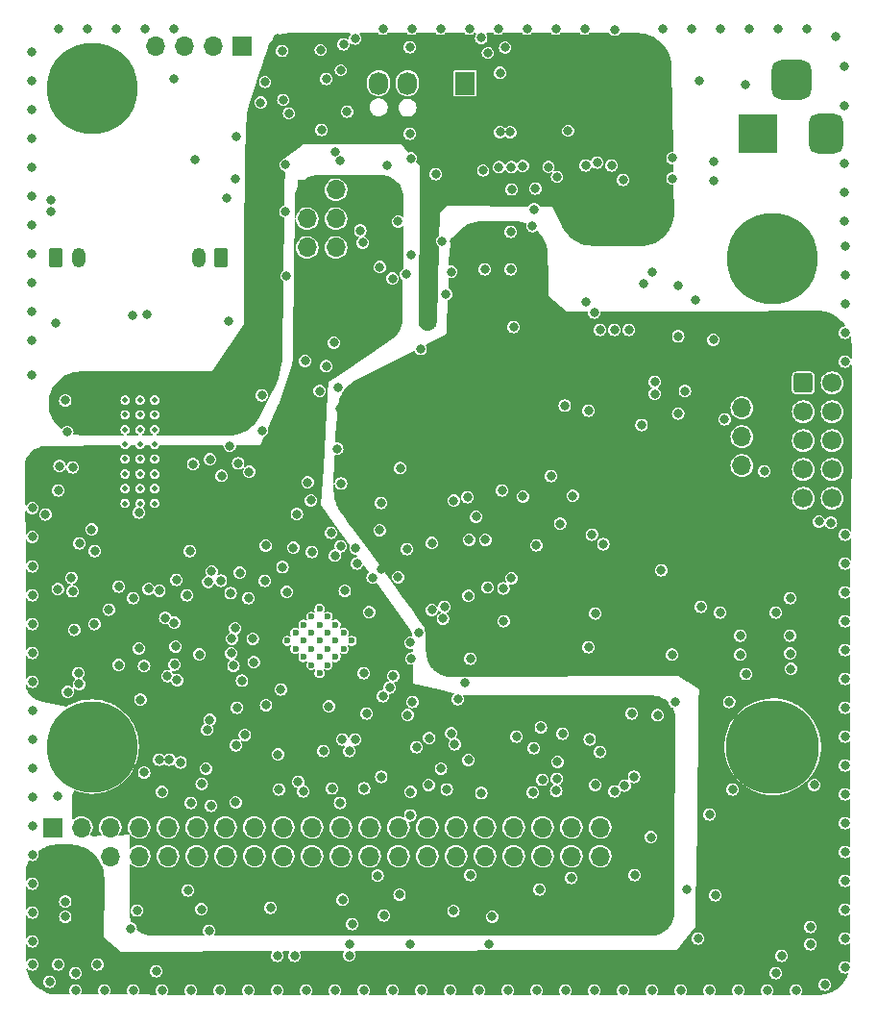
<source format=gbr>
G04 #@! TF.GenerationSoftware,KiCad,Pcbnew,(6.0.7)*
G04 #@! TF.CreationDate,2022-07-29T08:46:11-07:00*
G04 #@! TF.ProjectId,SJ-201-R10,534a2d32-3031-42d5-9231-302e6b696361,rev?*
G04 #@! TF.SameCoordinates,Original*
G04 #@! TF.FileFunction,Copper,L3,Inr*
G04 #@! TF.FilePolarity,Positive*
%FSLAX46Y46*%
G04 Gerber Fmt 4.6, Leading zero omitted, Abs format (unit mm)*
G04 Created by KiCad (PCBNEW (6.0.7)) date 2022-07-29 08:46:11*
%MOMM*%
%LPD*%
G01*
G04 APERTURE LIST*
G04 Aperture macros list*
%AMRoundRect*
0 Rectangle with rounded corners*
0 $1 Rounding radius*
0 $2 $3 $4 $5 $6 $7 $8 $9 X,Y pos of 4 corners*
0 Add a 4 corners polygon primitive as box body*
4,1,4,$2,$3,$4,$5,$6,$7,$8,$9,$2,$3,0*
0 Add four circle primitives for the rounded corners*
1,1,$1+$1,$2,$3*
1,1,$1+$1,$4,$5*
1,1,$1+$1,$6,$7*
1,1,$1+$1,$8,$9*
0 Add four rect primitives between the rounded corners*
20,1,$1+$1,$2,$3,$4,$5,0*
20,1,$1+$1,$4,$5,$6,$7,0*
20,1,$1+$1,$6,$7,$8,$9,0*
20,1,$1+$1,$8,$9,$2,$3,0*%
G04 Aperture macros list end*
G04 #@! TA.AperFunction,ComponentPad*
%ADD10R,1.730000X2.030000*%
G04 #@! TD*
G04 #@! TA.AperFunction,ComponentPad*
%ADD11O,1.730000X2.030000*%
G04 #@! TD*
G04 #@! TA.AperFunction,ComponentPad*
%ADD12R,1.700000X1.700000*%
G04 #@! TD*
G04 #@! TA.AperFunction,ComponentPad*
%ADD13O,1.700000X1.700000*%
G04 #@! TD*
G04 #@! TA.AperFunction,ComponentPad*
%ADD14R,3.500000X3.500000*%
G04 #@! TD*
G04 #@! TA.AperFunction,ComponentPad*
%ADD15RoundRect,0.750000X0.750000X1.000000X-0.750000X1.000000X-0.750000X-1.000000X0.750000X-1.000000X0*%
G04 #@! TD*
G04 #@! TA.AperFunction,ComponentPad*
%ADD16RoundRect,0.875000X0.875000X0.875000X-0.875000X0.875000X-0.875000X-0.875000X0.875000X-0.875000X0*%
G04 #@! TD*
G04 #@! TA.AperFunction,ComponentPad*
%ADD17RoundRect,0.249999X-0.350001X-0.625001X0.350001X-0.625001X0.350001X0.625001X-0.350001X0.625001X0*%
G04 #@! TD*
G04 #@! TA.AperFunction,ComponentPad*
%ADD18O,1.200000X1.750000*%
G04 #@! TD*
G04 #@! TA.AperFunction,ComponentPad*
%ADD19RoundRect,0.249999X0.350001X0.625001X-0.350001X0.625001X-0.350001X-0.625001X0.350001X-0.625001X0*%
G04 #@! TD*
G04 #@! TA.AperFunction,ComponentPad*
%ADD20C,8.000000*%
G04 #@! TD*
G04 #@! TA.AperFunction,ComponentPad*
%ADD21C,8.200000*%
G04 #@! TD*
G04 #@! TA.AperFunction,ComponentPad*
%ADD22C,0.499999*%
G04 #@! TD*
G04 #@! TA.AperFunction,ComponentPad*
%ADD23RoundRect,0.250000X-0.600000X-0.600000X0.600000X-0.600000X0.600000X0.600000X-0.600000X0.600000X0*%
G04 #@! TD*
G04 #@! TA.AperFunction,ComponentPad*
%ADD24C,1.700000*%
G04 #@! TD*
G04 #@! TA.AperFunction,ComponentPad*
%ADD25C,0.600000*%
G04 #@! TD*
G04 #@! TA.AperFunction,ViaPad*
%ADD26C,0.800000*%
G04 #@! TD*
G04 APERTURE END LIST*
D10*
G04 #@! TO.N,GND*
G04 #@! TO.C,J7*
X39920000Y-5206000D03*
D11*
G04 #@! TO.N,PVDD*
X37380000Y-5206000D03*
G04 #@! TO.N,/MCU/FAN_TACH*
X34840000Y-5206000D03*
G04 #@! TO.N,/MCU/FAN_PWM*
X32300000Y-5206000D03*
G04 #@! TD*
D12*
G04 #@! TO.N,+5V*
G04 #@! TO.C,J5*
X64312800Y-31252000D03*
D13*
G04 #@! TO.N,DVDD*
X64312800Y-33792000D03*
G04 #@! TO.N,+1V0*
X64312800Y-36332000D03*
G04 #@! TO.N,GND*
X64312800Y-38872000D03*
G04 #@! TD*
D14*
G04 #@! TO.N,12v_Unregulated*
G04 #@! TO.C,J1*
X65710000Y-9626000D03*
D15*
G04 #@! TO.N,GND*
X71710000Y-9626000D03*
D16*
X68710000Y-4926000D03*
G04 #@! TD*
D17*
G04 #@! TO.N,/AudioAmp/Left+*
G04 #@! TO.C,J3*
X3835400Y-20548600D03*
D18*
G04 #@! TO.N,/AudioAmp/Left-*
X5835400Y-20548600D03*
G04 #@! TD*
D19*
G04 #@! TO.N,/AudioAmp/Right+*
G04 #@! TO.C,J4*
X18433800Y-20556400D03*
D18*
G04 #@! TO.N,/AudioAmp/Right-*
X16433800Y-20556400D03*
G04 #@! TD*
D20*
G04 #@! TO.N,N/C*
G04 #@! TO.C,H3*
X7014300Y-5637800D03*
G04 #@! TD*
D12*
G04 #@! TO.N,unconnected-(J6-Pad1)*
G04 #@! TO.C,J6*
X3552000Y-70746000D03*
D13*
G04 #@! TO.N,+5V*
X3552000Y-73286000D03*
G04 #@! TO.N,SDA*
X6092000Y-70746000D03*
G04 #@! TO.N,+5V*
X6092000Y-73286000D03*
G04 #@! TO.N,SCL*
X8632000Y-70746000D03*
G04 #@! TO.N,GND*
X8632000Y-73286000D03*
G04 #@! TO.N,I2S_MCLK_PI*
X11172000Y-70746000D03*
G04 #@! TO.N,UART_TXD_PI*
X11172000Y-73286000D03*
G04 #@! TO.N,GND*
X13712000Y-70746000D03*
G04 #@! TO.N,UART_RXD_PI*
X13712000Y-73286000D03*
G04 #@! TO.N,FanTach*
X16252000Y-70746000D03*
G04 #@! TO.N,I2S_BCLK_PI*
X16252000Y-73286000D03*
G04 #@! TO.N,XMOS_Reset*
X18792000Y-70746000D03*
G04 #@! TO.N,GND*
X18792000Y-73286000D03*
G04 #@! TO.N,Net-(J6-Pad15)*
X21332000Y-70746000D03*
G04 #@! TO.N,Net-(J6-Pad16)*
X21332000Y-73286000D03*
G04 #@! TO.N,unconnected-(J6-Pad17)*
X23872000Y-70746000D03*
G04 #@! TO.N,Net-(J6-Pad18)*
X23872000Y-73286000D03*
G04 #@! TO.N,SPI_MOSI*
X26412000Y-70746000D03*
G04 #@! TO.N,GND*
X26412000Y-73286000D03*
G04 #@! TO.N,SPI_MISO*
X28952000Y-70746000D03*
G04 #@! TO.N,Net-(J6-Pad22)*
X28952000Y-73286000D03*
G04 #@! TO.N,SPI_CLK*
X31492000Y-70746000D03*
G04 #@! TO.N,SPI_CSn*
X31492000Y-73286000D03*
G04 #@! TO.N,GND*
X34032000Y-70746000D03*
G04 #@! TO.N,GPIO7*
X34032000Y-73286000D03*
G04 #@! TO.N,GPIO0*
X36572000Y-70746000D03*
G04 #@! TO.N,GPIO1*
X36572000Y-73286000D03*
G04 #@! TO.N,Net-(J6-Pad29)*
X39112000Y-70746000D03*
G04 #@! TO.N,GND*
X39112000Y-73286000D03*
G04 #@! TO.N,TAS_Fault*
X41652000Y-70746000D03*
G04 #@! TO.N,Neopixel*
X41652000Y-73286000D03*
G04 #@! TO.N,FanPWM*
X44192000Y-70746000D03*
G04 #@! TO.N,GND*
X44192000Y-73286000D03*
G04 #@! TO.N,I2S_WS_PI*
X46732000Y-70746000D03*
G04 #@! TO.N,Enable1V*
X46732000Y-73286000D03*
G04 #@! TO.N,Boot_Sel*
X49272000Y-70746000D03*
G04 #@! TO.N,I2S_DIN_PI*
X49272000Y-73286000D03*
G04 #@! TO.N,GND*
X51812000Y-70746000D03*
G04 #@! TO.N,I2S_DOUT_PI*
X51812000Y-73286000D03*
G04 #@! TD*
D20*
G04 #@! TO.N,N/C*
G04 #@! TO.C,H4*
X7014300Y-63626000D03*
G04 #@! TD*
G04 #@! TO.N,GND*
G04 #@! TO.C,H1*
X67021800Y-20623800D03*
G04 #@! TD*
D21*
G04 #@! TO.N,N/C*
G04 #@! TO.C,H2*
X67034500Y-63638700D03*
G04 #@! TD*
D22*
G04 #@! TO.N,GND*
G04 #@! TO.C,U3*
X11261300Y-33106499D03*
X9961300Y-40906501D03*
X9961300Y-35706499D03*
X12561300Y-35706499D03*
X12561300Y-38306501D03*
X12561300Y-37006499D03*
X9961300Y-39606501D03*
X12561300Y-33106499D03*
X11261300Y-40906501D03*
X12561300Y-39606501D03*
X12561300Y-34406499D03*
X9961300Y-37006499D03*
X11261300Y-34406499D03*
X11261300Y-38306501D03*
X9961300Y-34406499D03*
X11261300Y-37006499D03*
X11261300Y-35706499D03*
X9961300Y-38306501D03*
X12561300Y-40906501D03*
X9961300Y-33106499D03*
X11261300Y-39606501D03*
X9961300Y-42206501D03*
X12561300Y-42206501D03*
X11261300Y-42206501D03*
G04 #@! TD*
D23*
G04 #@! TO.N,DVDD*
G04 #@! TO.C,J11*
X69723000Y-31593400D03*
D24*
G04 #@! TO.N,/RaspberryPi/5Vf*
X72263000Y-31593400D03*
G04 #@! TO.N,SDA*
X69723000Y-34133400D03*
G04 #@! TO.N,/RaspberryPi/5Vf*
X72263000Y-34133400D03*
G04 #@! TO.N,SCL*
X69723000Y-36673400D03*
G04 #@! TO.N,GND*
X72263000Y-36673400D03*
G04 #@! TO.N,GPIO7*
X69723000Y-39213400D03*
G04 #@! TO.N,UART_TXD_PI*
X72263000Y-39213400D03*
G04 #@! TO.N,GPIO1*
X69723000Y-41753400D03*
G04 #@! TO.N,UART_RXD_PI*
X72263000Y-41753400D03*
G04 #@! TD*
D25*
G04 #@! TO.N,GND*
G04 #@! TO.C,U8*
X29209518Y-55018559D03*
X27795304Y-53604345D03*
X26381091Y-56432773D03*
X25673984Y-52897239D03*
X24966877Y-55018559D03*
X27795304Y-55018559D03*
X27088197Y-55725666D03*
X27795304Y-56432773D03*
X28502411Y-55725666D03*
X29916625Y-54311452D03*
X27088197Y-52897239D03*
X29209518Y-53604345D03*
X28502411Y-54311452D03*
X25673984Y-54311452D03*
X28502411Y-52897239D03*
X26381091Y-55018559D03*
X24966877Y-53604345D03*
X24259770Y-54311452D03*
X26381091Y-52190132D03*
X27088197Y-51483025D03*
X27088197Y-54311452D03*
X27088197Y-57139879D03*
X27795304Y-52190132D03*
X25673984Y-55725666D03*
X26381091Y-53604345D03*
G04 #@! TD*
D12*
G04 #@! TO.N,DVDD*
G04 #@! TO.C,J12*
X26004600Y-14594600D03*
D13*
G04 #@! TO.N,+5V*
X28544600Y-14594600D03*
G04 #@! TO.N,SDA*
X26004600Y-17134600D03*
G04 #@! TO.N,+5V*
X28544600Y-17134600D03*
G04 #@! TO.N,SCL*
X26004600Y-19674600D03*
G04 #@! TO.N,GND*
X28544600Y-19674600D03*
G04 #@! TD*
D12*
G04 #@! TO.N,DVDD*
G04 #@! TO.C,J9*
X20259200Y-1955800D03*
D13*
G04 #@! TO.N,GPIO7*
X17719200Y-1955800D03*
G04 #@! TO.N,GPIO0*
X15179200Y-1955800D03*
G04 #@! TO.N,GND*
X12639200Y-1955800D03*
G04 #@! TD*
D26*
G04 #@! TO.N,+5V*
X7518400Y-78638400D03*
X53340000Y-46990000D03*
X64871600Y-46355000D03*
X29086152Y-42264710D03*
X56388000Y-35560000D03*
X64592200Y-47980600D03*
X50647600Y-32080200D03*
X58674000Y-43942000D03*
X51308000Y-50038000D03*
X32448500Y-33147000D03*
X38100000Y-28300000D03*
X64744600Y-44348400D03*
X55500000Y-47000000D03*
X45694600Y-19608800D03*
X44551600Y-55168800D03*
X51308000Y-46990000D03*
X57175400Y-38608000D03*
X69367400Y-44297600D03*
X51308000Y-48514000D03*
X32512000Y-34798000D03*
X7670800Y-77266800D03*
X59182000Y-31242000D03*
X36914681Y-54305200D03*
X51816000Y-55372000D03*
X55626000Y-48514000D03*
X53340000Y-50038000D03*
X56489600Y-56540400D03*
X32425000Y-31813500D03*
X39000000Y-19100000D03*
X32536000Y-48030052D03*
X67500000Y-28100000D03*
X28905200Y-33883600D03*
X53340000Y-48514000D03*
X70700000Y-28400000D03*
G04 #@! TO.N,+1V0*
X41900000Y-49600000D03*
X41700000Y-45400000D03*
X31455528Y-51775528D03*
X30988000Y-57150000D03*
X21206429Y-54129971D03*
X23683417Y-58583739D03*
X21292735Y-56177265D03*
X29314167Y-49900000D03*
X24200000Y-50000000D03*
X28446278Y-46803788D03*
G04 #@! TO.N,12v_Unregulated*
X64600000Y-5300000D03*
G04 #@! TO.N,GPIO25*
X15748000Y-68580000D03*
X13853503Y-64770000D03*
X13208000Y-67614800D03*
X12970628Y-49882490D03*
X16103600Y-11938000D03*
X13488814Y-52286220D03*
G04 #@! TO.N,GPIO24*
X46200000Y-45900000D03*
X38100000Y-51308000D03*
X40208411Y-64791589D03*
X43307000Y-52578000D03*
G04 #@! TO.N,GPIO23*
X10998200Y-78054200D03*
X23500000Y-67400000D03*
X22758400Y-77815500D03*
X16662400Y-77952600D03*
G04 #@! TO.N,GPIO22*
X7239000Y-52832000D03*
X7264400Y-46394500D03*
X17067911Y-65567911D03*
X14528800Y-57759600D03*
X15646400Y-46394500D03*
X5892800Y-58120020D03*
G04 #@! TO.N,/xmos/MIC_CLK*
X20066000Y-48310800D03*
G04 #@! TO.N,/xmos/MIC_DATA*
X19250468Y-50107988D03*
X24782008Y-46117992D03*
X18389600Y-49022000D03*
G04 #@! TO.N,Net-(C28-Pad1)*
X55470572Y-35313364D03*
X56642000Y-32552804D03*
X48700000Y-33600000D03*
G04 #@! TO.N,/xmos/3V3_MIC0*
X35153600Y-11811000D03*
G04 #@! TO.N,GPIO7*
X68580000Y-50546000D03*
X19647277Y-53210534D03*
X41336758Y-1204759D03*
X30226000Y-62992000D03*
X55626000Y-22860000D03*
X60452000Y-80518000D03*
X66294000Y-39370000D03*
X40386000Y-74930000D03*
X36753800Y-62879500D03*
X42000000Y-81026000D03*
X60706000Y-51308000D03*
X60200000Y-24300000D03*
G04 #@! TO.N,/xmos/MIC_DATA_M*
X14281918Y-52710591D03*
X27686000Y-30124400D03*
X25806400Y-29667200D03*
X15401990Y-50292000D03*
G04 #@! TO.N,GPIO5*
X20878800Y-39420800D03*
X37800000Y-65571900D03*
X45021500Y-41592500D03*
X26334973Y-41936802D03*
X48054372Y-64975626D03*
X39000000Y-63412500D03*
G04 #@! TO.N,PVDD*
X23368000Y-1270000D03*
X39200000Y-9700000D03*
X54559200Y-6477000D03*
X50800000Y-18542000D03*
X36478000Y-22958000D03*
X38000000Y-10800000D03*
X39000000Y-12500000D03*
X51308000Y-11176000D03*
X53340000Y-11176000D03*
X49276000Y-7874000D03*
X53594000Y-8382000D03*
X56489600Y-4216400D03*
X40200000Y-12500000D03*
X53086000Y-3556000D03*
X54864000Y-18542000D03*
X52832000Y-18542000D03*
X5435600Y-34544000D03*
X36423600Y-26517600D03*
X6197600Y-35560000D03*
X54254400Y-3378200D03*
X16916400Y-34594800D03*
X19964400Y-33629600D03*
X18389600Y-33477200D03*
X41000000Y-9600000D03*
X55118000Y-8382000D03*
X54102000Y-5334000D03*
X16814800Y-35763200D03*
X36474400Y-25450800D03*
X55118000Y-11176000D03*
X36478000Y-24278800D03*
G04 #@! TO.N,Net-(C8-Pad2)*
X38700000Y-21800000D03*
X41656000Y-21590000D03*
X43942000Y-21590000D03*
G04 #@! TO.N,Net-(D3-Pad2)*
X32512000Y-42164000D03*
X40132000Y-41656000D03*
G04 #@! TO.N,Net-(D4-Pad2)*
X32385000Y-44566100D03*
X30285955Y-46160955D03*
G04 #@! TO.N,Net-(D7-Pad2)*
X38700000Y-62449500D03*
X44450000Y-62738000D03*
G04 #@! TO.N,Net-(D8-Pad2)*
X51816000Y-64094990D03*
X48514000Y-62484000D03*
G04 #@! TO.N,Net-(D12-Pad2)*
X50800000Y-34036000D03*
X56642000Y-31496000D03*
G04 #@! TO.N,GND*
X31767950Y-48733349D03*
X28702000Y-32004000D03*
X53848000Y-85090000D03*
X34000000Y-48700000D03*
X29210000Y-1778000D03*
X1778000Y-45161200D03*
X1778000Y-42621200D03*
X70002400Y-457200D03*
X54356000Y-26924000D03*
X3302000Y-84328000D03*
X5588000Y-83566000D03*
X11300000Y-59500000D03*
X73406000Y-27178000D03*
X45868885Y-17779311D03*
X60600000Y-5000000D03*
X45999400Y-16306800D03*
X1778000Y-68072000D03*
X1676400Y-10109200D03*
X19710400Y-9880600D03*
X43180000Y-41061010D03*
X63500000Y-67400000D03*
X32400000Y-21400000D03*
X20247756Y-57815185D03*
X14224000Y-406400D03*
X29718000Y-82012500D03*
X26416000Y-46482000D03*
X11861800Y-25527000D03*
X19177000Y-37134800D03*
X11176000Y-43013000D03*
X20828000Y-85090000D03*
X58700000Y-34300000D03*
X73406000Y-22098000D03*
X8509000Y-51562000D03*
X51308000Y-85090000D03*
X34010600Y-17373600D03*
X1778000Y-78232000D03*
X1676400Y-17729200D03*
X73406000Y-50038000D03*
X64008000Y-85090000D03*
X10617200Y-25679400D03*
X67462400Y-457200D03*
X47500000Y-39800000D03*
X18288000Y-85090000D03*
X35102800Y-54457600D03*
X37744400Y-406400D03*
X44018200Y-14554200D03*
X1778000Y-80772000D03*
X62382400Y-457200D03*
X50546000Y-12446000D03*
X4064000Y-82804000D03*
X24100000Y-12400000D03*
X4673600Y-33121600D03*
X44000000Y-48800000D03*
X11633200Y-65887600D03*
X1676400Y-2489200D03*
X42824400Y-406400D03*
X42900000Y-12600000D03*
X34797363Y-46228000D03*
X22352000Y-45923200D03*
X59300000Y-32300000D03*
X73406000Y-83058000D03*
X58928000Y-85090000D03*
X52832000Y-12446000D03*
X73355200Y-7162800D03*
X53086000Y-26924000D03*
X73406000Y-55118000D03*
X1676400Y-12649200D03*
X28448000Y-85090000D03*
X10668000Y-85090000D03*
X1778000Y-47752000D03*
X1676400Y-25349200D03*
X44196000Y-26670000D03*
X29718000Y-81026000D03*
X27432000Y-64008000D03*
X1778000Y-52832000D03*
X22260150Y-49022000D03*
X52100000Y-45800000D03*
X73355200Y-3759200D03*
X32207200Y-74980800D03*
X18440400Y-39776400D03*
X1778000Y-57912000D03*
X73355200Y-14782800D03*
X73406000Y-44958000D03*
X33020000Y-12446000D03*
X46228000Y-85090000D03*
X66548000Y-85090000D03*
X11619619Y-56535932D03*
X56896000Y-60858400D03*
X73406000Y-47498000D03*
X24892000Y-82042000D03*
X61468000Y-85090000D03*
X23368000Y-82042000D03*
X23799800Y-2362200D03*
X58166000Y-55524400D03*
X4064000Y-406400D03*
X45000000Y-12500000D03*
X51562000Y-12192000D03*
X53100000Y-500000D03*
X29514800Y-7707500D03*
X33528000Y-85090000D03*
X1676400Y-22809200D03*
X29108400Y-77114400D03*
X44000000Y-12600000D03*
X1778000Y-75692000D03*
X27686000Y-4826000D03*
X21900000Y-6900000D03*
X68580000Y-55422800D03*
X4673600Y-77266800D03*
X48768000Y-85090000D03*
X50800000Y-54864000D03*
X17576800Y-48209200D03*
X73406000Y-65278000D03*
X61800000Y-12100000D03*
X11684000Y-406400D03*
X35052000Y-81026000D03*
X10439400Y-79629000D03*
X28346400Y-28041600D03*
X54610000Y-60706000D03*
X35280600Y-59690000D03*
X73406000Y-52578000D03*
X51816000Y-26924000D03*
X1676400Y-27889200D03*
X73406000Y-75438000D03*
X72600000Y-1100000D03*
X37900000Y-19100000D03*
X56388000Y-85090000D03*
X22363303Y-59979365D03*
X38227000Y-23799800D03*
X35052000Y-9652000D03*
X69088000Y-85090000D03*
X22000000Y-35800000D03*
X73355200Y-17322800D03*
X71628000Y-84582000D03*
X1778000Y-60452000D03*
X31242000Y-60706000D03*
X30988000Y-85090000D03*
X34200000Y-39100000D03*
X35204400Y-406400D03*
X12026103Y-49732352D03*
X23822953Y-47820148D03*
X1778000Y-62992000D03*
X1778000Y-70612000D03*
X33274000Y-58420000D03*
X62800000Y-34800000D03*
X7009266Y-44490734D03*
X37338000Y-13208000D03*
X5461000Y-53340000D03*
X32664400Y-406400D03*
X19507196Y-56489600D03*
X25207306Y-66726134D03*
X1778000Y-50292000D03*
X73406000Y-77978000D03*
X46603205Y-61910837D03*
X23368000Y-85090000D03*
X4673600Y-78587600D03*
X38608000Y-85090000D03*
X46116010Y-14478000D03*
X58200000Y-13600000D03*
X1700000Y-30900000D03*
X28638500Y-37401500D03*
X64922400Y-457200D03*
X73406000Y-29718000D03*
X73406000Y-72898000D03*
X41148000Y-85090000D03*
X5588000Y-85090000D03*
X1778000Y-82804000D03*
X73406000Y-57658000D03*
X34696400Y-22047200D03*
X61800000Y-13800000D03*
X32766000Y-78486000D03*
X21996400Y-32689800D03*
X19300000Y-55400000D03*
X14478000Y-48948000D03*
X19370085Y-54118674D03*
X57302400Y-457200D03*
X48300000Y-44000000D03*
X23418800Y-64312800D03*
X43900000Y-9500000D03*
X1778000Y-55372000D03*
X73406000Y-67818000D03*
X17348200Y-79832200D03*
X1778000Y-73152000D03*
X64160400Y-55524400D03*
X19812000Y-60198000D03*
X36068000Y-85090000D03*
X40386501Y-55882066D03*
X73406000Y-80518000D03*
X1676400Y-5029200D03*
X30400000Y-47500000D03*
X73406000Y-24638000D03*
X43000000Y-9500000D03*
X15748000Y-85090000D03*
X39269354Y-59445537D03*
X4165600Y-38912800D03*
X43000000Y-4300000D03*
X13208000Y-85090000D03*
X4851400Y-35915600D03*
X37000000Y-51600000D03*
X57200000Y-48100000D03*
X47904400Y-406400D03*
X32679010Y-59182000D03*
X64160400Y-53848000D03*
X1778000Y-65532000D03*
X73406000Y-62738000D03*
X29972000Y-79248000D03*
X50444400Y-406400D03*
X58200000Y-11800000D03*
X19060900Y-26200000D03*
X28100000Y-44800000D03*
X73355200Y-12242800D03*
X9144000Y-406400D03*
X43688000Y-85090000D03*
X73406000Y-19558000D03*
X35200000Y-20300000D03*
X27256620Y-9319380D03*
X70700000Y-67000000D03*
X1676400Y-7569200D03*
X73406000Y-70358000D03*
X73406000Y-60198000D03*
X38900000Y-78100000D03*
X50901600Y-62992000D03*
X27100000Y-32300000D03*
X25908000Y-85090000D03*
X43942000Y-18288000D03*
X43300000Y-49700000D03*
X36000000Y-28605498D03*
X53848000Y-13716000D03*
X51400000Y-51900000D03*
X1676400Y-20269200D03*
X3810000Y-26339800D03*
X68554600Y-53848000D03*
X59842400Y-457200D03*
X40284400Y-406400D03*
X1676400Y-15189200D03*
X64668400Y-57226200D03*
X56300000Y-71600000D03*
X4000000Y-68000000D03*
X45364400Y-406400D03*
X8128000Y-85090000D03*
X19700000Y-13600000D03*
X6604000Y-406400D03*
X35102800Y-67614800D03*
X68641700Y-56769000D03*
X20828000Y-50546000D03*
X11176000Y-54965600D03*
G04 #@! TO.N,SCL*
X13697814Y-57415264D03*
X3420101Y-15494000D03*
X24053800Y-16510000D03*
X14833600Y-65024000D03*
X28514987Y-11263542D03*
X49000000Y-9400000D03*
X17424400Y-38331000D03*
X17410883Y-61258994D03*
X4021089Y-49741089D03*
X30886400Y-19253200D03*
X5842000Y-57150000D03*
X10668000Y-50546000D03*
G04 #@! TO.N,SDA*
X30683200Y-18186400D03*
X47269400Y-12573000D03*
X28938489Y-12057111D03*
X61789596Y-27810404D03*
X15951200Y-38755999D03*
X17180150Y-62128400D03*
X12954000Y-64770000D03*
X50546000Y-24485600D03*
X14297314Y-56400000D03*
X9398000Y-56438800D03*
X9398000Y-49530000D03*
X5334000Y-49946500D03*
X3420101Y-16484600D03*
G04 #@! TO.N,Net-(J6-Pad29)*
X38300000Y-67400000D03*
G04 #@! TO.N,Net-(J6-Pad22)*
X28194000Y-67299500D03*
G04 #@! TO.N,Net-(J6-Pad18)*
X25654000Y-67564000D03*
G04 #@! TO.N,Net-(J6-Pad15)*
X19688759Y-68519387D03*
G04 #@! TO.N,DVDD*
X19824430Y-45839246D03*
X25603200Y-28346400D03*
X33500000Y-20500000D03*
X30900642Y-49600642D03*
X26365200Y-36576000D03*
X22910800Y-62712600D03*
X26314400Y-34874200D03*
X8636000Y-44678600D03*
X21336000Y-68580000D03*
X35647500Y-65633600D03*
X5461000Y-52324000D03*
X19913600Y-51888946D03*
X17322800Y-43154600D03*
X63200000Y-59700000D03*
X3047989Y-37998400D03*
X17399000Y-44627800D03*
X34734500Y-56705500D03*
X8636000Y-43535600D03*
X19555334Y-59245500D03*
X24384000Y-47053500D03*
X37490400Y-78790800D03*
X56896000Y-73761600D03*
X39878000Y-58013600D03*
X18923000Y-15316200D03*
X25527000Y-37719000D03*
X24892000Y-77724000D03*
X29164177Y-59258200D03*
X13314469Y-62023623D03*
X56800000Y-66700000D03*
X37970629Y-52351163D03*
X10769600Y-67665600D03*
X32766000Y-14732000D03*
X22074930Y-52596400D03*
G04 #@! TO.N,SPI_CSn*
X35184900Y-55869042D03*
G04 #@! TO.N,SPI_CLK*
X31021999Y-67310000D03*
G04 #@! TO.N,SPI_MISO*
X28900000Y-68584499D03*
X53975000Y-67056000D03*
X28978632Y-40457122D03*
X49403000Y-41529000D03*
X28951004Y-45976333D03*
G04 #@! TO.N,SPI_MOSI*
X29718000Y-64008000D03*
X35647500Y-63666511D03*
X35814000Y-53594000D03*
G04 #@! TO.N,Boot_Sel*
X47942504Y-67500500D03*
G04 #@! TO.N,Neopixel*
X51093500Y-44958000D03*
X42300000Y-78600000D03*
X72158016Y-43919984D03*
X70358000Y-81026000D03*
G04 #@! TO.N,FanPWM*
X41910000Y-2540000D03*
X61468000Y-69596000D03*
X51308000Y-25400000D03*
X23876000Y-6664900D03*
X48006000Y-13462000D03*
X27178000Y-2286000D03*
X41503600Y-12903200D03*
X58700000Y-27500000D03*
G04 #@! TO.N,I2S_DOUT_PI*
X53086000Y-67564000D03*
G04 #@! TO.N,I2S_DIN_PI*
X49276000Y-75184000D03*
X54864000Y-74930000D03*
X54813200Y-66294000D03*
G04 #@! TO.N,Enable1V*
X59436000Y-76200000D03*
X46482000Y-76200000D03*
X58420000Y-59690000D03*
G04 #@! TO.N,I2S_BCLK_PI*
X17526000Y-68834000D03*
G04 #@! TO.N,I2S_DIN_AMP*
X40894000Y-43370500D03*
X51391256Y-66990601D03*
G04 #@! TO.N,I2S_LRCK_AMP*
X4900000Y-58800000D03*
X20500000Y-62594500D03*
X14400000Y-54800000D03*
X45974000Y-63754000D03*
X16495100Y-55500000D03*
X29100000Y-63000000D03*
X2921000Y-43180000D03*
X46736000Y-66538010D03*
G04 #@! TO.N,UART_RXD_PI*
X12700000Y-83403500D03*
X67310000Y-83566000D03*
G04 #@! TO.N,UART_TXD_PI*
X7500000Y-82800000D03*
X67818000Y-82042000D03*
G04 #@! TO.N,FanTach*
X28956000Y-4064000D03*
X58730266Y-23069734D03*
X56388000Y-21844000D03*
X24384000Y-7863900D03*
X62397280Y-51816000D03*
X15494000Y-76291500D03*
X61976000Y-76708000D03*
X67310000Y-51816000D03*
X43434000Y-2071500D03*
G04 #@! TO.N,XMOS_Reset*
X19710400Y-63500000D03*
G04 #@! TO.N,TAS_Fault*
X5918200Y-45720000D03*
X5335844Y-39035844D03*
X26035000Y-40360600D03*
X38925500Y-41958968D03*
X25095200Y-43154600D03*
G04 #@! TO.N,I2S_DIN_XMOS*
X19913600Y-38684200D03*
X27916255Y-60075478D03*
G04 #@! TO.N,/MCU/FAN_PWM*
X30226000Y-1270000D03*
G04 #@! TO.N,GPIO1*
X71120000Y-43800500D03*
X70359043Y-79503043D03*
X34137600Y-76657200D03*
G04 #@! TO.N,I2S_WS_PI*
X45891188Y-67646812D03*
G04 #@! TO.N,GPIO0*
X24180800Y-22148800D03*
X40269500Y-45400000D03*
X36703000Y-66992500D03*
X14249400Y-4800600D03*
X33528000Y-22402800D03*
X41351200Y-67716400D03*
X37000000Y-45700000D03*
X22275800Y-5105400D03*
G04 #@! TO.N,Net-(R22-Pad1)*
X32528359Y-66294000D03*
X33594079Y-57391592D03*
G04 #@! TO.N,Net-(R42-Pad1)*
X48015393Y-66453021D03*
X40219500Y-50342800D03*
G04 #@! TO.N,/MCU/FAN_TACH*
X35052000Y-2032000D03*
G04 #@! TO.N,I2S_BCLK_AMP*
X17281815Y-49119133D03*
X35086906Y-69686906D03*
X16700000Y-66900000D03*
X4058239Y-41071960D03*
X34848800Y-60833000D03*
X5207000Y-48768000D03*
G04 #@! TD*
G04 #@! TA.AperFunction,Conductor*
G04 #@! TO.N,PVDD*
G36*
X29810211Y-818306D02*
G01*
X29828517Y-862500D01*
X29815601Y-900547D01*
X29745139Y-992375D01*
X29743573Y-996155D01*
X29743571Y-996159D01*
X29691237Y-1122507D01*
X29689670Y-1126291D01*
X29689135Y-1130353D01*
X29689135Y-1130354D01*
X29687693Y-1141308D01*
X29670750Y-1270000D01*
X29674652Y-1299634D01*
X29675608Y-1306899D01*
X29663228Y-1353104D01*
X29621801Y-1377022D01*
X29575597Y-1364642D01*
X29487625Y-1297139D01*
X29483845Y-1295573D01*
X29483841Y-1295571D01*
X29357493Y-1243237D01*
X29357491Y-1243236D01*
X29353709Y-1241670D01*
X29349647Y-1241135D01*
X29349646Y-1241135D01*
X29214064Y-1223285D01*
X29210000Y-1222750D01*
X29205936Y-1223285D01*
X29070354Y-1241135D01*
X29070353Y-1241135D01*
X29066291Y-1241670D01*
X29062509Y-1243236D01*
X29062507Y-1243237D01*
X28936159Y-1295571D01*
X28936155Y-1295573D01*
X28932375Y-1297139D01*
X28817379Y-1385379D01*
X28729139Y-1500375D01*
X28727573Y-1504155D01*
X28727571Y-1504159D01*
X28682397Y-1613222D01*
X28673670Y-1634291D01*
X28673135Y-1638353D01*
X28673135Y-1638354D01*
X28657917Y-1753948D01*
X28654750Y-1778000D01*
X28655285Y-1782064D01*
X28668684Y-1883834D01*
X28673670Y-1921709D01*
X28675236Y-1925491D01*
X28675237Y-1925493D01*
X28727571Y-2051841D01*
X28727573Y-2051845D01*
X28729139Y-2055625D01*
X28817379Y-2170621D01*
X28932375Y-2258861D01*
X28936155Y-2260427D01*
X28936159Y-2260429D01*
X29062507Y-2312763D01*
X29062509Y-2312764D01*
X29066291Y-2314330D01*
X29070353Y-2314865D01*
X29070354Y-2314865D01*
X29205936Y-2332715D01*
X29210000Y-2333250D01*
X29214064Y-2332715D01*
X29349646Y-2314865D01*
X29349647Y-2314865D01*
X29353709Y-2314330D01*
X29357491Y-2312764D01*
X29357493Y-2312763D01*
X29483841Y-2260429D01*
X29483845Y-2260427D01*
X29487625Y-2258861D01*
X29602621Y-2170621D01*
X29690861Y-2055625D01*
X29692427Y-2051845D01*
X29692429Y-2051841D01*
X29700647Y-2032000D01*
X34496750Y-2032000D01*
X34515670Y-2175709D01*
X34517236Y-2179491D01*
X34517237Y-2179493D01*
X34569571Y-2305841D01*
X34569573Y-2305845D01*
X34571139Y-2309625D01*
X34659379Y-2424621D01*
X34774375Y-2512861D01*
X34778155Y-2514427D01*
X34778159Y-2514429D01*
X34904507Y-2566763D01*
X34904509Y-2566764D01*
X34908291Y-2568330D01*
X34912353Y-2568865D01*
X34912354Y-2568865D01*
X35047936Y-2586715D01*
X35052000Y-2587250D01*
X35056064Y-2586715D01*
X35191646Y-2568865D01*
X35191647Y-2568865D01*
X35195709Y-2568330D01*
X35199491Y-2566764D01*
X35199493Y-2566763D01*
X35264106Y-2540000D01*
X41377948Y-2540000D01*
X41378483Y-2544064D01*
X41394366Y-2664708D01*
X41396077Y-2677705D01*
X41397643Y-2681485D01*
X41397643Y-2681486D01*
X41428019Y-2754821D01*
X41449229Y-2806026D01*
X41533782Y-2916218D01*
X41643974Y-3000771D01*
X41647757Y-3002338D01*
X41754295Y-3046467D01*
X41772295Y-3053923D01*
X41776351Y-3054457D01*
X41776355Y-3054458D01*
X41905936Y-3071517D01*
X41910000Y-3072052D01*
X41914064Y-3071517D01*
X42043645Y-3054458D01*
X42043649Y-3054457D01*
X42047705Y-3053923D01*
X42065706Y-3046467D01*
X42172243Y-3002338D01*
X42176026Y-3000771D01*
X42286218Y-2916218D01*
X42370771Y-2806026D01*
X42391981Y-2754821D01*
X42422357Y-2681486D01*
X42422357Y-2681485D01*
X42423923Y-2677705D01*
X42425635Y-2664708D01*
X42441517Y-2544064D01*
X42442052Y-2540000D01*
X42441241Y-2533838D01*
X42424458Y-2406355D01*
X42424457Y-2406351D01*
X42423923Y-2402295D01*
X42411950Y-2373388D01*
X42372338Y-2277757D01*
X42370771Y-2273974D01*
X42286218Y-2163782D01*
X42246247Y-2133111D01*
X42179275Y-2081722D01*
X42176026Y-2079229D01*
X42165396Y-2074826D01*
X42157366Y-2071500D01*
X42901948Y-2071500D01*
X42902483Y-2075564D01*
X42916218Y-2179890D01*
X42920077Y-2209205D01*
X42921643Y-2212985D01*
X42921643Y-2212986D01*
X42968410Y-2325891D01*
X42973229Y-2337526D01*
X43057782Y-2447718D01*
X43167974Y-2532271D01*
X43171757Y-2533838D01*
X43255029Y-2568330D01*
X43296295Y-2585423D01*
X43300351Y-2585957D01*
X43300355Y-2585958D01*
X43429936Y-2603017D01*
X43434000Y-2603552D01*
X43438064Y-2603017D01*
X43567645Y-2585958D01*
X43567649Y-2585957D01*
X43571705Y-2585423D01*
X43612972Y-2568330D01*
X43696243Y-2533838D01*
X43700026Y-2532271D01*
X43810218Y-2447718D01*
X43894771Y-2337526D01*
X43899590Y-2325891D01*
X43946357Y-2212986D01*
X43946357Y-2212985D01*
X43947923Y-2209205D01*
X43951783Y-2179890D01*
X43965517Y-2075564D01*
X43966052Y-2071500D01*
X43963464Y-2051841D01*
X43948458Y-1937855D01*
X43948457Y-1937851D01*
X43947923Y-1933795D01*
X43894771Y-1805474D01*
X43855562Y-1754375D01*
X43812708Y-1698527D01*
X43810218Y-1695282D01*
X43700026Y-1610729D01*
X43673817Y-1599873D01*
X43575486Y-1559143D01*
X43575485Y-1559143D01*
X43571705Y-1557577D01*
X43567649Y-1557043D01*
X43567645Y-1557042D01*
X43438064Y-1539983D01*
X43434000Y-1539448D01*
X43429936Y-1539983D01*
X43300355Y-1557042D01*
X43300351Y-1557043D01*
X43296295Y-1557577D01*
X43292515Y-1559143D01*
X43292514Y-1559143D01*
X43194183Y-1599873D01*
X43167974Y-1610729D01*
X43057782Y-1695282D01*
X43055292Y-1698527D01*
X43012439Y-1754375D01*
X42973229Y-1805474D01*
X42920077Y-1933795D01*
X42919543Y-1937851D01*
X42919542Y-1937855D01*
X42904536Y-2051841D01*
X42901948Y-2071500D01*
X42157366Y-2071500D01*
X42051486Y-2027643D01*
X42051485Y-2027643D01*
X42047705Y-2026077D01*
X42043649Y-2025543D01*
X42043645Y-2025542D01*
X41914064Y-2008483D01*
X41910000Y-2007948D01*
X41905936Y-2008483D01*
X41776355Y-2025542D01*
X41776351Y-2025543D01*
X41772295Y-2026077D01*
X41768515Y-2027643D01*
X41768514Y-2027643D01*
X41654604Y-2074826D01*
X41643974Y-2079229D01*
X41640725Y-2081722D01*
X41573753Y-2133111D01*
X41533782Y-2163782D01*
X41449229Y-2273974D01*
X41447662Y-2277757D01*
X41408051Y-2373388D01*
X41396077Y-2402295D01*
X41395543Y-2406351D01*
X41395542Y-2406355D01*
X41378759Y-2533838D01*
X41377948Y-2540000D01*
X35264106Y-2540000D01*
X35325841Y-2514429D01*
X35325845Y-2514427D01*
X35329625Y-2512861D01*
X35444621Y-2424621D01*
X35532861Y-2309625D01*
X35534427Y-2305845D01*
X35534429Y-2305841D01*
X35586763Y-2179493D01*
X35586764Y-2179491D01*
X35588330Y-2175709D01*
X35607250Y-2032000D01*
X35588330Y-1888291D01*
X35586484Y-1883834D01*
X35534429Y-1758159D01*
X35534427Y-1758155D01*
X35532861Y-1754375D01*
X35444621Y-1639379D01*
X35329625Y-1551139D01*
X35325845Y-1549573D01*
X35325841Y-1549571D01*
X35199493Y-1497237D01*
X35199491Y-1497236D01*
X35195709Y-1495670D01*
X35191647Y-1495135D01*
X35191646Y-1495135D01*
X35056064Y-1477285D01*
X35052000Y-1476750D01*
X35047936Y-1477285D01*
X34912354Y-1495135D01*
X34912353Y-1495135D01*
X34908291Y-1495670D01*
X34904509Y-1497236D01*
X34904507Y-1497237D01*
X34778159Y-1549571D01*
X34778155Y-1549573D01*
X34774375Y-1551139D01*
X34659379Y-1639379D01*
X34571139Y-1754375D01*
X34569573Y-1758155D01*
X34569571Y-1758159D01*
X34517516Y-1883834D01*
X34515670Y-1888291D01*
X34496750Y-2032000D01*
X29700647Y-2032000D01*
X29744763Y-1925493D01*
X29744764Y-1925491D01*
X29746330Y-1921709D01*
X29751317Y-1883834D01*
X29764715Y-1782064D01*
X29765250Y-1778000D01*
X29760392Y-1741101D01*
X29772772Y-1694896D01*
X29814199Y-1670978D01*
X29860403Y-1683358D01*
X29948375Y-1750861D01*
X29952155Y-1752427D01*
X29952159Y-1752429D01*
X30078507Y-1804763D01*
X30078509Y-1804764D01*
X30082291Y-1806330D01*
X30086353Y-1806865D01*
X30086354Y-1806865D01*
X30221936Y-1824715D01*
X30226000Y-1825250D01*
X30230064Y-1824715D01*
X30365646Y-1806865D01*
X30365647Y-1806865D01*
X30369709Y-1806330D01*
X30373491Y-1804764D01*
X30373493Y-1804763D01*
X30499841Y-1752429D01*
X30499845Y-1752427D01*
X30503625Y-1750861D01*
X30618621Y-1662621D01*
X30706861Y-1547625D01*
X30708427Y-1543845D01*
X30708429Y-1543841D01*
X30760763Y-1417493D01*
X30760764Y-1417491D01*
X30762330Y-1413709D01*
X30768786Y-1364676D01*
X30780715Y-1274064D01*
X30781250Y-1270000D01*
X30764307Y-1141308D01*
X30762865Y-1130354D01*
X30762865Y-1130353D01*
X30762330Y-1126291D01*
X30760763Y-1122507D01*
X30708429Y-996159D01*
X30708427Y-996155D01*
X30706861Y-992375D01*
X30636399Y-900547D01*
X30624018Y-854342D01*
X30647935Y-812916D01*
X30685983Y-800000D01*
X32251839Y-800000D01*
X32289885Y-812914D01*
X32386775Y-887261D01*
X32390555Y-888827D01*
X32390559Y-888829D01*
X32516907Y-941163D01*
X32516909Y-941164D01*
X32520691Y-942730D01*
X32524753Y-943265D01*
X32524754Y-943265D01*
X32660336Y-961115D01*
X32664400Y-961650D01*
X32668464Y-961115D01*
X32804046Y-943265D01*
X32804047Y-943265D01*
X32808109Y-942730D01*
X32811891Y-941164D01*
X32811893Y-941163D01*
X32938241Y-888829D01*
X32938245Y-888827D01*
X32942025Y-887261D01*
X33038915Y-812914D01*
X33076961Y-800000D01*
X34791839Y-800000D01*
X34829885Y-812914D01*
X34926775Y-887261D01*
X34930555Y-888827D01*
X34930559Y-888829D01*
X35056907Y-941163D01*
X35056909Y-941164D01*
X35060691Y-942730D01*
X35064753Y-943265D01*
X35064754Y-943265D01*
X35200336Y-961115D01*
X35204400Y-961650D01*
X35208464Y-961115D01*
X35344046Y-943265D01*
X35344047Y-943265D01*
X35348109Y-942730D01*
X35351891Y-941164D01*
X35351893Y-941163D01*
X35478241Y-888829D01*
X35478245Y-888827D01*
X35482025Y-887261D01*
X35578915Y-812914D01*
X35616961Y-800000D01*
X37331839Y-800000D01*
X37369885Y-812914D01*
X37466775Y-887261D01*
X37470555Y-888827D01*
X37470559Y-888829D01*
X37596907Y-941163D01*
X37596909Y-941164D01*
X37600691Y-942730D01*
X37604753Y-943265D01*
X37604754Y-943265D01*
X37740336Y-961115D01*
X37744400Y-961650D01*
X37748464Y-961115D01*
X37884046Y-943265D01*
X37884047Y-943265D01*
X37888109Y-942730D01*
X37891891Y-941164D01*
X37891893Y-941163D01*
X38018241Y-888829D01*
X38018245Y-888827D01*
X38022025Y-887261D01*
X38118915Y-812914D01*
X38156961Y-800000D01*
X39871839Y-800000D01*
X39909885Y-812914D01*
X40006775Y-887261D01*
X40010555Y-888827D01*
X40010559Y-888829D01*
X40136907Y-941163D01*
X40136909Y-941164D01*
X40140691Y-942730D01*
X40144753Y-943265D01*
X40144754Y-943265D01*
X40280336Y-961115D01*
X40284400Y-961650D01*
X40288464Y-961115D01*
X40424046Y-943265D01*
X40424047Y-943265D01*
X40428109Y-942730D01*
X40431891Y-941164D01*
X40431893Y-941163D01*
X40558241Y-888829D01*
X40558245Y-888827D01*
X40562025Y-887261D01*
X40658915Y-812914D01*
X40696961Y-800000D01*
X40826713Y-800000D01*
X40870907Y-818306D01*
X40889213Y-862500D01*
X40876298Y-900547D01*
X40855897Y-927134D01*
X40854331Y-930914D01*
X40854329Y-930918D01*
X40804873Y-1050318D01*
X40800428Y-1061050D01*
X40799893Y-1065112D01*
X40799893Y-1065113D01*
X40792337Y-1122507D01*
X40781508Y-1204759D01*
X40782043Y-1208823D01*
X40786368Y-1241670D01*
X40800428Y-1348468D01*
X40801994Y-1352250D01*
X40801995Y-1352252D01*
X40854329Y-1478600D01*
X40854331Y-1478604D01*
X40855897Y-1482384D01*
X40944137Y-1597380D01*
X41059133Y-1685620D01*
X41062913Y-1687186D01*
X41062917Y-1687188D01*
X41189265Y-1739522D01*
X41189267Y-1739523D01*
X41193049Y-1741089D01*
X41197111Y-1741624D01*
X41197112Y-1741624D01*
X41332694Y-1759474D01*
X41336758Y-1760009D01*
X41340822Y-1759474D01*
X41476404Y-1741624D01*
X41476405Y-1741624D01*
X41480467Y-1741089D01*
X41484249Y-1739523D01*
X41484251Y-1739522D01*
X41610599Y-1687188D01*
X41610603Y-1687186D01*
X41614383Y-1685620D01*
X41729379Y-1597380D01*
X41817619Y-1482384D01*
X41819185Y-1478604D01*
X41819187Y-1478600D01*
X41871521Y-1352252D01*
X41871522Y-1352250D01*
X41873088Y-1348468D01*
X41887149Y-1241670D01*
X41891473Y-1208823D01*
X41892008Y-1204759D01*
X41881179Y-1122507D01*
X41873623Y-1065113D01*
X41873623Y-1065112D01*
X41873088Y-1061050D01*
X41868643Y-1050318D01*
X41819187Y-930918D01*
X41819185Y-930914D01*
X41817619Y-927134D01*
X41797218Y-900547D01*
X41784838Y-854342D01*
X41808756Y-812915D01*
X41846803Y-800000D01*
X42411839Y-800000D01*
X42449885Y-812914D01*
X42546775Y-887261D01*
X42550555Y-888827D01*
X42550559Y-888829D01*
X42676907Y-941163D01*
X42676909Y-941164D01*
X42680691Y-942730D01*
X42684753Y-943265D01*
X42684754Y-943265D01*
X42820336Y-961115D01*
X42824400Y-961650D01*
X42828464Y-961115D01*
X42964046Y-943265D01*
X42964047Y-943265D01*
X42968109Y-942730D01*
X42971891Y-941164D01*
X42971893Y-941163D01*
X43098241Y-888829D01*
X43098245Y-888827D01*
X43102025Y-887261D01*
X43198915Y-812914D01*
X43236961Y-800000D01*
X44951839Y-800000D01*
X44989885Y-812914D01*
X45086775Y-887261D01*
X45090555Y-888827D01*
X45090559Y-888829D01*
X45216907Y-941163D01*
X45216909Y-941164D01*
X45220691Y-942730D01*
X45224753Y-943265D01*
X45224754Y-943265D01*
X45360336Y-961115D01*
X45364400Y-961650D01*
X45368464Y-961115D01*
X45504046Y-943265D01*
X45504047Y-943265D01*
X45508109Y-942730D01*
X45511891Y-941164D01*
X45511893Y-941163D01*
X45638241Y-888829D01*
X45638245Y-888827D01*
X45642025Y-887261D01*
X45738915Y-812914D01*
X45776961Y-800000D01*
X47491839Y-800000D01*
X47529885Y-812914D01*
X47626775Y-887261D01*
X47630555Y-888827D01*
X47630559Y-888829D01*
X47756907Y-941163D01*
X47756909Y-941164D01*
X47760691Y-942730D01*
X47764753Y-943265D01*
X47764754Y-943265D01*
X47900336Y-961115D01*
X47904400Y-961650D01*
X47908464Y-961115D01*
X48044046Y-943265D01*
X48044047Y-943265D01*
X48048109Y-942730D01*
X48051891Y-941164D01*
X48051893Y-941163D01*
X48178241Y-888829D01*
X48178245Y-888827D01*
X48182025Y-887261D01*
X48278915Y-812914D01*
X48316961Y-800000D01*
X50031839Y-800000D01*
X50069885Y-812914D01*
X50166775Y-887261D01*
X50170555Y-888827D01*
X50170559Y-888829D01*
X50296907Y-941163D01*
X50296909Y-941164D01*
X50300691Y-942730D01*
X50304753Y-943265D01*
X50304754Y-943265D01*
X50440336Y-961115D01*
X50444400Y-961650D01*
X50448464Y-961115D01*
X50584046Y-943265D01*
X50584047Y-943265D01*
X50588109Y-942730D01*
X50591891Y-941164D01*
X50591893Y-941163D01*
X50718241Y-888829D01*
X50718245Y-888827D01*
X50722025Y-887261D01*
X50818915Y-812914D01*
X50856961Y-800000D01*
X52605487Y-800000D01*
X52649681Y-818306D01*
X52655062Y-824441D01*
X52707379Y-892621D01*
X52822375Y-980861D01*
X52826155Y-982427D01*
X52826159Y-982429D01*
X52952507Y-1034763D01*
X52952509Y-1034764D01*
X52956291Y-1036330D01*
X52960353Y-1036865D01*
X52960354Y-1036865D01*
X53095936Y-1054715D01*
X53100000Y-1055250D01*
X53104064Y-1054715D01*
X53239646Y-1036865D01*
X53239647Y-1036865D01*
X53243709Y-1036330D01*
X53247491Y-1034764D01*
X53247493Y-1034763D01*
X53373841Y-982429D01*
X53373845Y-982427D01*
X53377625Y-980861D01*
X53492621Y-892621D01*
X53544930Y-824451D01*
X53586355Y-800535D01*
X53594513Y-800000D01*
X55145626Y-800000D01*
X55149360Y-800112D01*
X55501706Y-821208D01*
X55509123Y-822099D01*
X55854607Y-884754D01*
X55861856Y-886522D01*
X56103846Y-961115D01*
X56197397Y-989952D01*
X56204392Y-992576D01*
X56525181Y-1135297D01*
X56531813Y-1138736D01*
X56833294Y-1318721D01*
X56839458Y-1322920D01*
X56961864Y-1417493D01*
X57117309Y-1537592D01*
X57122937Y-1542505D01*
X57128034Y-1547521D01*
X57355658Y-1771542D01*
X57373180Y-1788787D01*
X57378180Y-1794334D01*
X57386507Y-1804763D01*
X57597254Y-2068720D01*
X57601558Y-2074826D01*
X57786325Y-2373388D01*
X57789870Y-2379964D01*
X57937695Y-2698442D01*
X57940430Y-2705395D01*
X58049199Y-3039239D01*
X58051084Y-3046467D01*
X58119241Y-3390894D01*
X58120251Y-3398297D01*
X58142471Y-3691027D01*
X58146968Y-3750275D01*
X58147138Y-3753976D01*
X58265598Y-11177503D01*
X58265666Y-11181790D01*
X58248069Y-11226268D01*
X58203386Y-11245196D01*
X58200000Y-11244750D01*
X58195936Y-11245285D01*
X58060354Y-11263135D01*
X58060353Y-11263135D01*
X58056291Y-11263670D01*
X58052509Y-11265236D01*
X58052507Y-11265237D01*
X57926159Y-11317571D01*
X57926155Y-11317573D01*
X57922375Y-11319139D01*
X57807379Y-11407379D01*
X57719139Y-11522375D01*
X57717573Y-11526155D01*
X57717571Y-11526159D01*
X57709778Y-11544974D01*
X57663670Y-11656291D01*
X57663135Y-11660353D01*
X57663135Y-11660354D01*
X57654715Y-11724313D01*
X57644750Y-11800000D01*
X57645285Y-11804064D01*
X57651524Y-11851449D01*
X57663670Y-11943709D01*
X57665236Y-11947491D01*
X57665237Y-11947493D01*
X57717571Y-12073841D01*
X57717573Y-12073845D01*
X57719139Y-12077625D01*
X57807379Y-12192621D01*
X57922375Y-12280861D01*
X57926155Y-12282427D01*
X57926159Y-12282429D01*
X58052507Y-12334763D01*
X58052509Y-12334764D01*
X58056291Y-12336330D01*
X58060353Y-12336865D01*
X58060354Y-12336865D01*
X58195936Y-12354715D01*
X58200000Y-12355250D01*
X58204064Y-12354715D01*
X58204065Y-12354715D01*
X58214685Y-12353317D01*
X58260890Y-12365698D01*
X58284807Y-12407125D01*
X58285334Y-12414284D01*
X58294374Y-12980763D01*
X58294440Y-12984920D01*
X58276842Y-13029400D01*
X58232945Y-13048409D01*
X58223790Y-13047882D01*
X58204064Y-13045285D01*
X58200000Y-13044750D01*
X58195936Y-13045285D01*
X58060354Y-13063135D01*
X58060353Y-13063135D01*
X58056291Y-13063670D01*
X58052509Y-13065236D01*
X58052507Y-13065237D01*
X57926159Y-13117571D01*
X57926155Y-13117573D01*
X57922375Y-13119139D01*
X57807379Y-13207379D01*
X57719139Y-13322375D01*
X57717573Y-13326155D01*
X57717571Y-13326159D01*
X57665237Y-13452507D01*
X57663670Y-13456291D01*
X57644750Y-13600000D01*
X57645285Y-13604064D01*
X57656121Y-13686366D01*
X57663670Y-13743709D01*
X57665236Y-13747491D01*
X57665237Y-13747493D01*
X57717571Y-13873841D01*
X57717573Y-13873845D01*
X57719139Y-13877625D01*
X57807379Y-13992621D01*
X57922375Y-14080861D01*
X57926155Y-14082427D01*
X57926159Y-14082429D01*
X58052507Y-14134763D01*
X58052509Y-14134764D01*
X58056291Y-14136330D01*
X58060353Y-14136865D01*
X58060354Y-14136865D01*
X58195936Y-14154715D01*
X58200000Y-14155250D01*
X58243347Y-14149543D01*
X58289552Y-14161923D01*
X58313470Y-14203350D01*
X58313997Y-14210511D01*
X58350627Y-16505936D01*
X58350798Y-16516669D01*
X58350753Y-16520219D01*
X58336911Y-16856783D01*
X58336213Y-16863871D01*
X58332326Y-16888708D01*
X58284411Y-17194892D01*
X58282909Y-17201861D01*
X58193752Y-17524822D01*
X58191469Y-17531568D01*
X58100536Y-17756956D01*
X58066108Y-17842289D01*
X58063068Y-17848738D01*
X57903140Y-18143159D01*
X57899385Y-18149219D01*
X57706972Y-18423510D01*
X57702562Y-18429091D01*
X57575378Y-18572401D01*
X57480157Y-18679695D01*
X57475128Y-18684748D01*
X57225648Y-18908380D01*
X57220077Y-18912828D01*
X56946751Y-19106597D01*
X56940710Y-19110382D01*
X56647089Y-19271770D01*
X56640656Y-19274842D01*
X56330567Y-19401743D01*
X56323826Y-19404062D01*
X56001313Y-19494823D01*
X55994351Y-19496360D01*
X55663591Y-19549804D01*
X55656501Y-19550538D01*
X55320015Y-19566053D01*
X55316449Y-19566115D01*
X51527089Y-19524473D01*
X51140292Y-19520223D01*
X51136866Y-19520091D01*
X50812979Y-19498693D01*
X50806165Y-19497864D01*
X50488277Y-19441350D01*
X50481608Y-19439782D01*
X50257293Y-19373841D01*
X50171838Y-19348720D01*
X50165364Y-19346423D01*
X49867482Y-19221924D01*
X49861298Y-19218931D01*
X49854749Y-19215304D01*
X49578859Y-19062481D01*
X49573052Y-19058833D01*
X49309485Y-18872329D01*
X49304117Y-18868068D01*
X49062614Y-18653767D01*
X49057750Y-18648948D01*
X48841228Y-18409440D01*
X48836908Y-18404099D01*
X48647981Y-18142278D01*
X48644274Y-18136495D01*
X48484379Y-17854030D01*
X48482769Y-17850994D01*
X48436165Y-17756956D01*
X48436151Y-17756929D01*
X47620098Y-16110300D01*
X46508415Y-16097144D01*
X46481829Y-16032959D01*
X46481827Y-16032955D01*
X46480261Y-16029175D01*
X46392021Y-15914179D01*
X46277025Y-15825939D01*
X46273245Y-15824373D01*
X46273241Y-15824371D01*
X46146893Y-15772037D01*
X46146891Y-15772036D01*
X46143109Y-15770470D01*
X46139047Y-15769935D01*
X46139046Y-15769935D01*
X46003464Y-15752085D01*
X45999400Y-15751550D01*
X45995336Y-15752085D01*
X45859754Y-15769935D01*
X45859753Y-15769935D01*
X45855691Y-15770470D01*
X45851909Y-15772036D01*
X45851907Y-15772037D01*
X45725559Y-15824371D01*
X45725555Y-15824373D01*
X45721775Y-15825939D01*
X45606779Y-15914179D01*
X45518539Y-16029175D01*
X45516972Y-16032957D01*
X45516969Y-16032963D01*
X45511538Y-16046075D01*
X45477713Y-16079900D01*
X45453056Y-16084653D01*
X38762650Y-16005475D01*
X38762647Y-16005475D01*
X38760945Y-16005455D01*
X38760944Y-16005455D01*
X38300000Y-16000000D01*
X37700000Y-16700000D01*
X37686579Y-17160780D01*
X37686579Y-17160782D01*
X37686541Y-17162103D01*
X37686540Y-17162110D01*
X37645464Y-18572401D01*
X37625879Y-18616043D01*
X37621051Y-18620155D01*
X37507379Y-18707379D01*
X37419139Y-18822375D01*
X37417573Y-18826155D01*
X37417571Y-18826159D01*
X37365237Y-18952507D01*
X37363670Y-18956291D01*
X37344750Y-19100000D01*
X37345285Y-19104064D01*
X37360046Y-19216179D01*
X37363670Y-19243709D01*
X37365236Y-19247491D01*
X37365237Y-19247493D01*
X37417571Y-19373841D01*
X37417573Y-19373845D01*
X37419139Y-19377625D01*
X37507379Y-19492621D01*
X37510628Y-19495114D01*
X37590872Y-19556688D01*
X37614789Y-19598114D01*
X37615298Y-19608092D01*
X37423391Y-26196902D01*
X37422812Y-26203756D01*
X37399125Y-26372776D01*
X37395736Y-26386085D01*
X37342253Y-26528401D01*
X37336914Y-26542609D01*
X37330697Y-26554859D01*
X37239098Y-26694754D01*
X37230356Y-26705350D01*
X37172831Y-26761225D01*
X37110409Y-26821855D01*
X37099571Y-26830279D01*
X36957064Y-26917767D01*
X36944643Y-26923622D01*
X36865556Y-26950743D01*
X36786472Y-26977863D01*
X36773067Y-26980864D01*
X36606953Y-26999231D01*
X36593056Y-26999214D01*
X36429471Y-26980701D01*
X36415769Y-26977559D01*
X36260540Y-26922984D01*
X36247888Y-26916860D01*
X36108781Y-26828975D01*
X36097820Y-26820181D01*
X35981865Y-26703424D01*
X35973150Y-26692406D01*
X35886226Y-26552696D01*
X35880189Y-26540001D01*
X35876201Y-26528401D01*
X35826686Y-26384398D01*
X35823640Y-26370678D01*
X35805889Y-26203525D01*
X35805541Y-26196494D01*
X35805577Y-26191349D01*
X35885833Y-14554200D01*
X43462950Y-14554200D01*
X43463485Y-14558264D01*
X43471965Y-14622671D01*
X43481870Y-14697909D01*
X43483436Y-14701691D01*
X43483437Y-14701693D01*
X43535771Y-14828041D01*
X43535773Y-14828045D01*
X43537339Y-14831825D01*
X43625579Y-14946821D01*
X43740575Y-15035061D01*
X43744355Y-15036627D01*
X43744359Y-15036629D01*
X43870707Y-15088963D01*
X43870709Y-15088964D01*
X43874491Y-15090530D01*
X43878553Y-15091065D01*
X43878554Y-15091065D01*
X44014136Y-15108915D01*
X44018200Y-15109450D01*
X44022264Y-15108915D01*
X44157846Y-15091065D01*
X44157847Y-15091065D01*
X44161909Y-15090530D01*
X44165691Y-15088964D01*
X44165693Y-15088963D01*
X44292041Y-15036629D01*
X44292045Y-15036627D01*
X44295825Y-15035061D01*
X44410821Y-14946821D01*
X44499061Y-14831825D01*
X44500627Y-14828045D01*
X44500629Y-14828041D01*
X44552963Y-14701693D01*
X44552964Y-14701691D01*
X44554530Y-14697909D01*
X44564436Y-14622671D01*
X44572915Y-14558264D01*
X44573450Y-14554200D01*
X44563418Y-14478000D01*
X45560760Y-14478000D01*
X45579680Y-14621709D01*
X45581246Y-14625491D01*
X45581247Y-14625493D01*
X45633581Y-14751841D01*
X45633583Y-14751845D01*
X45635149Y-14755625D01*
X45723389Y-14870621D01*
X45838385Y-14958861D01*
X45842165Y-14960427D01*
X45842169Y-14960429D01*
X45968517Y-15012763D01*
X45968519Y-15012764D01*
X45972301Y-15014330D01*
X45976363Y-15014865D01*
X45976364Y-15014865D01*
X46111946Y-15032715D01*
X46116010Y-15033250D01*
X46120074Y-15032715D01*
X46255656Y-15014865D01*
X46255657Y-15014865D01*
X46259719Y-15014330D01*
X46263501Y-15012764D01*
X46263503Y-15012763D01*
X46389851Y-14960429D01*
X46389855Y-14960427D01*
X46393635Y-14958861D01*
X46508631Y-14870621D01*
X46596871Y-14755625D01*
X46598437Y-14751845D01*
X46598439Y-14751841D01*
X46650773Y-14625493D01*
X46650774Y-14625491D01*
X46652340Y-14621709D01*
X46671260Y-14478000D01*
X46661874Y-14406707D01*
X46652875Y-14338354D01*
X46652875Y-14338353D01*
X46652340Y-14334291D01*
X46628434Y-14276575D01*
X46598439Y-14204159D01*
X46598437Y-14204155D01*
X46596871Y-14200375D01*
X46508631Y-14085379D01*
X46393635Y-13997139D01*
X46389855Y-13995573D01*
X46389851Y-13995571D01*
X46263503Y-13943237D01*
X46263501Y-13943236D01*
X46259719Y-13941670D01*
X46255657Y-13941135D01*
X46255656Y-13941135D01*
X46120074Y-13923285D01*
X46116010Y-13922750D01*
X46111946Y-13923285D01*
X45976364Y-13941135D01*
X45976363Y-13941135D01*
X45972301Y-13941670D01*
X45968519Y-13943236D01*
X45968517Y-13943237D01*
X45842169Y-13995571D01*
X45842165Y-13995573D01*
X45838385Y-13997139D01*
X45723389Y-14085379D01*
X45635149Y-14200375D01*
X45633583Y-14204155D01*
X45633581Y-14204159D01*
X45603586Y-14276575D01*
X45579680Y-14334291D01*
X45579145Y-14338353D01*
X45579145Y-14338354D01*
X45570146Y-14406707D01*
X45560760Y-14478000D01*
X44563418Y-14478000D01*
X44560308Y-14454375D01*
X44555065Y-14414554D01*
X44555065Y-14414553D01*
X44554530Y-14410491D01*
X44552963Y-14406707D01*
X44500629Y-14280359D01*
X44500627Y-14280355D01*
X44499061Y-14276575D01*
X44410821Y-14161579D01*
X44295825Y-14073339D01*
X44292045Y-14071773D01*
X44292041Y-14071771D01*
X44165693Y-14019437D01*
X44165691Y-14019436D01*
X44161909Y-14017870D01*
X44157847Y-14017335D01*
X44157846Y-14017335D01*
X44022264Y-13999485D01*
X44018200Y-13998950D01*
X44014136Y-13999485D01*
X43878554Y-14017335D01*
X43878553Y-14017335D01*
X43874491Y-14017870D01*
X43870709Y-14019436D01*
X43870707Y-14019437D01*
X43744359Y-14071771D01*
X43744355Y-14071773D01*
X43740575Y-14073339D01*
X43625579Y-14161579D01*
X43537339Y-14276575D01*
X43535773Y-14280355D01*
X43535771Y-14280359D01*
X43483437Y-14406707D01*
X43481870Y-14410491D01*
X43481335Y-14414553D01*
X43481335Y-14414554D01*
X43476092Y-14454375D01*
X43462950Y-14554200D01*
X35885833Y-14554200D01*
X35895117Y-13208000D01*
X36782750Y-13208000D01*
X36783285Y-13212064D01*
X36792153Y-13279418D01*
X36801670Y-13351709D01*
X36803236Y-13355491D01*
X36803237Y-13355493D01*
X36855571Y-13481841D01*
X36855573Y-13481845D01*
X36857139Y-13485625D01*
X36945379Y-13600621D01*
X37060375Y-13688861D01*
X37064155Y-13690427D01*
X37064159Y-13690429D01*
X37190507Y-13742763D01*
X37190509Y-13742764D01*
X37194291Y-13744330D01*
X37198353Y-13744865D01*
X37198354Y-13744865D01*
X37333936Y-13762715D01*
X37338000Y-13763250D01*
X37342064Y-13762715D01*
X37477646Y-13744865D01*
X37477647Y-13744865D01*
X37481709Y-13744330D01*
X37485491Y-13742764D01*
X37485493Y-13742763D01*
X37611841Y-13690429D01*
X37611845Y-13690427D01*
X37615625Y-13688861D01*
X37730621Y-13600621D01*
X37818861Y-13485625D01*
X37820427Y-13481845D01*
X37820429Y-13481841D01*
X37872763Y-13355493D01*
X37872764Y-13355491D01*
X37874330Y-13351709D01*
X37883848Y-13279418D01*
X37892715Y-13212064D01*
X37893250Y-13208000D01*
X37883608Y-13134763D01*
X37874865Y-13068354D01*
X37874865Y-13068353D01*
X37874330Y-13064291D01*
X37871527Y-13057524D01*
X37820429Y-12934159D01*
X37820427Y-12934155D01*
X37818861Y-12930375D01*
X37798009Y-12903200D01*
X40971548Y-12903200D01*
X40972083Y-12907264D01*
X40989075Y-13036330D01*
X40989677Y-13040905D01*
X40991243Y-13044685D01*
X40991243Y-13044686D01*
X41008738Y-13086923D01*
X41042829Y-13169226D01*
X41045322Y-13172475D01*
X41060860Y-13192725D01*
X41127382Y-13279418D01*
X41130627Y-13281908D01*
X41180940Y-13320514D01*
X41237574Y-13363971D01*
X41365895Y-13417123D01*
X41369951Y-13417657D01*
X41369955Y-13417658D01*
X41499536Y-13434717D01*
X41503600Y-13435252D01*
X41507664Y-13434717D01*
X41637245Y-13417658D01*
X41637249Y-13417657D01*
X41641305Y-13417123D01*
X41769626Y-13363971D01*
X41826261Y-13320514D01*
X41876573Y-13281908D01*
X41879818Y-13279418D01*
X41946340Y-13192725D01*
X41961878Y-13172475D01*
X41964371Y-13169226D01*
X41998462Y-13086923D01*
X42015957Y-13044686D01*
X42015957Y-13044685D01*
X42017523Y-13040905D01*
X42018126Y-13036330D01*
X42035117Y-12907264D01*
X42035652Y-12903200D01*
X42034928Y-12897702D01*
X42018058Y-12769555D01*
X42018057Y-12769551D01*
X42017523Y-12765495D01*
X42002351Y-12728865D01*
X41965938Y-12640957D01*
X41964371Y-12637174D01*
X41935847Y-12600000D01*
X42344750Y-12600000D01*
X42345285Y-12604064D01*
X42354472Y-12673841D01*
X42363670Y-12743709D01*
X42365236Y-12747491D01*
X42365237Y-12747493D01*
X42417571Y-12873841D01*
X42417573Y-12873845D01*
X42419139Y-12877625D01*
X42507379Y-12992621D01*
X42622375Y-13080861D01*
X42626155Y-13082427D01*
X42626159Y-13082429D01*
X42752507Y-13134763D01*
X42752509Y-13134764D01*
X42756291Y-13136330D01*
X42760353Y-13136865D01*
X42760354Y-13136865D01*
X42895936Y-13154715D01*
X42900000Y-13155250D01*
X42904064Y-13154715D01*
X43039646Y-13136865D01*
X43039647Y-13136865D01*
X43043709Y-13136330D01*
X43047491Y-13134764D01*
X43047493Y-13134763D01*
X43173841Y-13082429D01*
X43173845Y-13082427D01*
X43177625Y-13080861D01*
X43292621Y-12992621D01*
X43380861Y-12877625D01*
X43392257Y-12850112D01*
X43426082Y-12816287D01*
X43473917Y-12816286D01*
X43507743Y-12850112D01*
X43519139Y-12877625D01*
X43607379Y-12992621D01*
X43722375Y-13080861D01*
X43726155Y-13082427D01*
X43726159Y-13082429D01*
X43852507Y-13134763D01*
X43852509Y-13134764D01*
X43856291Y-13136330D01*
X43860353Y-13136865D01*
X43860354Y-13136865D01*
X43995936Y-13154715D01*
X44000000Y-13155250D01*
X44004064Y-13154715D01*
X44139646Y-13136865D01*
X44139647Y-13136865D01*
X44143709Y-13136330D01*
X44147491Y-13134764D01*
X44147493Y-13134763D01*
X44273841Y-13082429D01*
X44273845Y-13082427D01*
X44277625Y-13080861D01*
X44392621Y-12992621D01*
X44480861Y-12877625D01*
X44482427Y-12873844D01*
X44483123Y-12872639D01*
X44521074Y-12843520D01*
X44568500Y-12849766D01*
X44586830Y-12865842D01*
X44607379Y-12892621D01*
X44722375Y-12980861D01*
X44726155Y-12982427D01*
X44726159Y-12982429D01*
X44852507Y-13034763D01*
X44852509Y-13034764D01*
X44856291Y-13036330D01*
X44860353Y-13036865D01*
X44860354Y-13036865D01*
X44995936Y-13054715D01*
X45000000Y-13055250D01*
X45004064Y-13054715D01*
X45139646Y-13036865D01*
X45139647Y-13036865D01*
X45143709Y-13036330D01*
X45147491Y-13034764D01*
X45147493Y-13034763D01*
X45273841Y-12982429D01*
X45273845Y-12982427D01*
X45277625Y-12980861D01*
X45392621Y-12892621D01*
X45480861Y-12777625D01*
X45482427Y-12773845D01*
X45482429Y-12773841D01*
X45534763Y-12647493D01*
X45534764Y-12647491D01*
X45536330Y-12643709D01*
X45541550Y-12604064D01*
X45545640Y-12573000D01*
X46737348Y-12573000D01*
X46737883Y-12577064D01*
X46750624Y-12673841D01*
X46755477Y-12710705D01*
X46757043Y-12714485D01*
X46757043Y-12714486D01*
X46798834Y-12815379D01*
X46808629Y-12839026D01*
X46811122Y-12842275D01*
X46854753Y-12899136D01*
X46893182Y-12949218D01*
X46896427Y-12951708D01*
X46950883Y-12993493D01*
X47003374Y-13033771D01*
X47007157Y-13035338D01*
X47103712Y-13075332D01*
X47131695Y-13086923D01*
X47135751Y-13087457D01*
X47135755Y-13087458D01*
X47265336Y-13104517D01*
X47269400Y-13105052D01*
X47273464Y-13104517D01*
X47403045Y-13087458D01*
X47403049Y-13087457D01*
X47407105Y-13086923D01*
X47427764Y-13078366D01*
X47516750Y-13041507D01*
X47564586Y-13041508D01*
X47598411Y-13075332D01*
X47598410Y-13123168D01*
X47590252Y-13137298D01*
X47547725Y-13192720D01*
X47547722Y-13192725D01*
X47545229Y-13195974D01*
X47543662Y-13199757D01*
X47510666Y-13279418D01*
X47492077Y-13324295D01*
X47491543Y-13328351D01*
X47491542Y-13328355D01*
X47477540Y-13434717D01*
X47473948Y-13462000D01*
X47474483Y-13466064D01*
X47490705Y-13589283D01*
X47492077Y-13599705D01*
X47493643Y-13603485D01*
X47493643Y-13603486D01*
X47514715Y-13654359D01*
X47545229Y-13728026D01*
X47547722Y-13731275D01*
X47564674Y-13753367D01*
X47629782Y-13838218D01*
X47739974Y-13922771D01*
X47743757Y-13924338D01*
X47789384Y-13943237D01*
X47868295Y-13975923D01*
X47872351Y-13976457D01*
X47872355Y-13976458D01*
X48001936Y-13993517D01*
X48006000Y-13994052D01*
X48010064Y-13993517D01*
X48139645Y-13976458D01*
X48139649Y-13976457D01*
X48143705Y-13975923D01*
X48222617Y-13943237D01*
X48268243Y-13924338D01*
X48272026Y-13922771D01*
X48382218Y-13838218D01*
X48447326Y-13753367D01*
X48464278Y-13731275D01*
X48466771Y-13728026D01*
X48471752Y-13716000D01*
X53292750Y-13716000D01*
X53293285Y-13720064D01*
X53297670Y-13753367D01*
X53311670Y-13859709D01*
X53313236Y-13863491D01*
X53313237Y-13863493D01*
X53365571Y-13989841D01*
X53365573Y-13989845D01*
X53367139Y-13993625D01*
X53455379Y-14108621D01*
X53570375Y-14196861D01*
X53574155Y-14198427D01*
X53574159Y-14198429D01*
X53700507Y-14250763D01*
X53700509Y-14250764D01*
X53704291Y-14252330D01*
X53708353Y-14252865D01*
X53708354Y-14252865D01*
X53843936Y-14270715D01*
X53848000Y-14271250D01*
X53852064Y-14270715D01*
X53987646Y-14252865D01*
X53987647Y-14252865D01*
X53991709Y-14252330D01*
X53995491Y-14250764D01*
X53995493Y-14250763D01*
X54121841Y-14198429D01*
X54121845Y-14198427D01*
X54125625Y-14196861D01*
X54240621Y-14108621D01*
X54328861Y-13993625D01*
X54330427Y-13989845D01*
X54330429Y-13989841D01*
X54382763Y-13863493D01*
X54382764Y-13863491D01*
X54384330Y-13859709D01*
X54398331Y-13753367D01*
X54402715Y-13720064D01*
X54403250Y-13716000D01*
X54402715Y-13711936D01*
X54384865Y-13576354D01*
X54384865Y-13576353D01*
X54384330Y-13572291D01*
X54382763Y-13568507D01*
X54330429Y-13442159D01*
X54330427Y-13442155D01*
X54328861Y-13438375D01*
X54240621Y-13323379D01*
X54125625Y-13235139D01*
X54121845Y-13233573D01*
X54121841Y-13233571D01*
X53995493Y-13181237D01*
X53995491Y-13181236D01*
X53991709Y-13179670D01*
X53987647Y-13179135D01*
X53987646Y-13179135D01*
X53852064Y-13161285D01*
X53848000Y-13160750D01*
X53843936Y-13161285D01*
X53708354Y-13179135D01*
X53708353Y-13179135D01*
X53704291Y-13179670D01*
X53700509Y-13181236D01*
X53700507Y-13181237D01*
X53574159Y-13233571D01*
X53574155Y-13233573D01*
X53570375Y-13235139D01*
X53455379Y-13323379D01*
X53367139Y-13438375D01*
X53365573Y-13442155D01*
X53365571Y-13442159D01*
X53313237Y-13568507D01*
X53311670Y-13572291D01*
X53311135Y-13576353D01*
X53311135Y-13576354D01*
X53293285Y-13711936D01*
X53292750Y-13716000D01*
X48471752Y-13716000D01*
X48497285Y-13654359D01*
X48518357Y-13603486D01*
X48518357Y-13603485D01*
X48519923Y-13599705D01*
X48521296Y-13589283D01*
X48537517Y-13466064D01*
X48538052Y-13462000D01*
X48534460Y-13434717D01*
X48520458Y-13328355D01*
X48520457Y-13328351D01*
X48519923Y-13324295D01*
X48501335Y-13279418D01*
X48468338Y-13199757D01*
X48466771Y-13195974D01*
X48435523Y-13155250D01*
X48384708Y-13089027D01*
X48382218Y-13085782D01*
X48328744Y-13044750D01*
X48275275Y-13003722D01*
X48272026Y-13001229D01*
X48243401Y-12989372D01*
X48147486Y-12949643D01*
X48147485Y-12949643D01*
X48143705Y-12948077D01*
X48139649Y-12947543D01*
X48139645Y-12947542D01*
X48010064Y-12930483D01*
X48006000Y-12929948D01*
X48001936Y-12930483D01*
X47872355Y-12947542D01*
X47872351Y-12947543D01*
X47868295Y-12948077D01*
X47864515Y-12949643D01*
X47864514Y-12949643D01*
X47758653Y-12993492D01*
X47758650Y-12993493D01*
X47710814Y-12993492D01*
X47676989Y-12959668D01*
X47676990Y-12911832D01*
X47685148Y-12897702D01*
X47727675Y-12842280D01*
X47727678Y-12842275D01*
X47730171Y-12839026D01*
X47739966Y-12815379D01*
X47781757Y-12714486D01*
X47781757Y-12714485D01*
X47783323Y-12710705D01*
X47788177Y-12673841D01*
X47800917Y-12577064D01*
X47801452Y-12573000D01*
X47792377Y-12504064D01*
X47784733Y-12446000D01*
X49990750Y-12446000D01*
X50009670Y-12589709D01*
X50011236Y-12593491D01*
X50011237Y-12593493D01*
X50063571Y-12719841D01*
X50063573Y-12719845D01*
X50065139Y-12723625D01*
X50153379Y-12838621D01*
X50268375Y-12926861D01*
X50272155Y-12928427D01*
X50272159Y-12928429D01*
X50398507Y-12980763D01*
X50398509Y-12980764D01*
X50402291Y-12982330D01*
X50406353Y-12982865D01*
X50406354Y-12982865D01*
X50541936Y-13000715D01*
X50546000Y-13001250D01*
X50550064Y-13000715D01*
X50685646Y-12982865D01*
X50685647Y-12982865D01*
X50689709Y-12982330D01*
X50693491Y-12980764D01*
X50693493Y-12980763D01*
X50819841Y-12928429D01*
X50819845Y-12928427D01*
X50823625Y-12926861D01*
X50938621Y-12838621D01*
X51026861Y-12723625D01*
X51073754Y-12610414D01*
X51107578Y-12576590D01*
X51155413Y-12576589D01*
X51169541Y-12584745D01*
X51284375Y-12672861D01*
X51288155Y-12674427D01*
X51288159Y-12674429D01*
X51414507Y-12726763D01*
X51414509Y-12726764D01*
X51418291Y-12728330D01*
X51422353Y-12728865D01*
X51422354Y-12728865D01*
X51557936Y-12746715D01*
X51562000Y-12747250D01*
X51566064Y-12746715D01*
X51701646Y-12728865D01*
X51701647Y-12728865D01*
X51705709Y-12728330D01*
X51709491Y-12726764D01*
X51709493Y-12726763D01*
X51835841Y-12674429D01*
X51835845Y-12674427D01*
X51839625Y-12672861D01*
X51954621Y-12584621D01*
X52042861Y-12469625D01*
X52044427Y-12465845D01*
X52044429Y-12465841D01*
X52052647Y-12446000D01*
X52276750Y-12446000D01*
X52295670Y-12589709D01*
X52297236Y-12593491D01*
X52297237Y-12593493D01*
X52349571Y-12719841D01*
X52349573Y-12719845D01*
X52351139Y-12723625D01*
X52439379Y-12838621D01*
X52554375Y-12926861D01*
X52558155Y-12928427D01*
X52558159Y-12928429D01*
X52684507Y-12980763D01*
X52684509Y-12980764D01*
X52688291Y-12982330D01*
X52692353Y-12982865D01*
X52692354Y-12982865D01*
X52827936Y-13000715D01*
X52832000Y-13001250D01*
X52836064Y-13000715D01*
X52971646Y-12982865D01*
X52971647Y-12982865D01*
X52975709Y-12982330D01*
X52979491Y-12980764D01*
X52979493Y-12980763D01*
X53105841Y-12928429D01*
X53105845Y-12928427D01*
X53109625Y-12926861D01*
X53224621Y-12838621D01*
X53312861Y-12723625D01*
X53314427Y-12719845D01*
X53314429Y-12719841D01*
X53366763Y-12593493D01*
X53366764Y-12593491D01*
X53368330Y-12589709D01*
X53387250Y-12446000D01*
X53371310Y-12324923D01*
X53368865Y-12306354D01*
X53368865Y-12306353D01*
X53368330Y-12302291D01*
X53358420Y-12278366D01*
X53314429Y-12172159D01*
X53314427Y-12172155D01*
X53312861Y-12168375D01*
X53224621Y-12053379D01*
X53109625Y-11965139D01*
X53105845Y-11963573D01*
X53105841Y-11963571D01*
X52979493Y-11911237D01*
X52979491Y-11911236D01*
X52975709Y-11909670D01*
X52971647Y-11909135D01*
X52971646Y-11909135D01*
X52836064Y-11891285D01*
X52832000Y-11890750D01*
X52827936Y-11891285D01*
X52692354Y-11909135D01*
X52692353Y-11909135D01*
X52688291Y-11909670D01*
X52684509Y-11911236D01*
X52684507Y-11911237D01*
X52558159Y-11963571D01*
X52558155Y-11963573D01*
X52554375Y-11965139D01*
X52439379Y-12053379D01*
X52351139Y-12168375D01*
X52349573Y-12172155D01*
X52349571Y-12172159D01*
X52305580Y-12278366D01*
X52295670Y-12302291D01*
X52295135Y-12306353D01*
X52295135Y-12306354D01*
X52292690Y-12324923D01*
X52276750Y-12446000D01*
X52052647Y-12446000D01*
X52096763Y-12339493D01*
X52096764Y-12339491D01*
X52098330Y-12335709D01*
X52100086Y-12322375D01*
X52116715Y-12196064D01*
X52117250Y-12192000D01*
X52107885Y-12120868D01*
X52098865Y-12052354D01*
X52098865Y-12052353D01*
X52098330Y-12048291D01*
X52095510Y-12041483D01*
X52044429Y-11918159D01*
X52044427Y-11918155D01*
X52042861Y-11914375D01*
X51954621Y-11799379D01*
X51839625Y-11711139D01*
X51835845Y-11709573D01*
X51835841Y-11709571D01*
X51709493Y-11657237D01*
X51709491Y-11657236D01*
X51705709Y-11655670D01*
X51701647Y-11655135D01*
X51701646Y-11655135D01*
X51566064Y-11637285D01*
X51562000Y-11636750D01*
X51557936Y-11637285D01*
X51422354Y-11655135D01*
X51422353Y-11655135D01*
X51418291Y-11655670D01*
X51414509Y-11657236D01*
X51414507Y-11657237D01*
X51288159Y-11709571D01*
X51288155Y-11709573D01*
X51284375Y-11711139D01*
X51169379Y-11799379D01*
X51081139Y-11914375D01*
X51038395Y-12017571D01*
X51034247Y-12027585D01*
X51000422Y-12061410D01*
X50952587Y-12061411D01*
X50938459Y-12053255D01*
X50823625Y-11965139D01*
X50819845Y-11963573D01*
X50819841Y-11963571D01*
X50693493Y-11911237D01*
X50693491Y-11911236D01*
X50689709Y-11909670D01*
X50685647Y-11909135D01*
X50685646Y-11909135D01*
X50550064Y-11891285D01*
X50546000Y-11890750D01*
X50541936Y-11891285D01*
X50406354Y-11909135D01*
X50406353Y-11909135D01*
X50402291Y-11909670D01*
X50398509Y-11911236D01*
X50398507Y-11911237D01*
X50272159Y-11963571D01*
X50272155Y-11963573D01*
X50268375Y-11965139D01*
X50153379Y-12053379D01*
X50065139Y-12168375D01*
X50063573Y-12172155D01*
X50063571Y-12172159D01*
X50019580Y-12278366D01*
X50009670Y-12302291D01*
X50009135Y-12306353D01*
X50009135Y-12306354D01*
X50006690Y-12324923D01*
X49990750Y-12446000D01*
X47784733Y-12446000D01*
X47783858Y-12439355D01*
X47783857Y-12439351D01*
X47783323Y-12435295D01*
X47768704Y-12400000D01*
X47731738Y-12310757D01*
X47730171Y-12306974D01*
X47651177Y-12204026D01*
X47648108Y-12200027D01*
X47645618Y-12196782D01*
X47535426Y-12112229D01*
X47459733Y-12080876D01*
X47410886Y-12060643D01*
X47410885Y-12060643D01*
X47407105Y-12059077D01*
X47403049Y-12058543D01*
X47403045Y-12058542D01*
X47273464Y-12041483D01*
X47269400Y-12040948D01*
X47265336Y-12041483D01*
X47135755Y-12058542D01*
X47135751Y-12058543D01*
X47131695Y-12059077D01*
X47127915Y-12060643D01*
X47127914Y-12060643D01*
X47079067Y-12080876D01*
X47003374Y-12112229D01*
X46893182Y-12196782D01*
X46890692Y-12200027D01*
X46887624Y-12204026D01*
X46808629Y-12306974D01*
X46807062Y-12310757D01*
X46770097Y-12400000D01*
X46755477Y-12435295D01*
X46754943Y-12439351D01*
X46754942Y-12439355D01*
X46746423Y-12504064D01*
X46737348Y-12573000D01*
X45545640Y-12573000D01*
X45554715Y-12504064D01*
X45555250Y-12500000D01*
X45550030Y-12460354D01*
X45536865Y-12360354D01*
X45536865Y-12360353D01*
X45536330Y-12356291D01*
X45533678Y-12349888D01*
X45482429Y-12226159D01*
X45482427Y-12226155D01*
X45480861Y-12222375D01*
X45392621Y-12107379D01*
X45277625Y-12019139D01*
X45273845Y-12017573D01*
X45273841Y-12017571D01*
X45147493Y-11965237D01*
X45147491Y-11965236D01*
X45143709Y-11963670D01*
X45139647Y-11963135D01*
X45139646Y-11963135D01*
X45004064Y-11945285D01*
X45000000Y-11944750D01*
X44995936Y-11945285D01*
X44860354Y-11963135D01*
X44860353Y-11963135D01*
X44856291Y-11963670D01*
X44852509Y-11965236D01*
X44852507Y-11965237D01*
X44726159Y-12017571D01*
X44726155Y-12017573D01*
X44722375Y-12019139D01*
X44607379Y-12107379D01*
X44519139Y-12222375D01*
X44517573Y-12226156D01*
X44516877Y-12227361D01*
X44478926Y-12256480D01*
X44431500Y-12250234D01*
X44413170Y-12234158D01*
X44392621Y-12207379D01*
X44277625Y-12119139D01*
X44273845Y-12117573D01*
X44273841Y-12117571D01*
X44147493Y-12065237D01*
X44147491Y-12065236D01*
X44143709Y-12063670D01*
X44139647Y-12063135D01*
X44139646Y-12063135D01*
X44004064Y-12045285D01*
X44000000Y-12044750D01*
X43995936Y-12045285D01*
X43860354Y-12063135D01*
X43860353Y-12063135D01*
X43856291Y-12063670D01*
X43852509Y-12065236D01*
X43852507Y-12065237D01*
X43726159Y-12117571D01*
X43726155Y-12117573D01*
X43722375Y-12119139D01*
X43607379Y-12207379D01*
X43519139Y-12322375D01*
X43507743Y-12349888D01*
X43473918Y-12383713D01*
X43426083Y-12383714D01*
X43392257Y-12349888D01*
X43380861Y-12322375D01*
X43292621Y-12207379D01*
X43177625Y-12119139D01*
X43173845Y-12117573D01*
X43173841Y-12117571D01*
X43047493Y-12065237D01*
X43047491Y-12065236D01*
X43043709Y-12063670D01*
X43039647Y-12063135D01*
X43039646Y-12063135D01*
X42904064Y-12045285D01*
X42900000Y-12044750D01*
X42895936Y-12045285D01*
X42760354Y-12063135D01*
X42760353Y-12063135D01*
X42756291Y-12063670D01*
X42752509Y-12065236D01*
X42752507Y-12065237D01*
X42626159Y-12117571D01*
X42626155Y-12117573D01*
X42622375Y-12119139D01*
X42507379Y-12207379D01*
X42419139Y-12322375D01*
X42417573Y-12326155D01*
X42417571Y-12326159D01*
X42366249Y-12450064D01*
X42363670Y-12456291D01*
X42363135Y-12460353D01*
X42363135Y-12460354D01*
X42346177Y-12589163D01*
X42344750Y-12600000D01*
X41935847Y-12600000D01*
X41882308Y-12530227D01*
X41879818Y-12526982D01*
X41769626Y-12442429D01*
X41664226Y-12398771D01*
X41645086Y-12390843D01*
X41645085Y-12390843D01*
X41641305Y-12389277D01*
X41637249Y-12388743D01*
X41637245Y-12388742D01*
X41507664Y-12371683D01*
X41503600Y-12371148D01*
X41499536Y-12371683D01*
X41369955Y-12388742D01*
X41369951Y-12388743D01*
X41365895Y-12389277D01*
X41362115Y-12390843D01*
X41362114Y-12390843D01*
X41342974Y-12398771D01*
X41237574Y-12442429D01*
X41127382Y-12526982D01*
X41124892Y-12530227D01*
X41071354Y-12600000D01*
X41042829Y-12637174D01*
X41041262Y-12640957D01*
X41004850Y-12728865D01*
X40989677Y-12765495D01*
X40989143Y-12769551D01*
X40989142Y-12769555D01*
X40972272Y-12897702D01*
X40971548Y-12903200D01*
X37798009Y-12903200D01*
X37730621Y-12815379D01*
X37615625Y-12727139D01*
X37611845Y-12725573D01*
X37611841Y-12725571D01*
X37485493Y-12673237D01*
X37485491Y-12673236D01*
X37481709Y-12671670D01*
X37477647Y-12671135D01*
X37477646Y-12671135D01*
X37342064Y-12653285D01*
X37338000Y-12652750D01*
X37333936Y-12653285D01*
X37198354Y-12671135D01*
X37198353Y-12671135D01*
X37194291Y-12671670D01*
X37190509Y-12673236D01*
X37190507Y-12673237D01*
X37064159Y-12725571D01*
X37064155Y-12725573D01*
X37060375Y-12727139D01*
X36945379Y-12815379D01*
X36857139Y-12930375D01*
X36855573Y-12934155D01*
X36855571Y-12934159D01*
X36804473Y-13057524D01*
X36801670Y-13064291D01*
X36801135Y-13068353D01*
X36801135Y-13068354D01*
X36792392Y-13134763D01*
X36782750Y-13208000D01*
X35895117Y-13208000D01*
X35900000Y-12500000D01*
X35580731Y-12120868D01*
X35611876Y-12080279D01*
X35611879Y-12080273D01*
X35614371Y-12077026D01*
X35624590Y-12052354D01*
X35665957Y-11952486D01*
X35665957Y-11952485D01*
X35667523Y-11948705D01*
X35668933Y-11938000D01*
X35685117Y-11815064D01*
X35685652Y-11811000D01*
X35672834Y-11713634D01*
X35668058Y-11677355D01*
X35668057Y-11677351D01*
X35667523Y-11673295D01*
X35653633Y-11639760D01*
X35615938Y-11548757D01*
X35614371Y-11544974D01*
X35529818Y-11434782D01*
X35419626Y-11350229D01*
X35291305Y-11297077D01*
X35287249Y-11296543D01*
X35287245Y-11296542D01*
X35157664Y-11279483D01*
X35153600Y-11278948D01*
X35149536Y-11279483D01*
X35019958Y-11296542D01*
X35019957Y-11296542D01*
X35015895Y-11297077D01*
X35012114Y-11298643D01*
X35012111Y-11298644D01*
X34942671Y-11327407D01*
X34912553Y-11327406D01*
X34300000Y-10600000D01*
X25700000Y-10620452D01*
X24919859Y-11178059D01*
X24919850Y-11178065D01*
X24875712Y-11209613D01*
X24049709Y-11800000D01*
X24049114Y-11851449D01*
X23960354Y-11863135D01*
X23960353Y-11863135D01*
X23956291Y-11863670D01*
X23952509Y-11865236D01*
X23952507Y-11865237D01*
X23826159Y-11917571D01*
X23826155Y-11917573D01*
X23822375Y-11919139D01*
X23707379Y-12007379D01*
X23619139Y-12122375D01*
X23617573Y-12126155D01*
X23617571Y-12126159D01*
X23565237Y-12252507D01*
X23563670Y-12256291D01*
X23563135Y-12260353D01*
X23563135Y-12260354D01*
X23548478Y-12371683D01*
X23544750Y-12400000D01*
X23545285Y-12404064D01*
X23558451Y-12504064D01*
X23563670Y-12543709D01*
X23565236Y-12547491D01*
X23565237Y-12547493D01*
X23617571Y-12673841D01*
X23617573Y-12673845D01*
X23619139Y-12677625D01*
X23707379Y-12792621D01*
X23822375Y-12880861D01*
X23826155Y-12882427D01*
X23826159Y-12882429D01*
X23952507Y-12934763D01*
X23952509Y-12934764D01*
X23956291Y-12936330D01*
X23960353Y-12936865D01*
X23960354Y-12936865D01*
X23981455Y-12939643D01*
X24022882Y-12963561D01*
X24035793Y-13002331D01*
X24020421Y-14330507D01*
X24002055Y-15917428D01*
X24001901Y-15930692D01*
X23983085Y-15974672D01*
X23947563Y-15991934D01*
X23920155Y-15995542D01*
X23920151Y-15995543D01*
X23916095Y-15996077D01*
X23912315Y-15997643D01*
X23912314Y-15997643D01*
X23836189Y-16029175D01*
X23787774Y-16049229D01*
X23677582Y-16133782D01*
X23593029Y-16243974D01*
X23539877Y-16372295D01*
X23521748Y-16510000D01*
X23522283Y-16514064D01*
X23530734Y-16578253D01*
X23539877Y-16647705D01*
X23541443Y-16651485D01*
X23541443Y-16651486D01*
X23591462Y-16772243D01*
X23593029Y-16776026D01*
X23595522Y-16779275D01*
X23654996Y-16856783D01*
X23677582Y-16886218D01*
X23680827Y-16888708D01*
X23746797Y-16939328D01*
X23787774Y-16970771D01*
X23791557Y-16972338D01*
X23854774Y-16998523D01*
X23916095Y-17023923D01*
X23931464Y-17025946D01*
X23934157Y-17026301D01*
X23975583Y-17050219D01*
X23988494Y-17088989D01*
X23935800Y-21641792D01*
X23916984Y-21685772D01*
X23911352Y-21690653D01*
X23807831Y-21770088D01*
X23807827Y-21770092D01*
X23804582Y-21772582D01*
X23802092Y-21775827D01*
X23783544Y-21800000D01*
X23720029Y-21882774D01*
X23718462Y-21886557D01*
X23697846Y-21936330D01*
X23666877Y-22011095D01*
X23666343Y-22015151D01*
X23666342Y-22015155D01*
X23651706Y-22126330D01*
X23648748Y-22148800D01*
X23649283Y-22152864D01*
X23666134Y-22280861D01*
X23666877Y-22286505D01*
X23668443Y-22290285D01*
X23668443Y-22290286D01*
X23687515Y-22336330D01*
X23720029Y-22414826D01*
X23804582Y-22525018D01*
X23807827Y-22527508D01*
X23899703Y-22598007D01*
X23923620Y-22639434D01*
X23924151Y-22648315D01*
X23849668Y-29083706D01*
X23849571Y-29086539D01*
X23834339Y-29353852D01*
X23833760Y-29359489D01*
X23794382Y-29624306D01*
X23793902Y-29627099D01*
X23658777Y-30318645D01*
X23541134Y-30920723D01*
X23512495Y-31067290D01*
X23511718Y-31070744D01*
X23474013Y-31218559D01*
X23433638Y-31376840D01*
X23431497Y-31383604D01*
X23319864Y-31677208D01*
X23316970Y-31683686D01*
X23171967Y-31964318D01*
X23170249Y-31967424D01*
X23026062Y-32211434D01*
X22923500Y-32385000D01*
X22882619Y-32464653D01*
X22882608Y-32464673D01*
X21793537Y-34586605D01*
X21791888Y-34589613D01*
X21628341Y-34869335D01*
X21624560Y-34875056D01*
X21432388Y-35133785D01*
X21428007Y-35139053D01*
X21217589Y-35365544D01*
X21208636Y-35375181D01*
X21203704Y-35379937D01*
X20959781Y-35590613D01*
X20954369Y-35594792D01*
X20799058Y-35701644D01*
X20688839Y-35777473D01*
X20682985Y-35781044D01*
X20399042Y-35933534D01*
X20392831Y-35936442D01*
X20093901Y-36056903D01*
X20087420Y-36059110D01*
X19967255Y-36092793D01*
X19777067Y-36146103D01*
X19770372Y-36147588D01*
X19452390Y-36200052D01*
X19445573Y-36200796D01*
X19122020Y-36218200D01*
X19118591Y-36218290D01*
X12757689Y-36210981D01*
X12713516Y-36192624D01*
X12695261Y-36148409D01*
X12713618Y-36104236D01*
X12729384Y-36092795D01*
X12795495Y-36059110D01*
X12807163Y-36053165D01*
X12807166Y-36053163D01*
X12811545Y-36050932D01*
X12905733Y-35956744D01*
X12934940Y-35899423D01*
X12963971Y-35842446D01*
X12963971Y-35842445D01*
X12966205Y-35838061D01*
X12975236Y-35781044D01*
X12986273Y-35711354D01*
X12987042Y-35706499D01*
X12979090Y-35656291D01*
X12966975Y-35579796D01*
X12966974Y-35579793D01*
X12966205Y-35574937D01*
X12941385Y-35526224D01*
X12907966Y-35460637D01*
X12905733Y-35456254D01*
X12811545Y-35362066D01*
X12715962Y-35313364D01*
X12697247Y-35303828D01*
X12697246Y-35303828D01*
X12692862Y-35301594D01*
X12688006Y-35300825D01*
X12688003Y-35300824D01*
X12596824Y-35286383D01*
X12596819Y-35286383D01*
X12594397Y-35285999D01*
X12528203Y-35285999D01*
X12525781Y-35286383D01*
X12525776Y-35286383D01*
X12434597Y-35300824D01*
X12434594Y-35300825D01*
X12429738Y-35301594D01*
X12425354Y-35303828D01*
X12425353Y-35303828D01*
X12406638Y-35313364D01*
X12311055Y-35362066D01*
X12216867Y-35456254D01*
X12214634Y-35460637D01*
X12181216Y-35526224D01*
X12156395Y-35574937D01*
X12155626Y-35579793D01*
X12155625Y-35579796D01*
X12143510Y-35656291D01*
X12135558Y-35706499D01*
X12136327Y-35711354D01*
X12147365Y-35781044D01*
X12156395Y-35838061D01*
X12158629Y-35842445D01*
X12158629Y-35842446D01*
X12187660Y-35899423D01*
X12216867Y-35956744D01*
X12311055Y-36050932D01*
X12389387Y-36090844D01*
X12392325Y-36092341D01*
X12423392Y-36128715D01*
X12419639Y-36176403D01*
X12383265Y-36207470D01*
X12363879Y-36210529D01*
X11460614Y-36209491D01*
X11416441Y-36191134D01*
X11398186Y-36146919D01*
X11416543Y-36102746D01*
X11432312Y-36091303D01*
X11433213Y-36090844D01*
X11511545Y-36050932D01*
X11605733Y-35956744D01*
X11634940Y-35899423D01*
X11663971Y-35842446D01*
X11663971Y-35842445D01*
X11666205Y-35838061D01*
X11675236Y-35781044D01*
X11686273Y-35711354D01*
X11687042Y-35706499D01*
X11679090Y-35656291D01*
X11666975Y-35579796D01*
X11666974Y-35579793D01*
X11666205Y-35574937D01*
X11641385Y-35526224D01*
X11607966Y-35460637D01*
X11605733Y-35456254D01*
X11511545Y-35362066D01*
X11415962Y-35313364D01*
X11397247Y-35303828D01*
X11397246Y-35303828D01*
X11392862Y-35301594D01*
X11388006Y-35300825D01*
X11388003Y-35300824D01*
X11296824Y-35286383D01*
X11296819Y-35286383D01*
X11294397Y-35285999D01*
X11228203Y-35285999D01*
X11225781Y-35286383D01*
X11225776Y-35286383D01*
X11134597Y-35300824D01*
X11134594Y-35300825D01*
X11129738Y-35301594D01*
X11125354Y-35303828D01*
X11125353Y-35303828D01*
X11106638Y-35313364D01*
X11011055Y-35362066D01*
X10916867Y-35456254D01*
X10914634Y-35460637D01*
X10881216Y-35526224D01*
X10856395Y-35574937D01*
X10855626Y-35579793D01*
X10855625Y-35579796D01*
X10843510Y-35656291D01*
X10835558Y-35706499D01*
X10836327Y-35711354D01*
X10847365Y-35781044D01*
X10856395Y-35838061D01*
X10858629Y-35842445D01*
X10858629Y-35842446D01*
X10887660Y-35899423D01*
X10916867Y-35956744D01*
X11011055Y-36050932D01*
X11089387Y-36090844D01*
X11120454Y-36127218D01*
X11116701Y-36174906D01*
X11080327Y-36205973D01*
X11060941Y-36209032D01*
X10163539Y-36208001D01*
X10119366Y-36189644D01*
X10101111Y-36145429D01*
X10119468Y-36101256D01*
X10135237Y-36089813D01*
X10195104Y-36059309D01*
X10211545Y-36050932D01*
X10305733Y-35956744D01*
X10334940Y-35899423D01*
X10363971Y-35842446D01*
X10363971Y-35842445D01*
X10366205Y-35838061D01*
X10375236Y-35781044D01*
X10386273Y-35711354D01*
X10387042Y-35706499D01*
X10379090Y-35656291D01*
X10366975Y-35579796D01*
X10366974Y-35579793D01*
X10366205Y-35574937D01*
X10341385Y-35526224D01*
X10307966Y-35460637D01*
X10305733Y-35456254D01*
X10211545Y-35362066D01*
X10115962Y-35313364D01*
X10097247Y-35303828D01*
X10097246Y-35303828D01*
X10092862Y-35301594D01*
X10088006Y-35300825D01*
X10088003Y-35300824D01*
X9996824Y-35286383D01*
X9996819Y-35286383D01*
X9994397Y-35285999D01*
X9928203Y-35285999D01*
X9925781Y-35286383D01*
X9925776Y-35286383D01*
X9834597Y-35300824D01*
X9834594Y-35300825D01*
X9829738Y-35301594D01*
X9825354Y-35303828D01*
X9825353Y-35303828D01*
X9806638Y-35313364D01*
X9711055Y-35362066D01*
X9616867Y-35456254D01*
X9614634Y-35460637D01*
X9581216Y-35526224D01*
X9556395Y-35574937D01*
X9555626Y-35579793D01*
X9555625Y-35579796D01*
X9543510Y-35656291D01*
X9535558Y-35706499D01*
X9536327Y-35711354D01*
X9547365Y-35781044D01*
X9556395Y-35838061D01*
X9558629Y-35842445D01*
X9558629Y-35842446D01*
X9587660Y-35899423D01*
X9616867Y-35956744D01*
X9711055Y-36050932D01*
X9786449Y-36089347D01*
X9817515Y-36125722D01*
X9813762Y-36173410D01*
X9777387Y-36204476D01*
X9758003Y-36207535D01*
X8425729Y-36206004D01*
X6001889Y-36203219D01*
X5998118Y-36203101D01*
X5666146Y-36182652D01*
X5658661Y-36181735D01*
X5435252Y-36140559D01*
X5395107Y-36114546D01*
X5385115Y-36067766D01*
X5386179Y-36063054D01*
X5387730Y-36059309D01*
X5392807Y-36020750D01*
X5406115Y-35919664D01*
X5406650Y-35915600D01*
X5387730Y-35771891D01*
X5386163Y-35768107D01*
X5333829Y-35641759D01*
X5333827Y-35641755D01*
X5332261Y-35637975D01*
X5244021Y-35522979D01*
X5129025Y-35434739D01*
X5125245Y-35433173D01*
X5125241Y-35433171D01*
X4998893Y-35380837D01*
X4998891Y-35380836D01*
X4995109Y-35379270D01*
X4991047Y-35378735D01*
X4991046Y-35378735D01*
X4855464Y-35360885D01*
X4851400Y-35360350D01*
X4847336Y-35360885D01*
X4711754Y-35378735D01*
X4711753Y-35378735D01*
X4707691Y-35379270D01*
X4703909Y-35380836D01*
X4703907Y-35380837D01*
X4577559Y-35433171D01*
X4577555Y-35433173D01*
X4573775Y-35434739D01*
X4458779Y-35522979D01*
X4390990Y-35611323D01*
X4349566Y-35635238D01*
X4302832Y-35622447D01*
X4146013Y-35499419D01*
X4140380Y-35494423D01*
X3906662Y-35260436D01*
X3901664Y-35254788D01*
X3697837Y-34994361D01*
X3693556Y-34988152D01*
X3623583Y-34872298D01*
X3522585Y-34705079D01*
X3519083Y-34698401D01*
X3469500Y-34588141D01*
X3387817Y-34406499D01*
X9535558Y-34406499D01*
X9536327Y-34411354D01*
X9553594Y-34520375D01*
X9556395Y-34538061D01*
X9616867Y-34656744D01*
X9711055Y-34750932D01*
X9762283Y-34777034D01*
X9825353Y-34809170D01*
X9825354Y-34809170D01*
X9829738Y-34811404D01*
X9834594Y-34812173D01*
X9834597Y-34812174D01*
X9925776Y-34826615D01*
X9925781Y-34826615D01*
X9928203Y-34826999D01*
X9994397Y-34826999D01*
X9996819Y-34826615D01*
X9996824Y-34826615D01*
X10088003Y-34812174D01*
X10088006Y-34812173D01*
X10092862Y-34811404D01*
X10097246Y-34809170D01*
X10097247Y-34809170D01*
X10160317Y-34777034D01*
X10211545Y-34750932D01*
X10305733Y-34656744D01*
X10366205Y-34538061D01*
X10369007Y-34520375D01*
X10386273Y-34411354D01*
X10387042Y-34406499D01*
X10835558Y-34406499D01*
X10836327Y-34411354D01*
X10853594Y-34520375D01*
X10856395Y-34538061D01*
X10916867Y-34656744D01*
X11011055Y-34750932D01*
X11062283Y-34777034D01*
X11125353Y-34809170D01*
X11125354Y-34809170D01*
X11129738Y-34811404D01*
X11134594Y-34812173D01*
X11134597Y-34812174D01*
X11225776Y-34826615D01*
X11225781Y-34826615D01*
X11228203Y-34826999D01*
X11294397Y-34826999D01*
X11296819Y-34826615D01*
X11296824Y-34826615D01*
X11388003Y-34812174D01*
X11388006Y-34812173D01*
X11392862Y-34811404D01*
X11397246Y-34809170D01*
X11397247Y-34809170D01*
X11460317Y-34777034D01*
X11511545Y-34750932D01*
X11605733Y-34656744D01*
X11666205Y-34538061D01*
X11669007Y-34520375D01*
X11686273Y-34411354D01*
X11687042Y-34406499D01*
X12135558Y-34406499D01*
X12136327Y-34411354D01*
X12153594Y-34520375D01*
X12156395Y-34538061D01*
X12216867Y-34656744D01*
X12311055Y-34750932D01*
X12362283Y-34777034D01*
X12425353Y-34809170D01*
X12425354Y-34809170D01*
X12429738Y-34811404D01*
X12434594Y-34812173D01*
X12434597Y-34812174D01*
X12525776Y-34826615D01*
X12525781Y-34826615D01*
X12528203Y-34826999D01*
X12594397Y-34826999D01*
X12596819Y-34826615D01*
X12596824Y-34826615D01*
X12688003Y-34812174D01*
X12688006Y-34812173D01*
X12692862Y-34811404D01*
X12697246Y-34809170D01*
X12697247Y-34809170D01*
X12760317Y-34777034D01*
X12811545Y-34750932D01*
X12905733Y-34656744D01*
X12966205Y-34538061D01*
X12969007Y-34520375D01*
X12986273Y-34411354D01*
X12987042Y-34406499D01*
X12980384Y-34364461D01*
X12966975Y-34279796D01*
X12966974Y-34279793D01*
X12966205Y-34274937D01*
X12905733Y-34156254D01*
X12811545Y-34062066D01*
X12733647Y-34022375D01*
X12697247Y-34003828D01*
X12697246Y-34003828D01*
X12692862Y-34001594D01*
X12688006Y-34000825D01*
X12688003Y-34000824D01*
X12596824Y-33986383D01*
X12596819Y-33986383D01*
X12594397Y-33985999D01*
X12528203Y-33985999D01*
X12525781Y-33986383D01*
X12525776Y-33986383D01*
X12434597Y-34000824D01*
X12434594Y-34000825D01*
X12429738Y-34001594D01*
X12425354Y-34003828D01*
X12425353Y-34003828D01*
X12388953Y-34022375D01*
X12311055Y-34062066D01*
X12216867Y-34156254D01*
X12156395Y-34274937D01*
X12155626Y-34279793D01*
X12155625Y-34279796D01*
X12142216Y-34364461D01*
X12135558Y-34406499D01*
X11687042Y-34406499D01*
X11680384Y-34364461D01*
X11666975Y-34279796D01*
X11666974Y-34279793D01*
X11666205Y-34274937D01*
X11605733Y-34156254D01*
X11511545Y-34062066D01*
X11433647Y-34022375D01*
X11397247Y-34003828D01*
X11397246Y-34003828D01*
X11392862Y-34001594D01*
X11388006Y-34000825D01*
X11388003Y-34000824D01*
X11296824Y-33986383D01*
X11296819Y-33986383D01*
X11294397Y-33985999D01*
X11228203Y-33985999D01*
X11225781Y-33986383D01*
X11225776Y-33986383D01*
X11134597Y-34000824D01*
X11134594Y-34000825D01*
X11129738Y-34001594D01*
X11125354Y-34003828D01*
X11125353Y-34003828D01*
X11088953Y-34022375D01*
X11011055Y-34062066D01*
X10916867Y-34156254D01*
X10856395Y-34274937D01*
X10855626Y-34279793D01*
X10855625Y-34279796D01*
X10842216Y-34364461D01*
X10835558Y-34406499D01*
X10387042Y-34406499D01*
X10380384Y-34364461D01*
X10366975Y-34279796D01*
X10366974Y-34279793D01*
X10366205Y-34274937D01*
X10305733Y-34156254D01*
X10211545Y-34062066D01*
X10133647Y-34022375D01*
X10097247Y-34003828D01*
X10097246Y-34003828D01*
X10092862Y-34001594D01*
X10088006Y-34000825D01*
X10088003Y-34000824D01*
X9996824Y-33986383D01*
X9996819Y-33986383D01*
X9994397Y-33985999D01*
X9928203Y-33985999D01*
X9925781Y-33986383D01*
X9925776Y-33986383D01*
X9834597Y-34000824D01*
X9834594Y-34000825D01*
X9829738Y-34001594D01*
X9825354Y-34003828D01*
X9825353Y-34003828D01*
X9788953Y-34022375D01*
X9711055Y-34062066D01*
X9616867Y-34156254D01*
X9556395Y-34274937D01*
X9555626Y-34279793D01*
X9555625Y-34279796D01*
X9542216Y-34364461D01*
X9535558Y-34406499D01*
X3387817Y-34406499D01*
X3383446Y-34396779D01*
X3380776Y-34389731D01*
X3343668Y-34270552D01*
X3282462Y-34073982D01*
X3280658Y-34066660D01*
X3221089Y-33741358D01*
X3220181Y-33733871D01*
X3200228Y-33403771D01*
X3200228Y-33396226D01*
X3200276Y-33395441D01*
X3216840Y-33121600D01*
X4118350Y-33121600D01*
X4118885Y-33125664D01*
X4125016Y-33172229D01*
X4137270Y-33265309D01*
X4138836Y-33269091D01*
X4138837Y-33269093D01*
X4191171Y-33395441D01*
X4191173Y-33395445D01*
X4192739Y-33399225D01*
X4280979Y-33514221D01*
X4395975Y-33602461D01*
X4399755Y-33604027D01*
X4399759Y-33604029D01*
X4526107Y-33656363D01*
X4526109Y-33656364D01*
X4529891Y-33657930D01*
X4533953Y-33658465D01*
X4533954Y-33658465D01*
X4669536Y-33676315D01*
X4673600Y-33676850D01*
X4677664Y-33676315D01*
X4813246Y-33658465D01*
X4813247Y-33658465D01*
X4817309Y-33657930D01*
X4821091Y-33656364D01*
X4821093Y-33656363D01*
X4947441Y-33604029D01*
X4947445Y-33604027D01*
X4951225Y-33602461D01*
X5066221Y-33514221D01*
X5154461Y-33399225D01*
X5156027Y-33395445D01*
X5156029Y-33395441D01*
X5208363Y-33269093D01*
X5208364Y-33269091D01*
X5209930Y-33265309D01*
X5222185Y-33172229D01*
X5228315Y-33125664D01*
X5228850Y-33121600D01*
X5226862Y-33106499D01*
X9535558Y-33106499D01*
X9536327Y-33111354D01*
X9551536Y-33207379D01*
X9556395Y-33238061D01*
X9558629Y-33242445D01*
X9558629Y-33242446D01*
X9583220Y-33290709D01*
X9616867Y-33356744D01*
X9711055Y-33450932D01*
X9715438Y-33453165D01*
X9825353Y-33509170D01*
X9825354Y-33509170D01*
X9829738Y-33511404D01*
X9834594Y-33512173D01*
X9834597Y-33512174D01*
X9925776Y-33526615D01*
X9925781Y-33526615D01*
X9928203Y-33526999D01*
X9994397Y-33526999D01*
X9996819Y-33526615D01*
X9996824Y-33526615D01*
X10088003Y-33512174D01*
X10088006Y-33512173D01*
X10092862Y-33511404D01*
X10097246Y-33509170D01*
X10097247Y-33509170D01*
X10207162Y-33453165D01*
X10211545Y-33450932D01*
X10305733Y-33356744D01*
X10339380Y-33290709D01*
X10363971Y-33242446D01*
X10363971Y-33242445D01*
X10366205Y-33238061D01*
X10371065Y-33207379D01*
X10386273Y-33111354D01*
X10387042Y-33106499D01*
X10835558Y-33106499D01*
X10836327Y-33111354D01*
X10851536Y-33207379D01*
X10856395Y-33238061D01*
X10858629Y-33242445D01*
X10858629Y-33242446D01*
X10883220Y-33290709D01*
X10916867Y-33356744D01*
X11011055Y-33450932D01*
X11015438Y-33453165D01*
X11125353Y-33509170D01*
X11125354Y-33509170D01*
X11129738Y-33511404D01*
X11134594Y-33512173D01*
X11134597Y-33512174D01*
X11225776Y-33526615D01*
X11225781Y-33526615D01*
X11228203Y-33526999D01*
X11294397Y-33526999D01*
X11296819Y-33526615D01*
X11296824Y-33526615D01*
X11388003Y-33512174D01*
X11388006Y-33512173D01*
X11392862Y-33511404D01*
X11397246Y-33509170D01*
X11397247Y-33509170D01*
X11507162Y-33453165D01*
X11511545Y-33450932D01*
X11605733Y-33356744D01*
X11639380Y-33290709D01*
X11663971Y-33242446D01*
X11663971Y-33242445D01*
X11666205Y-33238061D01*
X11671065Y-33207379D01*
X11686273Y-33111354D01*
X11687042Y-33106499D01*
X12135558Y-33106499D01*
X12136327Y-33111354D01*
X12151536Y-33207379D01*
X12156395Y-33238061D01*
X12158629Y-33242445D01*
X12158629Y-33242446D01*
X12183220Y-33290709D01*
X12216867Y-33356744D01*
X12311055Y-33450932D01*
X12315438Y-33453165D01*
X12425353Y-33509170D01*
X12425354Y-33509170D01*
X12429738Y-33511404D01*
X12434594Y-33512173D01*
X12434597Y-33512174D01*
X12525776Y-33526615D01*
X12525781Y-33526615D01*
X12528203Y-33526999D01*
X12594397Y-33526999D01*
X12596819Y-33526615D01*
X12596824Y-33526615D01*
X12688003Y-33512174D01*
X12688006Y-33512173D01*
X12692862Y-33511404D01*
X12697246Y-33509170D01*
X12697247Y-33509170D01*
X12807162Y-33453165D01*
X12811545Y-33450932D01*
X12905733Y-33356744D01*
X12939380Y-33290709D01*
X12963971Y-33242446D01*
X12963971Y-33242445D01*
X12966205Y-33238061D01*
X12971065Y-33207379D01*
X12986273Y-33111354D01*
X12987042Y-33106499D01*
X12983623Y-33084914D01*
X12966975Y-32979796D01*
X12966974Y-32979793D01*
X12966205Y-32974937D01*
X12962378Y-32967425D01*
X12907966Y-32860637D01*
X12905733Y-32856254D01*
X12811545Y-32762066D01*
X12741366Y-32726308D01*
X12697247Y-32703828D01*
X12697246Y-32703828D01*
X12692862Y-32701594D01*
X12688006Y-32700825D01*
X12688003Y-32700824D01*
X12618399Y-32689800D01*
X21441150Y-32689800D01*
X21460070Y-32833509D01*
X21461636Y-32837291D01*
X21461637Y-32837293D01*
X21513971Y-32963641D01*
X21513973Y-32963645D01*
X21515539Y-32967425D01*
X21603779Y-33082421D01*
X21718775Y-33170661D01*
X21722555Y-33172227D01*
X21722559Y-33172229D01*
X21848907Y-33224563D01*
X21848909Y-33224564D01*
X21852691Y-33226130D01*
X21856753Y-33226665D01*
X21856754Y-33226665D01*
X21992336Y-33244515D01*
X21996400Y-33245050D01*
X22000464Y-33244515D01*
X22136046Y-33226665D01*
X22136047Y-33226665D01*
X22140109Y-33226130D01*
X22143891Y-33224564D01*
X22143893Y-33224563D01*
X22270241Y-33172229D01*
X22270245Y-33172227D01*
X22274025Y-33170661D01*
X22389021Y-33082421D01*
X22477261Y-32967425D01*
X22478827Y-32963645D01*
X22478829Y-32963641D01*
X22531163Y-32837293D01*
X22531164Y-32837291D01*
X22532730Y-32833509D01*
X22551650Y-32689800D01*
X22545191Y-32640739D01*
X22533265Y-32550154D01*
X22533265Y-32550153D01*
X22532730Y-32546091D01*
X22530344Y-32540330D01*
X22478829Y-32415959D01*
X22478827Y-32415955D01*
X22477261Y-32412175D01*
X22389021Y-32297179D01*
X22274025Y-32208939D01*
X22270245Y-32207373D01*
X22270241Y-32207371D01*
X22143893Y-32155037D01*
X22143891Y-32155036D01*
X22140109Y-32153470D01*
X22136047Y-32152935D01*
X22136046Y-32152935D01*
X22000464Y-32135085D01*
X21996400Y-32134550D01*
X21992336Y-32135085D01*
X21856754Y-32152935D01*
X21856753Y-32152935D01*
X21852691Y-32153470D01*
X21848909Y-32155036D01*
X21848907Y-32155037D01*
X21722559Y-32207371D01*
X21722555Y-32207373D01*
X21718775Y-32208939D01*
X21603779Y-32297179D01*
X21515539Y-32412175D01*
X21513973Y-32415955D01*
X21513971Y-32415959D01*
X21462456Y-32540330D01*
X21460070Y-32546091D01*
X21459535Y-32550153D01*
X21459535Y-32550154D01*
X21447609Y-32640739D01*
X21441150Y-32689800D01*
X12618399Y-32689800D01*
X12596824Y-32686383D01*
X12596819Y-32686383D01*
X12594397Y-32685999D01*
X12528203Y-32685999D01*
X12525781Y-32686383D01*
X12525776Y-32686383D01*
X12434597Y-32700824D01*
X12434594Y-32700825D01*
X12429738Y-32701594D01*
X12425354Y-32703828D01*
X12425353Y-32703828D01*
X12381234Y-32726308D01*
X12311055Y-32762066D01*
X12216867Y-32856254D01*
X12214634Y-32860637D01*
X12160223Y-32967425D01*
X12156395Y-32974937D01*
X12155626Y-32979793D01*
X12155625Y-32979796D01*
X12138977Y-33084914D01*
X12135558Y-33106499D01*
X11687042Y-33106499D01*
X11683623Y-33084914D01*
X11666975Y-32979796D01*
X11666974Y-32979793D01*
X11666205Y-32974937D01*
X11662378Y-32967425D01*
X11607966Y-32860637D01*
X11605733Y-32856254D01*
X11511545Y-32762066D01*
X11441366Y-32726308D01*
X11397247Y-32703828D01*
X11397246Y-32703828D01*
X11392862Y-32701594D01*
X11388006Y-32700825D01*
X11388003Y-32700824D01*
X11296824Y-32686383D01*
X11296819Y-32686383D01*
X11294397Y-32685999D01*
X11228203Y-32685999D01*
X11225781Y-32686383D01*
X11225776Y-32686383D01*
X11134597Y-32700824D01*
X11134594Y-32700825D01*
X11129738Y-32701594D01*
X11125354Y-32703828D01*
X11125353Y-32703828D01*
X11081234Y-32726308D01*
X11011055Y-32762066D01*
X10916867Y-32856254D01*
X10914634Y-32860637D01*
X10860223Y-32967425D01*
X10856395Y-32974937D01*
X10855626Y-32979793D01*
X10855625Y-32979796D01*
X10838977Y-33084914D01*
X10835558Y-33106499D01*
X10387042Y-33106499D01*
X10383623Y-33084914D01*
X10366975Y-32979796D01*
X10366974Y-32979793D01*
X10366205Y-32974937D01*
X10362378Y-32967425D01*
X10307966Y-32860637D01*
X10305733Y-32856254D01*
X10211545Y-32762066D01*
X10141366Y-32726308D01*
X10097247Y-32703828D01*
X10097246Y-32703828D01*
X10092862Y-32701594D01*
X10088006Y-32700825D01*
X10088003Y-32700824D01*
X9996824Y-32686383D01*
X9996819Y-32686383D01*
X9994397Y-32685999D01*
X9928203Y-32685999D01*
X9925781Y-32686383D01*
X9925776Y-32686383D01*
X9834597Y-32700824D01*
X9834594Y-32700825D01*
X9829738Y-32701594D01*
X9825354Y-32703828D01*
X9825353Y-32703828D01*
X9781234Y-32726308D01*
X9711055Y-32762066D01*
X9616867Y-32856254D01*
X9614634Y-32860637D01*
X9560223Y-32967425D01*
X9556395Y-32974937D01*
X9555626Y-32979793D01*
X9555625Y-32979796D01*
X9538977Y-33084914D01*
X9535558Y-33106499D01*
X5226862Y-33106499D01*
X5209930Y-32977891D01*
X5208363Y-32974107D01*
X5156029Y-32847759D01*
X5156027Y-32847755D01*
X5154461Y-32843975D01*
X5066221Y-32728979D01*
X4951225Y-32640739D01*
X4947445Y-32639173D01*
X4947441Y-32639171D01*
X4821093Y-32586837D01*
X4821091Y-32586836D01*
X4817309Y-32585270D01*
X4813247Y-32584735D01*
X4813246Y-32584735D01*
X4677664Y-32566885D01*
X4673600Y-32566350D01*
X4669536Y-32566885D01*
X4533954Y-32584735D01*
X4533953Y-32584735D01*
X4529891Y-32585270D01*
X4526109Y-32586836D01*
X4526107Y-32586837D01*
X4399759Y-32639171D01*
X4399755Y-32639173D01*
X4395975Y-32640739D01*
X4280979Y-32728979D01*
X4192739Y-32843975D01*
X4191173Y-32847755D01*
X4191171Y-32847759D01*
X4138837Y-32974107D01*
X4137270Y-32977891D01*
X4118350Y-33121600D01*
X3216840Y-33121600D01*
X3220187Y-33066268D01*
X3221097Y-33058776D01*
X3259767Y-32847759D01*
X3280682Y-32733632D01*
X3282487Y-32726308D01*
X3326603Y-32584735D01*
X3380832Y-32410711D01*
X3383505Y-32403661D01*
X3391418Y-32386081D01*
X3519173Y-32102219D01*
X3522681Y-32095536D01*
X3693689Y-31812655D01*
X3697976Y-31806444D01*
X3901840Y-31546231D01*
X3906845Y-31540582D01*
X4140582Y-31306845D01*
X4146231Y-31301840D01*
X4406444Y-31097976D01*
X4412655Y-31093689D01*
X4695536Y-30922681D01*
X4702219Y-30919173D01*
X4710322Y-30915526D01*
X5003668Y-30783503D01*
X5010711Y-30780832D01*
X5326313Y-30682486D01*
X5333632Y-30680682D01*
X5574585Y-30636526D01*
X5658776Y-30621097D01*
X5666268Y-30620187D01*
X5998115Y-30600114D01*
X6001889Y-30600000D01*
X17600000Y-30600000D01*
X20403333Y-26400022D01*
X20448893Y-19566135D01*
X20499601Y-11959885D01*
X20499608Y-11959335D01*
X20499853Y-11944645D01*
X20500408Y-11911237D01*
X20500584Y-11900642D01*
X20500617Y-11899399D01*
X20502761Y-11840730D01*
X20502786Y-11840108D01*
X20620029Y-9319380D01*
X26701370Y-9319380D01*
X26701905Y-9323444D01*
X26709109Y-9378159D01*
X26720290Y-9463089D01*
X26721856Y-9466871D01*
X26721857Y-9466873D01*
X26774191Y-9593221D01*
X26774193Y-9593225D01*
X26775759Y-9597005D01*
X26863999Y-9712001D01*
X26978995Y-9800241D01*
X26982775Y-9801807D01*
X26982779Y-9801809D01*
X27109127Y-9854143D01*
X27109129Y-9854144D01*
X27112911Y-9855710D01*
X27116973Y-9856245D01*
X27116974Y-9856245D01*
X27252556Y-9874095D01*
X27256620Y-9874630D01*
X27260684Y-9874095D01*
X27396266Y-9856245D01*
X27396267Y-9856245D01*
X27400329Y-9855710D01*
X27404111Y-9854144D01*
X27404113Y-9854143D01*
X27530461Y-9801809D01*
X27530465Y-9801807D01*
X27534245Y-9800241D01*
X27649241Y-9712001D01*
X27695282Y-9652000D01*
X34496750Y-9652000D01*
X34497285Y-9656064D01*
X34498099Y-9662243D01*
X34515670Y-9795709D01*
X34517236Y-9799491D01*
X34517237Y-9799493D01*
X34569571Y-9925841D01*
X34569573Y-9925845D01*
X34571139Y-9929625D01*
X34659379Y-10044621D01*
X34774375Y-10132861D01*
X34778155Y-10134427D01*
X34778159Y-10134429D01*
X34904507Y-10186763D01*
X34904509Y-10186764D01*
X34908291Y-10188330D01*
X34912353Y-10188865D01*
X34912354Y-10188865D01*
X35047936Y-10206715D01*
X35052000Y-10207250D01*
X35056064Y-10206715D01*
X35191646Y-10188865D01*
X35191647Y-10188865D01*
X35195709Y-10188330D01*
X35199491Y-10186764D01*
X35199493Y-10186763D01*
X35325841Y-10134429D01*
X35325845Y-10134427D01*
X35329625Y-10132861D01*
X35444621Y-10044621D01*
X35532861Y-9929625D01*
X35534427Y-9925845D01*
X35534429Y-9925841D01*
X35586763Y-9799493D01*
X35586764Y-9799491D01*
X35588330Y-9795709D01*
X35605902Y-9662243D01*
X35606715Y-9656064D01*
X35607250Y-9652000D01*
X35600010Y-9597005D01*
X35588865Y-9512354D01*
X35588865Y-9512353D01*
X35588330Y-9508291D01*
X35586763Y-9504507D01*
X35584896Y-9500000D01*
X42444750Y-9500000D01*
X42445285Y-9504064D01*
X42449180Y-9533645D01*
X42463670Y-9643709D01*
X42465236Y-9647491D01*
X42465237Y-9647493D01*
X42517571Y-9773841D01*
X42517573Y-9773845D01*
X42519139Y-9777625D01*
X42607379Y-9892621D01*
X42722375Y-9980861D01*
X42726155Y-9982427D01*
X42726159Y-9982429D01*
X42852507Y-10034763D01*
X42852509Y-10034764D01*
X42856291Y-10036330D01*
X42860353Y-10036865D01*
X42860354Y-10036865D01*
X42995936Y-10054715D01*
X43000000Y-10055250D01*
X43004064Y-10054715D01*
X43139646Y-10036865D01*
X43139647Y-10036865D01*
X43143709Y-10036330D01*
X43147491Y-10034764D01*
X43147493Y-10034763D01*
X43273841Y-9982429D01*
X43273845Y-9982427D01*
X43277625Y-9980861D01*
X43392621Y-9892621D01*
X43400416Y-9882462D01*
X43441841Y-9858545D01*
X43488047Y-9870925D01*
X43499582Y-9882460D01*
X43507379Y-9892621D01*
X43622375Y-9980861D01*
X43626155Y-9982427D01*
X43626159Y-9982429D01*
X43752507Y-10034763D01*
X43752509Y-10034764D01*
X43756291Y-10036330D01*
X43760353Y-10036865D01*
X43760354Y-10036865D01*
X43895936Y-10054715D01*
X43900000Y-10055250D01*
X43904064Y-10054715D01*
X44039646Y-10036865D01*
X44039647Y-10036865D01*
X44043709Y-10036330D01*
X44047491Y-10034764D01*
X44047493Y-10034763D01*
X44173841Y-9982429D01*
X44173845Y-9982427D01*
X44177625Y-9980861D01*
X44292621Y-9892621D01*
X44380861Y-9777625D01*
X44382427Y-9773845D01*
X44382429Y-9773841D01*
X44434763Y-9647493D01*
X44434764Y-9647491D01*
X44436330Y-9643709D01*
X44450821Y-9533645D01*
X44454715Y-9504064D01*
X44455250Y-9500000D01*
X44454715Y-9495936D01*
X44442085Y-9400000D01*
X48467948Y-9400000D01*
X48468483Y-9404064D01*
X48482740Y-9512354D01*
X48486077Y-9537705D01*
X48487643Y-9541485D01*
X48487643Y-9541486D01*
X48519356Y-9618048D01*
X48539229Y-9666026D01*
X48623782Y-9776218D01*
X48733974Y-9860771D01*
X48862295Y-9913923D01*
X48866351Y-9914457D01*
X48866355Y-9914458D01*
X48995936Y-9931517D01*
X49000000Y-9932052D01*
X49004064Y-9931517D01*
X49133645Y-9914458D01*
X49133649Y-9914457D01*
X49137705Y-9913923D01*
X49266026Y-9860771D01*
X49376218Y-9776218D01*
X49460771Y-9666026D01*
X49480644Y-9618048D01*
X49512357Y-9541486D01*
X49512357Y-9541485D01*
X49513923Y-9537705D01*
X49517261Y-9512354D01*
X49531517Y-9404064D01*
X49532052Y-9400000D01*
X49529177Y-9378159D01*
X49514458Y-9266355D01*
X49514457Y-9266351D01*
X49513923Y-9262295D01*
X49506814Y-9245131D01*
X49462338Y-9137757D01*
X49460771Y-9133974D01*
X49448159Y-9117537D01*
X49378708Y-9027027D01*
X49376218Y-9023782D01*
X49266026Y-8939229D01*
X49262243Y-8937662D01*
X49141486Y-8887643D01*
X49141485Y-8887643D01*
X49137705Y-8886077D01*
X49133649Y-8885543D01*
X49133645Y-8885542D01*
X49004064Y-8868483D01*
X49000000Y-8867948D01*
X48995936Y-8868483D01*
X48866355Y-8885542D01*
X48866351Y-8885543D01*
X48862295Y-8886077D01*
X48858515Y-8887643D01*
X48858514Y-8887643D01*
X48737757Y-8937662D01*
X48733974Y-8939229D01*
X48623782Y-9023782D01*
X48621292Y-9027027D01*
X48551842Y-9117537D01*
X48539229Y-9133974D01*
X48537662Y-9137757D01*
X48493187Y-9245131D01*
X48486077Y-9262295D01*
X48485543Y-9266351D01*
X48485542Y-9266355D01*
X48470823Y-9378159D01*
X48467948Y-9400000D01*
X44442085Y-9400000D01*
X44436865Y-9360354D01*
X44436865Y-9360353D01*
X44436330Y-9356291D01*
X44431351Y-9344270D01*
X44382429Y-9226159D01*
X44382427Y-9226155D01*
X44380861Y-9222375D01*
X44292621Y-9107379D01*
X44177625Y-9019139D01*
X44173845Y-9017573D01*
X44173841Y-9017571D01*
X44047493Y-8965237D01*
X44047491Y-8965236D01*
X44043709Y-8963670D01*
X44039647Y-8963135D01*
X44039646Y-8963135D01*
X43904064Y-8945285D01*
X43900000Y-8944750D01*
X43895936Y-8945285D01*
X43760354Y-8963135D01*
X43760353Y-8963135D01*
X43756291Y-8963670D01*
X43752509Y-8965236D01*
X43752507Y-8965237D01*
X43626159Y-9017571D01*
X43626155Y-9017573D01*
X43622375Y-9019139D01*
X43507379Y-9107379D01*
X43499584Y-9117538D01*
X43458159Y-9141455D01*
X43411953Y-9129075D01*
X43400418Y-9117540D01*
X43392621Y-9107379D01*
X43277625Y-9019139D01*
X43273845Y-9017573D01*
X43273841Y-9017571D01*
X43147493Y-8965237D01*
X43147491Y-8965236D01*
X43143709Y-8963670D01*
X43139647Y-8963135D01*
X43139646Y-8963135D01*
X43004064Y-8945285D01*
X43000000Y-8944750D01*
X42995936Y-8945285D01*
X42860354Y-8963135D01*
X42860353Y-8963135D01*
X42856291Y-8963670D01*
X42852509Y-8965236D01*
X42852507Y-8965237D01*
X42726159Y-9017571D01*
X42726155Y-9017573D01*
X42722375Y-9019139D01*
X42607379Y-9107379D01*
X42519139Y-9222375D01*
X42517573Y-9226155D01*
X42517571Y-9226159D01*
X42468649Y-9344270D01*
X42463670Y-9356291D01*
X42463135Y-9360353D01*
X42463135Y-9360354D01*
X42445285Y-9495936D01*
X42444750Y-9500000D01*
X35584896Y-9500000D01*
X35534429Y-9378159D01*
X35534427Y-9378155D01*
X35532861Y-9374375D01*
X35444621Y-9259379D01*
X35329625Y-9171139D01*
X35325845Y-9169573D01*
X35325841Y-9169571D01*
X35199493Y-9117237D01*
X35199491Y-9117236D01*
X35195709Y-9115670D01*
X35191647Y-9115135D01*
X35191646Y-9115135D01*
X35056064Y-9097285D01*
X35052000Y-9096750D01*
X35047936Y-9097285D01*
X34912354Y-9115135D01*
X34912353Y-9115135D01*
X34908291Y-9115670D01*
X34904509Y-9117236D01*
X34904507Y-9117237D01*
X34778159Y-9169571D01*
X34778155Y-9169573D01*
X34774375Y-9171139D01*
X34659379Y-9259379D01*
X34571139Y-9374375D01*
X34569573Y-9378155D01*
X34569571Y-9378159D01*
X34517237Y-9504507D01*
X34515670Y-9508291D01*
X34515135Y-9512353D01*
X34515135Y-9512354D01*
X34503990Y-9597005D01*
X34496750Y-9652000D01*
X27695282Y-9652000D01*
X27737481Y-9597005D01*
X27739047Y-9593225D01*
X27739049Y-9593221D01*
X27791383Y-9466873D01*
X27791384Y-9466871D01*
X27792950Y-9463089D01*
X27804132Y-9378159D01*
X27811335Y-9323444D01*
X27811870Y-9319380D01*
X27804398Y-9262628D01*
X27793485Y-9179734D01*
X27793485Y-9179733D01*
X27792950Y-9175671D01*
X27791073Y-9171139D01*
X27739049Y-9045539D01*
X27739047Y-9045535D01*
X27737481Y-9041755D01*
X27649241Y-8926759D01*
X27534245Y-8838519D01*
X27530465Y-8836953D01*
X27530461Y-8836951D01*
X27404113Y-8784617D01*
X27404111Y-8784616D01*
X27400329Y-8783050D01*
X27396267Y-8782515D01*
X27396266Y-8782515D01*
X27260684Y-8764665D01*
X27256620Y-8764130D01*
X27252556Y-8764665D01*
X27116974Y-8782515D01*
X27116973Y-8782515D01*
X27112911Y-8783050D01*
X27109129Y-8784616D01*
X27109127Y-8784617D01*
X26982779Y-8836951D01*
X26982775Y-8836953D01*
X26978995Y-8838519D01*
X26863999Y-8926759D01*
X26775759Y-9041755D01*
X26774193Y-9045535D01*
X26774191Y-9045539D01*
X26722167Y-9171139D01*
X26720290Y-9175671D01*
X26719755Y-9179733D01*
X26719755Y-9179734D01*
X26708842Y-9262628D01*
X26701370Y-9319380D01*
X20620029Y-9319380D01*
X20681093Y-8006508D01*
X20681428Y-8002331D01*
X20697214Y-7863900D01*
X23851948Y-7863900D01*
X23852483Y-7867964D01*
X23869188Y-7994852D01*
X23870077Y-8001605D01*
X23871643Y-8005385D01*
X23871643Y-8005386D01*
X23916858Y-8114546D01*
X23923229Y-8129926D01*
X24007782Y-8240118D01*
X24117974Y-8324671D01*
X24246295Y-8377823D01*
X24250351Y-8378357D01*
X24250355Y-8378358D01*
X24379936Y-8395417D01*
X24384000Y-8395952D01*
X24388064Y-8395417D01*
X24517645Y-8378358D01*
X24517649Y-8378357D01*
X24521705Y-8377823D01*
X24650026Y-8324671D01*
X24760218Y-8240118D01*
X24844771Y-8129926D01*
X24851142Y-8114546D01*
X24896357Y-8005386D01*
X24896357Y-8005385D01*
X24897923Y-8001605D01*
X24898813Y-7994852D01*
X24915517Y-7867964D01*
X24916052Y-7863900D01*
X24912085Y-7833770D01*
X24898458Y-7730255D01*
X24898457Y-7730251D01*
X24897923Y-7726195D01*
X24893636Y-7715844D01*
X24890180Y-7707500D01*
X28959550Y-7707500D01*
X28960085Y-7711564D01*
X28975014Y-7824955D01*
X28978470Y-7851209D01*
X28980036Y-7854991D01*
X28980037Y-7854993D01*
X29032371Y-7981341D01*
X29032373Y-7981345D01*
X29033939Y-7985125D01*
X29122179Y-8100121D01*
X29237175Y-8188361D01*
X29240955Y-8189927D01*
X29240959Y-8189929D01*
X29367307Y-8242263D01*
X29367309Y-8242264D01*
X29371091Y-8243830D01*
X29375153Y-8244365D01*
X29375154Y-8244365D01*
X29510736Y-8262215D01*
X29514800Y-8262750D01*
X29518864Y-8262215D01*
X29654446Y-8244365D01*
X29654447Y-8244365D01*
X29658509Y-8243830D01*
X29662291Y-8242264D01*
X29662293Y-8242263D01*
X29788641Y-8189929D01*
X29788645Y-8189927D01*
X29792425Y-8188361D01*
X29907421Y-8100121D01*
X29995661Y-7985125D01*
X29997227Y-7981345D01*
X29997229Y-7981341D01*
X30049563Y-7854993D01*
X30049564Y-7854991D01*
X30051130Y-7851209D01*
X30054587Y-7824955D01*
X30069515Y-7711564D01*
X30070050Y-7707500D01*
X30055617Y-7597874D01*
X30051665Y-7567854D01*
X30051665Y-7567853D01*
X30051130Y-7563791D01*
X30049563Y-7560007D01*
X29997229Y-7433659D01*
X29997227Y-7433655D01*
X29995661Y-7429875D01*
X29913941Y-7323376D01*
X31494455Y-7323376D01*
X31513227Y-7501983D01*
X31571103Y-7671993D01*
X31665206Y-7824955D01*
X31790859Y-7953268D01*
X31793792Y-7955158D01*
X31793793Y-7955159D01*
X31871730Y-8005386D01*
X31941817Y-8050554D01*
X31955365Y-8055485D01*
X32107294Y-8110783D01*
X32107296Y-8110784D01*
X32110578Y-8111978D01*
X32166414Y-8119031D01*
X32247325Y-8129253D01*
X32247330Y-8129253D01*
X32249283Y-8129500D01*
X32345155Y-8129500D01*
X32478472Y-8114546D01*
X32481769Y-8113398D01*
X32481773Y-8113397D01*
X32603871Y-8070878D01*
X32648073Y-8055485D01*
X32651037Y-8053633D01*
X32797410Y-7962169D01*
X32797412Y-7962168D01*
X32800375Y-7960316D01*
X32901559Y-7859836D01*
X32925327Y-7836233D01*
X32925328Y-7836232D01*
X32927807Y-7833770D01*
X32931819Y-7827449D01*
X33009091Y-7705687D01*
X33024037Y-7682136D01*
X33084281Y-7512951D01*
X33102061Y-7363845D01*
X33102475Y-7360376D01*
X34034455Y-7360376D01*
X34045204Y-7462652D01*
X34048974Y-7498513D01*
X34053227Y-7538983D01*
X34111103Y-7708993D01*
X34205206Y-7861955D01*
X34330859Y-7990268D01*
X34333792Y-7992158D01*
X34333793Y-7992159D01*
X34478881Y-8085662D01*
X34481817Y-8087554D01*
X34495365Y-8092485D01*
X34647294Y-8147783D01*
X34647296Y-8147784D01*
X34650578Y-8148978D01*
X34706414Y-8156031D01*
X34787325Y-8166253D01*
X34787330Y-8166253D01*
X34789283Y-8166500D01*
X34885155Y-8166500D01*
X35018472Y-8151546D01*
X35021769Y-8150398D01*
X35021773Y-8150397D01*
X35175475Y-8096872D01*
X35188073Y-8092485D01*
X35191037Y-8090633D01*
X35337410Y-7999169D01*
X35337412Y-7999168D01*
X35340375Y-7997316D01*
X35467807Y-7870770D01*
X35471819Y-7864449D01*
X35515922Y-7794953D01*
X35564037Y-7719136D01*
X35624281Y-7549951D01*
X35641491Y-7405622D01*
X35645132Y-7375091D01*
X35645132Y-7375087D01*
X35645545Y-7371624D01*
X35626773Y-7193017D01*
X35568897Y-7023007D01*
X35474794Y-6870045D01*
X35349141Y-6741732D01*
X35335330Y-6732831D01*
X35201119Y-6646338D01*
X35201118Y-6646338D01*
X35198183Y-6644446D01*
X35101725Y-6609338D01*
X35032706Y-6584217D01*
X35032704Y-6584216D01*
X35029422Y-6583022D01*
X34973586Y-6575969D01*
X34892675Y-6565747D01*
X34892670Y-6565747D01*
X34890717Y-6565500D01*
X34794845Y-6565500D01*
X34661528Y-6580454D01*
X34658231Y-6581602D01*
X34658227Y-6581603D01*
X34550482Y-6619124D01*
X34491927Y-6639515D01*
X34488964Y-6641367D01*
X34488963Y-6641367D01*
X34383569Y-6707225D01*
X34339625Y-6734684D01*
X34337144Y-6737148D01*
X34237580Y-6836020D01*
X34212193Y-6861230D01*
X34210320Y-6864182D01*
X34210318Y-6864184D01*
X34165901Y-6934175D01*
X34115963Y-7012864D01*
X34055719Y-7182049D01*
X34053942Y-7196952D01*
X34035759Y-7349442D01*
X34034455Y-7360376D01*
X33102475Y-7360376D01*
X33105132Y-7338091D01*
X33105132Y-7338087D01*
X33105545Y-7334624D01*
X33092765Y-7213032D01*
X33087138Y-7159487D01*
X33087137Y-7159484D01*
X33086773Y-7156017D01*
X33028897Y-6986007D01*
X32934794Y-6833045D01*
X32809141Y-6704732D01*
X32795330Y-6695831D01*
X32661119Y-6609338D01*
X32661118Y-6609338D01*
X32658183Y-6607446D01*
X32543473Y-6565695D01*
X32492706Y-6547217D01*
X32492704Y-6547216D01*
X32489422Y-6546022D01*
X32433586Y-6538969D01*
X32352675Y-6528747D01*
X32352670Y-6528747D01*
X32350717Y-6528500D01*
X32254845Y-6528500D01*
X32121528Y-6543454D01*
X32118231Y-6544602D01*
X32118227Y-6544603D01*
X32004472Y-6584217D01*
X31951927Y-6602515D01*
X31948964Y-6604367D01*
X31948963Y-6604367D01*
X31845587Y-6668964D01*
X31799625Y-6697684D01*
X31672193Y-6824230D01*
X31670320Y-6827182D01*
X31670318Y-6827184D01*
X31643118Y-6870045D01*
X31575963Y-6975864D01*
X31515719Y-7145049D01*
X31509530Y-7196952D01*
X31495081Y-7318128D01*
X31494455Y-7323376D01*
X29913941Y-7323376D01*
X29907421Y-7314879D01*
X29792425Y-7226639D01*
X29788645Y-7225073D01*
X29788641Y-7225071D01*
X29662293Y-7172737D01*
X29662291Y-7172736D01*
X29658509Y-7171170D01*
X29654447Y-7170635D01*
X29654446Y-7170635D01*
X29518864Y-7152785D01*
X29514800Y-7152250D01*
X29510736Y-7152785D01*
X29375154Y-7170635D01*
X29375153Y-7170635D01*
X29371091Y-7171170D01*
X29367309Y-7172736D01*
X29367307Y-7172737D01*
X29240959Y-7225071D01*
X29240955Y-7225073D01*
X29237175Y-7226639D01*
X29122179Y-7314879D01*
X29033939Y-7429875D01*
X29032373Y-7433655D01*
X29032371Y-7433659D01*
X28980037Y-7560007D01*
X28978470Y-7563791D01*
X28977935Y-7567853D01*
X28977935Y-7567854D01*
X28973983Y-7597874D01*
X28959550Y-7707500D01*
X24890180Y-7707500D01*
X24846338Y-7601657D01*
X24844771Y-7597874D01*
X24760218Y-7487682D01*
X24650026Y-7403129D01*
X24646243Y-7401562D01*
X24525486Y-7351543D01*
X24525485Y-7351543D01*
X24521705Y-7349977D01*
X24517649Y-7349443D01*
X24517645Y-7349442D01*
X24388064Y-7332383D01*
X24384000Y-7331848D01*
X24379936Y-7332383D01*
X24250355Y-7349442D01*
X24250351Y-7349443D01*
X24246295Y-7349977D01*
X24242515Y-7351543D01*
X24242514Y-7351543D01*
X24121757Y-7401562D01*
X24117974Y-7403129D01*
X24007782Y-7487682D01*
X23923229Y-7597874D01*
X23921662Y-7601657D01*
X23874365Y-7715844D01*
X23870077Y-7726195D01*
X23869543Y-7730251D01*
X23869542Y-7730255D01*
X23855915Y-7833770D01*
X23851948Y-7863900D01*
X20697214Y-7863900D01*
X20714586Y-7711564D01*
X20726277Y-7609051D01*
X20727781Y-7600814D01*
X20729347Y-7594625D01*
X20824828Y-7217046D01*
X20825989Y-7213032D01*
X20834946Y-7185524D01*
X20927907Y-6900000D01*
X21344750Y-6900000D01*
X21345285Y-6904064D01*
X21360043Y-7016156D01*
X21363670Y-7043709D01*
X21365236Y-7047491D01*
X21365237Y-7047493D01*
X21417571Y-7173841D01*
X21417573Y-7173845D01*
X21419139Y-7177625D01*
X21507379Y-7292621D01*
X21622375Y-7380861D01*
X21626155Y-7382427D01*
X21626159Y-7382429D01*
X21752507Y-7434763D01*
X21752509Y-7434764D01*
X21756291Y-7436330D01*
X21760353Y-7436865D01*
X21760354Y-7436865D01*
X21895936Y-7454715D01*
X21900000Y-7455250D01*
X21904064Y-7454715D01*
X22039646Y-7436865D01*
X22039647Y-7436865D01*
X22043709Y-7436330D01*
X22047491Y-7434764D01*
X22047493Y-7434763D01*
X22173841Y-7382429D01*
X22173845Y-7382427D01*
X22177625Y-7380861D01*
X22292621Y-7292621D01*
X22380861Y-7177625D01*
X22382427Y-7173845D01*
X22382429Y-7173841D01*
X22434763Y-7047493D01*
X22434764Y-7047491D01*
X22436330Y-7043709D01*
X22439958Y-7016156D01*
X22454715Y-6904064D01*
X22455250Y-6900000D01*
X22450146Y-6861230D01*
X22436865Y-6760354D01*
X22436865Y-6760353D01*
X22436330Y-6756291D01*
X22434763Y-6752507D01*
X22398476Y-6664900D01*
X23343948Y-6664900D01*
X23344483Y-6668964D01*
X23356515Y-6760354D01*
X23362077Y-6802605D01*
X23363643Y-6806385D01*
X23363643Y-6806386D01*
X23375918Y-6836020D01*
X23415229Y-6930926D01*
X23499782Y-7041118D01*
X23609974Y-7125671D01*
X23613757Y-7127238D01*
X23691614Y-7159487D01*
X23738295Y-7178823D01*
X23742351Y-7179357D01*
X23742355Y-7179358D01*
X23871936Y-7196417D01*
X23876000Y-7196952D01*
X23880064Y-7196417D01*
X24009645Y-7179358D01*
X24009649Y-7179357D01*
X24013705Y-7178823D01*
X24060387Y-7159487D01*
X24138243Y-7127238D01*
X24142026Y-7125671D01*
X24252218Y-7041118D01*
X24336771Y-6930926D01*
X24376082Y-6836020D01*
X24388357Y-6806386D01*
X24388357Y-6806385D01*
X24389923Y-6802605D01*
X24395486Y-6760354D01*
X24407517Y-6668964D01*
X24408052Y-6664900D01*
X24396935Y-6580454D01*
X24390458Y-6531255D01*
X24390457Y-6531251D01*
X24389923Y-6527195D01*
X24346199Y-6421634D01*
X24338338Y-6402657D01*
X24336771Y-6398874D01*
X24252218Y-6288682D01*
X24142026Y-6204129D01*
X24013705Y-6150977D01*
X24009649Y-6150443D01*
X24009645Y-6150442D01*
X23880064Y-6133383D01*
X23876000Y-6132848D01*
X23871936Y-6133383D01*
X23742355Y-6150442D01*
X23742351Y-6150443D01*
X23738295Y-6150977D01*
X23609974Y-6204129D01*
X23499782Y-6288682D01*
X23415229Y-6398874D01*
X23413662Y-6402657D01*
X23405802Y-6421634D01*
X23362077Y-6527195D01*
X23361543Y-6531251D01*
X23361542Y-6531255D01*
X23355065Y-6580454D01*
X23343948Y-6664900D01*
X22398476Y-6664900D01*
X22382429Y-6626159D01*
X22382427Y-6626155D01*
X22380861Y-6622375D01*
X22292621Y-6507379D01*
X22177625Y-6419139D01*
X22173845Y-6417573D01*
X22173841Y-6417571D01*
X22047493Y-6365237D01*
X22047491Y-6365236D01*
X22043709Y-6363670D01*
X22039647Y-6363135D01*
X22039646Y-6363135D01*
X21904064Y-6345285D01*
X21900000Y-6344750D01*
X21895936Y-6345285D01*
X21760354Y-6363135D01*
X21760353Y-6363135D01*
X21756291Y-6363670D01*
X21752509Y-6365236D01*
X21752507Y-6365237D01*
X21626159Y-6417571D01*
X21626155Y-6417573D01*
X21622375Y-6419139D01*
X21507379Y-6507379D01*
X21419139Y-6622375D01*
X21417573Y-6626155D01*
X21417571Y-6626159D01*
X21365237Y-6752507D01*
X21363670Y-6756291D01*
X21363135Y-6760353D01*
X21363135Y-6760354D01*
X21349854Y-6861230D01*
X21344750Y-6900000D01*
X20927907Y-6900000D01*
X21512195Y-5105400D01*
X21743748Y-5105400D01*
X21744283Y-5109464D01*
X21760750Y-5234541D01*
X21761877Y-5243105D01*
X21815029Y-5371426D01*
X21899582Y-5481618D01*
X22009774Y-5566171D01*
X22013557Y-5567738D01*
X22043407Y-5580102D01*
X22138095Y-5619323D01*
X22142151Y-5619857D01*
X22142155Y-5619858D01*
X22271736Y-5636917D01*
X22275800Y-5637452D01*
X22279864Y-5636917D01*
X22409445Y-5619858D01*
X22409449Y-5619857D01*
X22413505Y-5619323D01*
X22508194Y-5580102D01*
X22538043Y-5567738D01*
X22541826Y-5566171D01*
X22652018Y-5481618D01*
X22709953Y-5406116D01*
X31284500Y-5406116D01*
X31299020Y-5554199D01*
X31356580Y-5744850D01*
X31358014Y-5747547D01*
X31364989Y-5760664D01*
X31450076Y-5920688D01*
X31575944Y-6075019D01*
X31729392Y-6201962D01*
X31904574Y-6296682D01*
X31924897Y-6302973D01*
X32091902Y-6354670D01*
X32091905Y-6354671D01*
X32094817Y-6355572D01*
X32097850Y-6355891D01*
X32097851Y-6355891D01*
X32123788Y-6358617D01*
X32292876Y-6376389D01*
X32295909Y-6376113D01*
X32295913Y-6376113D01*
X32445503Y-6362499D01*
X32491207Y-6358340D01*
X32494136Y-6357478D01*
X32494141Y-6357477D01*
X32679326Y-6302973D01*
X32679328Y-6302972D01*
X32682254Y-6302111D01*
X32858741Y-6209846D01*
X33013946Y-6085058D01*
X33141957Y-5932500D01*
X33147150Y-5923055D01*
X33236426Y-5760664D01*
X33236427Y-5760661D01*
X33237899Y-5757984D01*
X33298116Y-5568156D01*
X33315500Y-5413174D01*
X33315500Y-5406116D01*
X33824500Y-5406116D01*
X33839020Y-5554199D01*
X33896580Y-5744850D01*
X33898014Y-5747547D01*
X33904989Y-5760664D01*
X33990076Y-5920688D01*
X34115944Y-6075019D01*
X34269392Y-6201962D01*
X34444574Y-6296682D01*
X34464897Y-6302973D01*
X34631902Y-6354670D01*
X34631905Y-6354671D01*
X34634817Y-6355572D01*
X34637850Y-6355891D01*
X34637851Y-6355891D01*
X34663788Y-6358617D01*
X34832876Y-6376389D01*
X34835909Y-6376113D01*
X34835913Y-6376113D01*
X34985503Y-6362499D01*
X35031207Y-6358340D01*
X35034136Y-6357478D01*
X35034141Y-6357477D01*
X35219326Y-6302973D01*
X35219328Y-6302972D01*
X35222254Y-6302111D01*
X35349057Y-6235820D01*
X38904500Y-6235820D01*
X38913233Y-6279722D01*
X38946496Y-6329504D01*
X38996278Y-6362767D01*
X39040180Y-6371500D01*
X40799820Y-6371500D01*
X40843722Y-6362767D01*
X40893504Y-6329504D01*
X40926767Y-6279722D01*
X40935500Y-6235820D01*
X40935500Y-4300000D01*
X42444750Y-4300000D01*
X42445285Y-4304064D01*
X42461126Y-4424382D01*
X42463670Y-4443709D01*
X42465236Y-4447491D01*
X42465237Y-4447493D01*
X42517571Y-4573841D01*
X42517573Y-4573845D01*
X42519139Y-4577625D01*
X42607379Y-4692621D01*
X42722375Y-4780861D01*
X42726155Y-4782427D01*
X42726159Y-4782429D01*
X42852507Y-4834763D01*
X42852509Y-4834764D01*
X42856291Y-4836330D01*
X42860353Y-4836865D01*
X42860354Y-4836865D01*
X42995936Y-4854715D01*
X43000000Y-4855250D01*
X43004064Y-4854715D01*
X43139646Y-4836865D01*
X43139647Y-4836865D01*
X43143709Y-4836330D01*
X43147491Y-4834764D01*
X43147493Y-4834763D01*
X43273841Y-4782429D01*
X43273845Y-4782427D01*
X43277625Y-4780861D01*
X43392621Y-4692621D01*
X43480861Y-4577625D01*
X43482427Y-4573845D01*
X43482429Y-4573841D01*
X43534763Y-4447493D01*
X43534764Y-4447491D01*
X43536330Y-4443709D01*
X43538875Y-4424382D01*
X43554715Y-4304064D01*
X43555250Y-4300000D01*
X43542182Y-4200740D01*
X43536865Y-4160354D01*
X43536865Y-4160353D01*
X43536330Y-4156291D01*
X43534763Y-4152507D01*
X43482429Y-4026159D01*
X43482427Y-4026155D01*
X43480861Y-4022375D01*
X43392621Y-3907379D01*
X43277625Y-3819139D01*
X43273845Y-3817573D01*
X43273841Y-3817571D01*
X43147493Y-3765237D01*
X43147491Y-3765236D01*
X43143709Y-3763670D01*
X43139647Y-3763135D01*
X43139646Y-3763135D01*
X43004064Y-3745285D01*
X43000000Y-3744750D01*
X42995936Y-3745285D01*
X42860354Y-3763135D01*
X42860353Y-3763135D01*
X42856291Y-3763670D01*
X42852509Y-3765236D01*
X42852507Y-3765237D01*
X42726159Y-3817571D01*
X42726155Y-3817573D01*
X42722375Y-3819139D01*
X42607379Y-3907379D01*
X42519139Y-4022375D01*
X42517573Y-4026155D01*
X42517571Y-4026159D01*
X42465237Y-4152507D01*
X42463670Y-4156291D01*
X42463135Y-4160353D01*
X42463135Y-4160354D01*
X42457818Y-4200740D01*
X42444750Y-4300000D01*
X40935500Y-4300000D01*
X40935500Y-4176180D01*
X40926767Y-4132278D01*
X40893504Y-4082496D01*
X40843722Y-4049233D01*
X40799820Y-4040500D01*
X39040180Y-4040500D01*
X38996278Y-4049233D01*
X38946496Y-4082496D01*
X38913233Y-4132278D01*
X38904500Y-4176180D01*
X38904500Y-6235820D01*
X35349057Y-6235820D01*
X35398741Y-6209846D01*
X35553946Y-6085058D01*
X35681957Y-5932500D01*
X35687150Y-5923055D01*
X35776426Y-5760664D01*
X35776427Y-5760661D01*
X35777899Y-5757984D01*
X35838116Y-5568156D01*
X35855500Y-5413174D01*
X35855500Y-5005884D01*
X35840980Y-4857801D01*
X35783420Y-4667150D01*
X35781158Y-4662895D01*
X35691359Y-4494010D01*
X35691357Y-4494007D01*
X35689924Y-4491312D01*
X35564056Y-4336981D01*
X35410608Y-4210038D01*
X35235426Y-4115318D01*
X35145926Y-4087613D01*
X35048098Y-4057330D01*
X35048095Y-4057329D01*
X35045183Y-4056428D01*
X35042150Y-4056109D01*
X35042149Y-4056109D01*
X34992778Y-4050920D01*
X34847124Y-4035611D01*
X34844091Y-4035887D01*
X34844087Y-4035887D01*
X34710625Y-4048033D01*
X34648793Y-4053660D01*
X34645864Y-4054522D01*
X34645859Y-4054523D01*
X34460674Y-4109027D01*
X34460672Y-4109028D01*
X34457746Y-4109889D01*
X34281259Y-4202154D01*
X34126054Y-4326942D01*
X33998043Y-4479500D01*
X33996569Y-4482181D01*
X33996567Y-4482184D01*
X33905891Y-4647122D01*
X33902101Y-4654016D01*
X33841884Y-4843844D01*
X33824500Y-4998826D01*
X33824500Y-5406116D01*
X33315500Y-5406116D01*
X33315500Y-5005884D01*
X33300980Y-4857801D01*
X33243420Y-4667150D01*
X33241158Y-4662895D01*
X33151359Y-4494010D01*
X33151357Y-4494007D01*
X33149924Y-4491312D01*
X33024056Y-4336981D01*
X32870608Y-4210038D01*
X32695426Y-4115318D01*
X32605926Y-4087613D01*
X32508098Y-4057330D01*
X32508095Y-4057329D01*
X32505183Y-4056428D01*
X32502150Y-4056109D01*
X32502149Y-4056109D01*
X32452778Y-4050920D01*
X32307124Y-4035611D01*
X32304091Y-4035887D01*
X32304087Y-4035887D01*
X32170625Y-4048033D01*
X32108793Y-4053660D01*
X32105864Y-4054522D01*
X32105859Y-4054523D01*
X31920674Y-4109027D01*
X31920672Y-4109028D01*
X31917746Y-4109889D01*
X31741259Y-4202154D01*
X31586054Y-4326942D01*
X31458043Y-4479500D01*
X31456569Y-4482181D01*
X31456567Y-4482184D01*
X31365891Y-4647122D01*
X31362101Y-4654016D01*
X31301884Y-4843844D01*
X31284500Y-4998826D01*
X31284500Y-5406116D01*
X22709953Y-5406116D01*
X22736571Y-5371426D01*
X22789723Y-5243105D01*
X22790851Y-5234541D01*
X22807317Y-5109464D01*
X22807852Y-5105400D01*
X22807120Y-5099841D01*
X22790258Y-4971755D01*
X22790257Y-4971751D01*
X22789723Y-4967695D01*
X22736571Y-4839374D01*
X22726309Y-4826000D01*
X27130750Y-4826000D01*
X27131285Y-4830064D01*
X27145536Y-4938305D01*
X27149670Y-4969709D01*
X27151236Y-4973491D01*
X27151237Y-4973493D01*
X27203571Y-5099841D01*
X27203573Y-5099845D01*
X27205139Y-5103625D01*
X27293379Y-5218621D01*
X27408375Y-5306861D01*
X27412155Y-5308427D01*
X27412159Y-5308429D01*
X27538507Y-5360763D01*
X27538509Y-5360764D01*
X27542291Y-5362330D01*
X27546353Y-5362865D01*
X27546354Y-5362865D01*
X27681936Y-5380715D01*
X27686000Y-5381250D01*
X27690064Y-5380715D01*
X27825646Y-5362865D01*
X27825647Y-5362865D01*
X27829709Y-5362330D01*
X27833491Y-5360764D01*
X27833493Y-5360763D01*
X27959841Y-5308429D01*
X27959845Y-5308427D01*
X27963625Y-5306861D01*
X28078621Y-5218621D01*
X28166861Y-5103625D01*
X28168427Y-5099845D01*
X28168429Y-5099841D01*
X28220763Y-4973493D01*
X28220764Y-4973491D01*
X28222330Y-4969709D01*
X28226465Y-4938305D01*
X28240715Y-4830064D01*
X28241250Y-4826000D01*
X28228931Y-4732427D01*
X28222865Y-4686354D01*
X28222865Y-4686353D01*
X28222330Y-4682291D01*
X28217269Y-4670072D01*
X28168429Y-4552159D01*
X28168427Y-4552155D01*
X28166861Y-4548375D01*
X28078621Y-4433379D01*
X27963625Y-4345139D01*
X27959845Y-4343573D01*
X27959841Y-4343571D01*
X27833493Y-4291237D01*
X27833491Y-4291236D01*
X27829709Y-4289670D01*
X27825647Y-4289135D01*
X27825646Y-4289135D01*
X27690064Y-4271285D01*
X27686000Y-4270750D01*
X27681936Y-4271285D01*
X27546354Y-4289135D01*
X27546353Y-4289135D01*
X27542291Y-4289670D01*
X27538509Y-4291236D01*
X27538507Y-4291237D01*
X27412159Y-4343571D01*
X27412155Y-4343573D01*
X27408375Y-4345139D01*
X27293379Y-4433379D01*
X27205139Y-4548375D01*
X27203573Y-4552155D01*
X27203571Y-4552159D01*
X27154731Y-4670072D01*
X27149670Y-4682291D01*
X27149135Y-4686353D01*
X27149135Y-4686354D01*
X27143069Y-4732427D01*
X27130750Y-4826000D01*
X22726309Y-4826000D01*
X22652018Y-4729182D01*
X22541826Y-4644629D01*
X22424550Y-4596052D01*
X22417286Y-4593043D01*
X22417285Y-4593043D01*
X22413505Y-4591477D01*
X22409449Y-4590943D01*
X22409445Y-4590942D01*
X22279864Y-4573883D01*
X22275800Y-4573348D01*
X22271736Y-4573883D01*
X22142155Y-4590942D01*
X22142151Y-4590943D01*
X22138095Y-4591477D01*
X22134315Y-4593043D01*
X22134314Y-4593043D01*
X22127050Y-4596052D01*
X22009774Y-4644629D01*
X21899582Y-4729182D01*
X21815029Y-4839374D01*
X21761877Y-4967695D01*
X21761343Y-4971751D01*
X21761342Y-4971755D01*
X21744480Y-5099841D01*
X21743748Y-5105400D01*
X21512195Y-5105400D01*
X21851256Y-4064000D01*
X28423948Y-4064000D01*
X28424483Y-4068064D01*
X28439121Y-4179250D01*
X28442077Y-4201705D01*
X28443643Y-4205485D01*
X28443643Y-4205486D01*
X28482792Y-4300000D01*
X28495229Y-4330026D01*
X28497722Y-4333275D01*
X28502751Y-4339829D01*
X28579782Y-4440218D01*
X28689974Y-4524771D01*
X28693757Y-4526338D01*
X28808542Y-4573883D01*
X28818295Y-4577923D01*
X28822351Y-4578457D01*
X28822355Y-4578458D01*
X28951936Y-4595517D01*
X28956000Y-4596052D01*
X28960064Y-4595517D01*
X29089645Y-4578458D01*
X29089649Y-4578457D01*
X29093705Y-4577923D01*
X29103459Y-4573883D01*
X29218243Y-4526338D01*
X29222026Y-4524771D01*
X29332218Y-4440218D01*
X29409249Y-4339829D01*
X29414278Y-4333275D01*
X29416771Y-4330026D01*
X29429208Y-4300000D01*
X29468357Y-4205486D01*
X29468357Y-4205485D01*
X29469923Y-4201705D01*
X29472880Y-4179250D01*
X29487517Y-4068064D01*
X29488052Y-4064000D01*
X29482144Y-4019124D01*
X29470458Y-3930355D01*
X29470457Y-3930351D01*
X29469923Y-3926295D01*
X29416771Y-3797974D01*
X29332218Y-3687782D01*
X29222026Y-3603229D01*
X29093705Y-3550077D01*
X29089649Y-3549543D01*
X29089645Y-3549542D01*
X28960064Y-3532483D01*
X28956000Y-3531948D01*
X28951936Y-3532483D01*
X28822355Y-3549542D01*
X28822351Y-3549543D01*
X28818295Y-3550077D01*
X28689974Y-3603229D01*
X28579782Y-3687782D01*
X28495229Y-3797974D01*
X28442077Y-3926295D01*
X28441543Y-3930351D01*
X28441542Y-3930355D01*
X28429856Y-4019124D01*
X28423948Y-4064000D01*
X21851256Y-4064000D01*
X22085697Y-3343931D01*
X22100212Y-3300488D01*
X22100472Y-3299730D01*
X22115593Y-3256691D01*
X22115753Y-3256243D01*
X22437608Y-2362200D01*
X23244550Y-2362200D01*
X23263470Y-2505909D01*
X23265036Y-2509691D01*
X23265037Y-2509693D01*
X23317371Y-2636041D01*
X23317373Y-2636045D01*
X23318939Y-2639825D01*
X23407179Y-2754821D01*
X23522175Y-2843061D01*
X23525955Y-2844627D01*
X23525959Y-2844629D01*
X23652307Y-2896963D01*
X23652309Y-2896964D01*
X23656091Y-2898530D01*
X23660153Y-2899065D01*
X23660154Y-2899065D01*
X23795736Y-2916915D01*
X23799800Y-2917450D01*
X23803864Y-2916915D01*
X23939446Y-2899065D01*
X23939447Y-2899065D01*
X23943509Y-2898530D01*
X23947291Y-2896964D01*
X23947293Y-2896963D01*
X24073641Y-2844629D01*
X24073645Y-2844627D01*
X24077425Y-2843061D01*
X24192421Y-2754821D01*
X24280661Y-2639825D01*
X24282227Y-2636045D01*
X24282229Y-2636041D01*
X24334563Y-2509693D01*
X24334564Y-2509691D01*
X24336130Y-2505909D01*
X24355050Y-2362200D01*
X24351802Y-2337526D01*
X24345018Y-2286000D01*
X26645948Y-2286000D01*
X26646483Y-2290064D01*
X26661793Y-2406355D01*
X26664077Y-2423705D01*
X26717229Y-2552026D01*
X26801782Y-2662218D01*
X26911974Y-2746771D01*
X26915757Y-2748338D01*
X26931409Y-2754821D01*
X27040295Y-2799923D01*
X27044351Y-2800457D01*
X27044355Y-2800458D01*
X27173936Y-2817517D01*
X27178000Y-2818052D01*
X27182064Y-2817517D01*
X27311645Y-2800458D01*
X27311649Y-2800457D01*
X27315705Y-2799923D01*
X27424592Y-2754821D01*
X27440243Y-2748338D01*
X27444026Y-2746771D01*
X27554218Y-2662218D01*
X27638771Y-2552026D01*
X27691923Y-2423705D01*
X27694208Y-2406355D01*
X27709517Y-2290064D01*
X27710052Y-2286000D01*
X27706151Y-2256366D01*
X27692458Y-2152355D01*
X27692457Y-2152351D01*
X27691923Y-2148295D01*
X27665530Y-2084575D01*
X27640338Y-2023757D01*
X27638771Y-2019974D01*
X27554218Y-1909782D01*
X27444026Y-1825229D01*
X27401188Y-1807485D01*
X27319486Y-1773643D01*
X27319485Y-1773643D01*
X27315705Y-1772077D01*
X27311649Y-1771543D01*
X27311645Y-1771542D01*
X27182064Y-1754483D01*
X27178000Y-1753948D01*
X27173936Y-1754483D01*
X27044355Y-1771542D01*
X27044351Y-1771543D01*
X27040295Y-1772077D01*
X27036515Y-1773643D01*
X27036514Y-1773643D01*
X26954812Y-1807485D01*
X26911974Y-1825229D01*
X26801782Y-1909782D01*
X26717229Y-2019974D01*
X26715662Y-2023757D01*
X26690471Y-2084575D01*
X26664077Y-2148295D01*
X26663543Y-2152351D01*
X26663542Y-2152355D01*
X26649849Y-2256366D01*
X26645948Y-2286000D01*
X24345018Y-2286000D01*
X24336665Y-2222554D01*
X24336665Y-2222553D01*
X24336130Y-2218491D01*
X24330602Y-2205145D01*
X24282229Y-2088359D01*
X24282227Y-2088355D01*
X24280661Y-2084575D01*
X24192421Y-1969579D01*
X24077425Y-1881339D01*
X24073645Y-1879773D01*
X24073641Y-1879771D01*
X23947293Y-1827437D01*
X23947291Y-1827436D01*
X23943509Y-1825870D01*
X23939447Y-1825335D01*
X23939446Y-1825335D01*
X23803864Y-1807485D01*
X23799800Y-1806950D01*
X23795736Y-1807485D01*
X23660154Y-1825335D01*
X23660153Y-1825335D01*
X23656091Y-1825870D01*
X23652309Y-1827436D01*
X23652307Y-1827437D01*
X23525959Y-1879771D01*
X23525955Y-1879773D01*
X23522175Y-1881339D01*
X23407179Y-1969579D01*
X23318939Y-2084575D01*
X23317373Y-2088355D01*
X23317371Y-2088359D01*
X23268998Y-2205145D01*
X23263470Y-2218491D01*
X23262935Y-2222553D01*
X23262935Y-2222554D01*
X23247798Y-2337526D01*
X23244550Y-2362200D01*
X22437608Y-2362200D01*
X22549185Y-2052264D01*
X22550976Y-2047827D01*
X22666532Y-1790540D01*
X22671106Y-1782142D01*
X22823247Y-1547521D01*
X22829049Y-1539919D01*
X23015200Y-1331259D01*
X23022093Y-1324631D01*
X23237901Y-1146807D01*
X23245725Y-1141308D01*
X23486137Y-998488D01*
X23494708Y-994248D01*
X23727348Y-900548D01*
X23754089Y-889778D01*
X23763199Y-886896D01*
X24035491Y-823218D01*
X24044938Y-821759D01*
X24326148Y-800183D01*
X24330929Y-800000D01*
X29766017Y-800000D01*
X29810211Y-818306D01*
G37*
G04 #@! TD.AperFunction*
G04 #@! TD*
G04 #@! TA.AperFunction,Conductor*
G04 #@! TO.N,DVDD*
G36*
X32498066Y-13284639D02*
G01*
X32778493Y-13303561D01*
X32787396Y-13304810D01*
X33060001Y-13363314D01*
X33068628Y-13365828D01*
X33138232Y-13391665D01*
X33329992Y-13462847D01*
X33338177Y-13466575D01*
X33582918Y-13600108D01*
X33590483Y-13604973D01*
X33813523Y-13772254D01*
X33820303Y-13778146D01*
X33916144Y-13874396D01*
X34017023Y-13975706D01*
X34022894Y-13982520D01*
X34189220Y-14206269D01*
X34194050Y-14213849D01*
X34326542Y-14459163D01*
X34330230Y-14467350D01*
X34426139Y-14729140D01*
X34428617Y-14737786D01*
X34485954Y-15010617D01*
X34487166Y-15019529D01*
X34504893Y-15300025D01*
X34505015Y-15304522D01*
X34493800Y-16564270D01*
X34490616Y-16921860D01*
X34471917Y-16965890D01*
X34427562Y-16983802D01*
X34390070Y-16970888D01*
X34288225Y-16892739D01*
X34284445Y-16891173D01*
X34284441Y-16891171D01*
X34158093Y-16838837D01*
X34158091Y-16838836D01*
X34154309Y-16837270D01*
X34150247Y-16836735D01*
X34150246Y-16836735D01*
X34014664Y-16818885D01*
X34010600Y-16818350D01*
X34006536Y-16818885D01*
X33870954Y-16836735D01*
X33870953Y-16836735D01*
X33866891Y-16837270D01*
X33863109Y-16838836D01*
X33863107Y-16838837D01*
X33736759Y-16891171D01*
X33736755Y-16891173D01*
X33732975Y-16892739D01*
X33617979Y-16980979D01*
X33529739Y-17095975D01*
X33528173Y-17099755D01*
X33528171Y-17099759D01*
X33475837Y-17226107D01*
X33474270Y-17229891D01*
X33473735Y-17233953D01*
X33473735Y-17233954D01*
X33457492Y-17357332D01*
X33455350Y-17373600D01*
X33474270Y-17517309D01*
X33475836Y-17521091D01*
X33475837Y-17521093D01*
X33528171Y-17647441D01*
X33528173Y-17647445D01*
X33529739Y-17651225D01*
X33617979Y-17766221D01*
X33732975Y-17854461D01*
X33736755Y-17856027D01*
X33736759Y-17856029D01*
X33863107Y-17908363D01*
X33863109Y-17908364D01*
X33866891Y-17909930D01*
X33870953Y-17910465D01*
X33870954Y-17910465D01*
X34006536Y-17928315D01*
X34010600Y-17928850D01*
X34014664Y-17928315D01*
X34150246Y-17910465D01*
X34150247Y-17910465D01*
X34154309Y-17909930D01*
X34158091Y-17908364D01*
X34158093Y-17908363D01*
X34284441Y-17856029D01*
X34284445Y-17856027D01*
X34288225Y-17854461D01*
X34381962Y-17782534D01*
X34428167Y-17770154D01*
X34469594Y-17794071D01*
X34482507Y-17832674D01*
X34457898Y-20596801D01*
X34449736Y-21513552D01*
X34431037Y-21557582D01*
X34420408Y-21565663D01*
X34418775Y-21566339D01*
X34303779Y-21654579D01*
X34215539Y-21769575D01*
X34213973Y-21773355D01*
X34213971Y-21773359D01*
X34168794Y-21882429D01*
X34160070Y-21903491D01*
X34141150Y-22047200D01*
X34150949Y-22121625D01*
X34155871Y-22159013D01*
X34143491Y-22205218D01*
X34102064Y-22229136D01*
X34055859Y-22216756D01*
X34036164Y-22191089D01*
X34010431Y-22128963D01*
X34010428Y-22128957D01*
X34008861Y-22125175D01*
X33920621Y-22010179D01*
X33805625Y-21921939D01*
X33801845Y-21920373D01*
X33801841Y-21920371D01*
X33675493Y-21868037D01*
X33675491Y-21868036D01*
X33671709Y-21866470D01*
X33667647Y-21865935D01*
X33667646Y-21865935D01*
X33532064Y-21848085D01*
X33528000Y-21847550D01*
X33523936Y-21848085D01*
X33388354Y-21865935D01*
X33388353Y-21865935D01*
X33384291Y-21866470D01*
X33380509Y-21868036D01*
X33380507Y-21868037D01*
X33254159Y-21920371D01*
X33254155Y-21920373D01*
X33250375Y-21921939D01*
X33135379Y-22010179D01*
X33047139Y-22125175D01*
X33045573Y-22128955D01*
X33045571Y-22128959D01*
X33002376Y-22233244D01*
X32991670Y-22259091D01*
X32991135Y-22263153D01*
X32991135Y-22263154D01*
X32983168Y-22323670D01*
X32972750Y-22402800D01*
X32991670Y-22546509D01*
X32993236Y-22550291D01*
X32993237Y-22550293D01*
X33045571Y-22676641D01*
X33045573Y-22676645D01*
X33047139Y-22680425D01*
X33135379Y-22795421D01*
X33250375Y-22883661D01*
X33254155Y-22885227D01*
X33254159Y-22885229D01*
X33380507Y-22937563D01*
X33380509Y-22937564D01*
X33384291Y-22939130D01*
X33388353Y-22939665D01*
X33388354Y-22939665D01*
X33523936Y-22957515D01*
X33528000Y-22958050D01*
X33532064Y-22957515D01*
X33667646Y-22939665D01*
X33667647Y-22939665D01*
X33671709Y-22939130D01*
X33675491Y-22937564D01*
X33675493Y-22937563D01*
X33801841Y-22885229D01*
X33801845Y-22885227D01*
X33805625Y-22883661D01*
X33920621Y-22795421D01*
X34008861Y-22680425D01*
X34010427Y-22676645D01*
X34010429Y-22676641D01*
X34062763Y-22550293D01*
X34062764Y-22550291D01*
X34064330Y-22546509D01*
X34083250Y-22402800D01*
X34068529Y-22290986D01*
X34080909Y-22244782D01*
X34122336Y-22220864D01*
X34168541Y-22233244D01*
X34188236Y-22258911D01*
X34213969Y-22321037D01*
X34213972Y-22321043D01*
X34215539Y-22324825D01*
X34303779Y-22439821D01*
X34307028Y-22442314D01*
X34415827Y-22525799D01*
X34439744Y-22567225D01*
X34440277Y-22575939D01*
X34409349Y-26049867D01*
X34409162Y-26054172D01*
X34388231Y-26322477D01*
X34386971Y-26330997D01*
X34329817Y-26591768D01*
X34327398Y-26600033D01*
X34234938Y-26850473D01*
X34231405Y-26858328D01*
X34105398Y-27093673D01*
X34100820Y-27100967D01*
X33943654Y-27316762D01*
X33938116Y-27323358D01*
X33752776Y-27515497D01*
X33746384Y-27521269D01*
X33534682Y-27687448D01*
X33531222Y-27689976D01*
X31330038Y-29184771D01*
X28703168Y-30968644D01*
X28703159Y-30968650D01*
X28702188Y-30969310D01*
X28702185Y-30969313D01*
X27889200Y-31521400D01*
X27829473Y-32502306D01*
X27829472Y-32502311D01*
X27426151Y-39126084D01*
X27228800Y-42367200D01*
X27644921Y-42945582D01*
X27645539Y-42946441D01*
X27645543Y-42946447D01*
X27973562Y-43402372D01*
X29767743Y-45896171D01*
X29778692Y-45942733D01*
X29774750Y-45956587D01*
X29751193Y-46013459D01*
X29751192Y-46013463D01*
X29749625Y-46017246D01*
X29749091Y-46021302D01*
X29749090Y-46021306D01*
X29737496Y-46109372D01*
X29730705Y-46160955D01*
X29731240Y-46165019D01*
X29745753Y-46275250D01*
X29749625Y-46304664D01*
X29751191Y-46308446D01*
X29751192Y-46308448D01*
X29803526Y-46434796D01*
X29803528Y-46434800D01*
X29805094Y-46438580D01*
X29893334Y-46553576D01*
X30008330Y-46641816D01*
X30012110Y-46643382D01*
X30012114Y-46643384D01*
X30138462Y-46695718D01*
X30138464Y-46695719D01*
X30142246Y-46697285D01*
X30146308Y-46697820D01*
X30146309Y-46697820D01*
X30281891Y-46715670D01*
X30285955Y-46716205D01*
X30314452Y-46712453D01*
X30360657Y-46724833D01*
X30373340Y-46737913D01*
X30451309Y-46846285D01*
X30462259Y-46892849D01*
X30437076Y-46933519D01*
X30401587Y-46944959D01*
X30400000Y-46944750D01*
X30395936Y-46945285D01*
X30260354Y-46963135D01*
X30260353Y-46963135D01*
X30256291Y-46963670D01*
X30252509Y-46965236D01*
X30252507Y-46965237D01*
X30126159Y-47017571D01*
X30126155Y-47017573D01*
X30122375Y-47019139D01*
X30007379Y-47107379D01*
X29919139Y-47222375D01*
X29917573Y-47226155D01*
X29917571Y-47226159D01*
X29865237Y-47352507D01*
X29863670Y-47356291D01*
X29863135Y-47360353D01*
X29863135Y-47360354D01*
X29845285Y-47495936D01*
X29844750Y-47500000D01*
X29845285Y-47504064D01*
X29850847Y-47546307D01*
X29863670Y-47643709D01*
X29865236Y-47647491D01*
X29865237Y-47647493D01*
X29917571Y-47773841D01*
X29917573Y-47773845D01*
X29919139Y-47777625D01*
X30007379Y-47892621D01*
X30122375Y-47980861D01*
X30126155Y-47982427D01*
X30126159Y-47982429D01*
X30252507Y-48034763D01*
X30252509Y-48034764D01*
X30256291Y-48036330D01*
X30260353Y-48036865D01*
X30260354Y-48036865D01*
X30395936Y-48054715D01*
X30400000Y-48055250D01*
X30404064Y-48054715D01*
X30539646Y-48036865D01*
X30539647Y-48036865D01*
X30543709Y-48036330D01*
X30547491Y-48034764D01*
X30547493Y-48034763D01*
X30673841Y-47982429D01*
X30673845Y-47982427D01*
X30677625Y-47980861D01*
X30792621Y-47892621D01*
X30880861Y-47777625D01*
X30882427Y-47773845D01*
X30882429Y-47773841D01*
X30925793Y-47669148D01*
X30959618Y-47635323D01*
X31007453Y-47635322D01*
X31034270Y-47656564D01*
X31437334Y-48216798D01*
X31448284Y-48263363D01*
X31424648Y-48302883D01*
X31378579Y-48338233D01*
X31378574Y-48338238D01*
X31375329Y-48340728D01*
X31287089Y-48455724D01*
X31285523Y-48459504D01*
X31285521Y-48459508D01*
X31233187Y-48585856D01*
X31231620Y-48589640D01*
X31212700Y-48733349D01*
X31213235Y-48737413D01*
X31227474Y-48845563D01*
X31231620Y-48877058D01*
X31233186Y-48880840D01*
X31233187Y-48880842D01*
X31285521Y-49007190D01*
X31285523Y-49007194D01*
X31287089Y-49010974D01*
X31375329Y-49125970D01*
X31490325Y-49214210D01*
X31494105Y-49215776D01*
X31494109Y-49215778D01*
X31620457Y-49268112D01*
X31620459Y-49268113D01*
X31624241Y-49269679D01*
X31628303Y-49270214D01*
X31628304Y-49270214D01*
X31763886Y-49288064D01*
X31767950Y-49288599D01*
X31772014Y-49288064D01*
X31907596Y-49270214D01*
X31907597Y-49270214D01*
X31911659Y-49269679D01*
X31915441Y-49268113D01*
X31915443Y-49268112D01*
X32041791Y-49215778D01*
X32041795Y-49215776D01*
X32045575Y-49214210D01*
X32064896Y-49199385D01*
X32111100Y-49187005D01*
X32153676Y-49212469D01*
X34935404Y-53078895D01*
X34938046Y-53082881D01*
X35093420Y-53337944D01*
X35097754Y-53346463D01*
X35153700Y-53481013D01*
X35208930Y-53613841D01*
X35211501Y-53620025D01*
X35214485Y-53629105D01*
X35265787Y-53837862D01*
X35258557Y-53885148D01*
X35220009Y-53913472D01*
X35196935Y-53914743D01*
X35106864Y-53902885D01*
X35102800Y-53902350D01*
X35098736Y-53902885D01*
X34963154Y-53920735D01*
X34963153Y-53920735D01*
X34959091Y-53921270D01*
X34955309Y-53922836D01*
X34955307Y-53922837D01*
X34828959Y-53975171D01*
X34828955Y-53975173D01*
X34825175Y-53976739D01*
X34710179Y-54064979D01*
X34621939Y-54179975D01*
X34620373Y-54183755D01*
X34620371Y-54183759D01*
X34570070Y-54305200D01*
X34566470Y-54313891D01*
X34547550Y-54457600D01*
X34548085Y-54461664D01*
X34560170Y-54553453D01*
X34566470Y-54601309D01*
X34568036Y-54605091D01*
X34568037Y-54605093D01*
X34620371Y-54731441D01*
X34620373Y-54731445D01*
X34621939Y-54735225D01*
X34710179Y-54850221D01*
X34825175Y-54938461D01*
X34828955Y-54940027D01*
X34828959Y-54940029D01*
X34955307Y-54992363D01*
X34955309Y-54992364D01*
X34959091Y-54993930D01*
X34963153Y-54994465D01*
X34963154Y-54994465D01*
X35098736Y-55012315D01*
X35102800Y-55012850D01*
X35106864Y-55012315D01*
X35242449Y-54994465D01*
X35242453Y-54994464D01*
X35246509Y-54993930D01*
X35246573Y-54994419D01*
X35291348Y-55000319D01*
X35320464Y-55038272D01*
X35322588Y-55053729D01*
X35323169Y-55104886D01*
X35324934Y-55260251D01*
X35307131Y-55304650D01*
X35263148Y-55323457D01*
X35254280Y-55322926D01*
X35188964Y-55314327D01*
X35184900Y-55313792D01*
X35180836Y-55314327D01*
X35045254Y-55332177D01*
X35045253Y-55332177D01*
X35041191Y-55332712D01*
X35037409Y-55334278D01*
X35037407Y-55334279D01*
X34911059Y-55386613D01*
X34911055Y-55386615D01*
X34907275Y-55388181D01*
X34792279Y-55476421D01*
X34704039Y-55591417D01*
X34702473Y-55595197D01*
X34702471Y-55595201D01*
X34659519Y-55698899D01*
X34648570Y-55725333D01*
X34648035Y-55729395D01*
X34648035Y-55729396D01*
X34643069Y-55767114D01*
X34629650Y-55869042D01*
X34630185Y-55873106D01*
X34647535Y-56004886D01*
X34648570Y-56012751D01*
X34650136Y-56016533D01*
X34650137Y-56016535D01*
X34702471Y-56142883D01*
X34702473Y-56142887D01*
X34704039Y-56146667D01*
X34792279Y-56261663D01*
X34907275Y-56349903D01*
X34911055Y-56351469D01*
X34911059Y-56351471D01*
X35037407Y-56403805D01*
X35037409Y-56403806D01*
X35041191Y-56405372D01*
X35045253Y-56405907D01*
X35045254Y-56405907D01*
X35180836Y-56423757D01*
X35184900Y-56424292D01*
X35188964Y-56423757D01*
X35268080Y-56413341D01*
X35314286Y-56425721D01*
X35338203Y-56467148D01*
X35338734Y-56474595D01*
X35356800Y-58064400D01*
X36885803Y-58419982D01*
X36885806Y-58419983D01*
X37614252Y-58589389D01*
X38917873Y-58892557D01*
X38956772Y-58920397D01*
X38964591Y-58967589D01*
X38941766Y-59003014D01*
X38876733Y-59052916D01*
X38788493Y-59167912D01*
X38786927Y-59171692D01*
X38786925Y-59171696D01*
X38734591Y-59298044D01*
X38733024Y-59301828D01*
X38714104Y-59445537D01*
X38714639Y-59449601D01*
X38731099Y-59574621D01*
X38733024Y-59589246D01*
X38734590Y-59593028D01*
X38734591Y-59593030D01*
X38786925Y-59719378D01*
X38786927Y-59719382D01*
X38788493Y-59723162D01*
X38876733Y-59838158D01*
X38991729Y-59926398D01*
X38995509Y-59927964D01*
X38995513Y-59927966D01*
X39121861Y-59980300D01*
X39121863Y-59980301D01*
X39125645Y-59981867D01*
X39129707Y-59982402D01*
X39129708Y-59982402D01*
X39265290Y-60000252D01*
X39269354Y-60000787D01*
X39273418Y-60000252D01*
X39409000Y-59982402D01*
X39409001Y-59982402D01*
X39413063Y-59981867D01*
X39416845Y-59980301D01*
X39416847Y-59980300D01*
X39543195Y-59927966D01*
X39543199Y-59927964D01*
X39546979Y-59926398D01*
X39661975Y-59838158D01*
X39750215Y-59723162D01*
X39751781Y-59719382D01*
X39751783Y-59719378D01*
X39804117Y-59593030D01*
X39804118Y-59593028D01*
X39805684Y-59589246D01*
X39807610Y-59574621D01*
X39824069Y-59449601D01*
X39824604Y-59445537D01*
X39805684Y-59301828D01*
X39804117Y-59298044D01*
X39751782Y-59171694D01*
X39751780Y-59171691D01*
X39750215Y-59167912D01*
X39748446Y-59165607D01*
X39742253Y-59118583D01*
X39771372Y-59080632D01*
X39771823Y-59080525D01*
X48969037Y-59105450D01*
X54778453Y-59121194D01*
X56464376Y-59125763D01*
X56468840Y-59125935D01*
X56747091Y-59146620D01*
X56755926Y-59147916D01*
X57026216Y-59207563D01*
X57034769Y-59210103D01*
X57293807Y-59307661D01*
X57301900Y-59311390D01*
X57544387Y-59444863D01*
X57551882Y-59449716D01*
X57772863Y-59616374D01*
X57779590Y-59622246D01*
X57803149Y-59645982D01*
X57817425Y-59660366D01*
X57852637Y-59695844D01*
X57870242Y-59731714D01*
X57883670Y-59833709D01*
X57885236Y-59837491D01*
X57885237Y-59837493D01*
X57937571Y-59963841D01*
X57937573Y-59963845D01*
X57939139Y-59967625D01*
X58027379Y-60082621D01*
X58142375Y-60170861D01*
X58212492Y-60199904D01*
X58243553Y-60227921D01*
X58281828Y-60298713D01*
X58285502Y-60306850D01*
X58381102Y-60566594D01*
X58383580Y-60575173D01*
X58441192Y-60845896D01*
X58442422Y-60854740D01*
X58461016Y-61133150D01*
X58461154Y-61137615D01*
X58396900Y-74502434D01*
X58378890Y-78248576D01*
X58378780Y-78271380D01*
X58378601Y-78275818D01*
X58372933Y-78350263D01*
X58357510Y-78552838D01*
X58356206Y-78561632D01*
X58350142Y-78588963D01*
X58296511Y-78830665D01*
X58293977Y-78839170D01*
X58201392Y-79084613D01*
X58196712Y-79097019D01*
X58192990Y-79105093D01*
X58122115Y-79233886D01*
X58060132Y-79346519D01*
X58055303Y-79353983D01*
X57889533Y-79574121D01*
X57883695Y-79580823D01*
X57688359Y-79775223D01*
X57681648Y-79781012D01*
X57460701Y-79945734D01*
X57453221Y-79950522D01*
X57211149Y-80082223D01*
X57203058Y-80085905D01*
X56944755Y-80181926D01*
X56936222Y-80184423D01*
X56666911Y-80242823D01*
X56658123Y-80244083D01*
X56381050Y-80263839D01*
X56381008Y-80263842D01*
X56376563Y-80264000D01*
X17837495Y-80264000D01*
X17793301Y-80245694D01*
X17774995Y-80201500D01*
X17787911Y-80163452D01*
X17826566Y-80113076D01*
X17829061Y-80109825D01*
X17830627Y-80106045D01*
X17830629Y-80106041D01*
X17882963Y-79979693D01*
X17882964Y-79979691D01*
X17884530Y-79975909D01*
X17903450Y-79832200D01*
X17889845Y-79728861D01*
X17885065Y-79692554D01*
X17885065Y-79692553D01*
X17884530Y-79688491D01*
X17864702Y-79640621D01*
X17830629Y-79558359D01*
X17830627Y-79558355D01*
X17829061Y-79554575D01*
X17740821Y-79439579D01*
X17625825Y-79351339D01*
X17622045Y-79349773D01*
X17622041Y-79349771D01*
X17495693Y-79297437D01*
X17495691Y-79297436D01*
X17491909Y-79295870D01*
X17487847Y-79295335D01*
X17487846Y-79295335D01*
X17352264Y-79277485D01*
X17348200Y-79276950D01*
X17344136Y-79277485D01*
X17208554Y-79295335D01*
X17208553Y-79295335D01*
X17204491Y-79295870D01*
X17200709Y-79297436D01*
X17200707Y-79297437D01*
X17074359Y-79349771D01*
X17074355Y-79349773D01*
X17070575Y-79351339D01*
X16955579Y-79439579D01*
X16867339Y-79554575D01*
X16865773Y-79558355D01*
X16865771Y-79558359D01*
X16831698Y-79640621D01*
X16811870Y-79688491D01*
X16811335Y-79692553D01*
X16811335Y-79692554D01*
X16806555Y-79728861D01*
X16792950Y-79832200D01*
X16811870Y-79975909D01*
X16813436Y-79979691D01*
X16813437Y-79979693D01*
X16865771Y-80106041D01*
X16865773Y-80106045D01*
X16867339Y-80109825D01*
X16869834Y-80113076D01*
X16908489Y-80163452D01*
X16920870Y-80209657D01*
X16896953Y-80251084D01*
X16858905Y-80264000D01*
X12330125Y-80264000D01*
X12325644Y-80263839D01*
X12046350Y-80243765D01*
X12037482Y-80242484D01*
X11771924Y-80184423D01*
X11766114Y-80183153D01*
X11757524Y-80180617D01*
X11558643Y-80106041D01*
X11497435Y-80083089D01*
X11489291Y-80079349D01*
X11245821Y-79945628D01*
X11238297Y-79940762D01*
X11031406Y-79784865D01*
X11016461Y-79773603D01*
X11009710Y-79767713D01*
X11001894Y-79759836D01*
X10983760Y-79715571D01*
X10984295Y-79707656D01*
X10994115Y-79633064D01*
X10994650Y-79629000D01*
X10975730Y-79485291D01*
X10956796Y-79439579D01*
X10921829Y-79355159D01*
X10921827Y-79355155D01*
X10920261Y-79351375D01*
X10840938Y-79248000D01*
X29416750Y-79248000D01*
X29417285Y-79252064D01*
X29430684Y-79353834D01*
X29435670Y-79391709D01*
X29437236Y-79395491D01*
X29437237Y-79395493D01*
X29489571Y-79521841D01*
X29489573Y-79521845D01*
X29491139Y-79525625D01*
X29579379Y-79640621D01*
X29694375Y-79728861D01*
X29698155Y-79730427D01*
X29698159Y-79730429D01*
X29824507Y-79782763D01*
X29824509Y-79782764D01*
X29828291Y-79784330D01*
X29832353Y-79784865D01*
X29832354Y-79784865D01*
X29967936Y-79802715D01*
X29972000Y-79803250D01*
X29976064Y-79802715D01*
X30111646Y-79784865D01*
X30111647Y-79784865D01*
X30115709Y-79784330D01*
X30119491Y-79782764D01*
X30119493Y-79782763D01*
X30245841Y-79730429D01*
X30245845Y-79730427D01*
X30249625Y-79728861D01*
X30364621Y-79640621D01*
X30452861Y-79525625D01*
X30454427Y-79521845D01*
X30454429Y-79521841D01*
X30506763Y-79395493D01*
X30506764Y-79395491D01*
X30508330Y-79391709D01*
X30513317Y-79353834D01*
X30526715Y-79252064D01*
X30527250Y-79248000D01*
X30513896Y-79146571D01*
X30508865Y-79108354D01*
X30508865Y-79108353D01*
X30508330Y-79104291D01*
X30504166Y-79094237D01*
X30454429Y-78974159D01*
X30454427Y-78974155D01*
X30452861Y-78970375D01*
X30364621Y-78855379D01*
X30249625Y-78767139D01*
X30245845Y-78765573D01*
X30245841Y-78765571D01*
X30119493Y-78713237D01*
X30119491Y-78713236D01*
X30115709Y-78711670D01*
X30111647Y-78711135D01*
X30111646Y-78711135D01*
X29976064Y-78693285D01*
X29972000Y-78692750D01*
X29967936Y-78693285D01*
X29832354Y-78711135D01*
X29832353Y-78711135D01*
X29828291Y-78711670D01*
X29824509Y-78713236D01*
X29824507Y-78713237D01*
X29698159Y-78765571D01*
X29698155Y-78765573D01*
X29694375Y-78767139D01*
X29579379Y-78855379D01*
X29491139Y-78970375D01*
X29489573Y-78974155D01*
X29489571Y-78974159D01*
X29439834Y-79094237D01*
X29435670Y-79104291D01*
X29435135Y-79108353D01*
X29435135Y-79108354D01*
X29430104Y-79146571D01*
X29416750Y-79248000D01*
X10840938Y-79248000D01*
X10832021Y-79236379D01*
X10717025Y-79148139D01*
X10713245Y-79146573D01*
X10713241Y-79146571D01*
X10586893Y-79094237D01*
X10586891Y-79094236D01*
X10583109Y-79092670D01*
X10579047Y-79092135D01*
X10579046Y-79092135D01*
X10540598Y-79087073D01*
X10499171Y-79063155D01*
X10490068Y-79046600D01*
X10480607Y-79020763D01*
X10406927Y-78819565D01*
X10404456Y-78810953D01*
X10347220Y-78539139D01*
X10346007Y-78530261D01*
X10329690Y-78275825D01*
X10328086Y-78250802D01*
X10327960Y-78246329D01*
X10328114Y-78226441D01*
X10328780Y-78140057D01*
X10347426Y-78096005D01*
X10391760Y-78078041D01*
X10435812Y-78096687D01*
X10453243Y-78132381D01*
X10461870Y-78197909D01*
X10463436Y-78201691D01*
X10463437Y-78201693D01*
X10515771Y-78328041D01*
X10515773Y-78328045D01*
X10517339Y-78331825D01*
X10605579Y-78446821D01*
X10720575Y-78535061D01*
X10724355Y-78536627D01*
X10724359Y-78536629D01*
X10850707Y-78588963D01*
X10850709Y-78588964D01*
X10854491Y-78590530D01*
X10858553Y-78591065D01*
X10858554Y-78591065D01*
X10994136Y-78608915D01*
X10998200Y-78609450D01*
X11002264Y-78608915D01*
X11137846Y-78591065D01*
X11137847Y-78591065D01*
X11141909Y-78590530D01*
X11145691Y-78588964D01*
X11145693Y-78588963D01*
X11272041Y-78536629D01*
X11272045Y-78536627D01*
X11275825Y-78535061D01*
X11390821Y-78446821D01*
X11479061Y-78331825D01*
X11480627Y-78328045D01*
X11480629Y-78328041D01*
X11532963Y-78201693D01*
X11532964Y-78201691D01*
X11534530Y-78197909D01*
X11544901Y-78119139D01*
X11552915Y-78058264D01*
X11553450Y-78054200D01*
X11546991Y-78005139D01*
X11540074Y-77952600D01*
X16107150Y-77952600D01*
X16107685Y-77956664D01*
X16124338Y-78083150D01*
X16126070Y-78096309D01*
X16127636Y-78100091D01*
X16127637Y-78100093D01*
X16179971Y-78226441D01*
X16179973Y-78226445D01*
X16181539Y-78230225D01*
X16269779Y-78345221D01*
X16384775Y-78433461D01*
X16388555Y-78435027D01*
X16388559Y-78435029D01*
X16514907Y-78487363D01*
X16514909Y-78487364D01*
X16518691Y-78488930D01*
X16522753Y-78489465D01*
X16522754Y-78489465D01*
X16658336Y-78507315D01*
X16662400Y-78507850D01*
X16666464Y-78507315D01*
X16802046Y-78489465D01*
X16802047Y-78489465D01*
X16806109Y-78488930D01*
X16809891Y-78487364D01*
X16809893Y-78487363D01*
X16813184Y-78486000D01*
X32210750Y-78486000D01*
X32211285Y-78490064D01*
X32219550Y-78552838D01*
X32229670Y-78629709D01*
X32231236Y-78633491D01*
X32231237Y-78633493D01*
X32283571Y-78759841D01*
X32283573Y-78759845D01*
X32285139Y-78763625D01*
X32373379Y-78878621D01*
X32488375Y-78966861D01*
X32492155Y-78968427D01*
X32492159Y-78968429D01*
X32618507Y-79020763D01*
X32618509Y-79020764D01*
X32622291Y-79022330D01*
X32626353Y-79022865D01*
X32626354Y-79022865D01*
X32761936Y-79040715D01*
X32766000Y-79041250D01*
X32770064Y-79040715D01*
X32905646Y-79022865D01*
X32905647Y-79022865D01*
X32909709Y-79022330D01*
X32913491Y-79020764D01*
X32913493Y-79020763D01*
X33039841Y-78968429D01*
X33039845Y-78968427D01*
X33043625Y-78966861D01*
X33158621Y-78878621D01*
X33246861Y-78763625D01*
X33248427Y-78759845D01*
X33248429Y-78759841D01*
X33300763Y-78633493D01*
X33300764Y-78633491D01*
X33302330Y-78629709D01*
X33312451Y-78552838D01*
X33320715Y-78490064D01*
X33321250Y-78486000D01*
X33317339Y-78456291D01*
X33302865Y-78346354D01*
X33302865Y-78346353D01*
X33302330Y-78342291D01*
X33300763Y-78338507D01*
X33248429Y-78212159D01*
X33248427Y-78212155D01*
X33246861Y-78208375D01*
X33163701Y-78100000D01*
X38344750Y-78100000D01*
X38363670Y-78243709D01*
X38365236Y-78247491D01*
X38365237Y-78247493D01*
X38417571Y-78373841D01*
X38417573Y-78373845D01*
X38419139Y-78377625D01*
X38507379Y-78492621D01*
X38622375Y-78580861D01*
X38626155Y-78582427D01*
X38626159Y-78582429D01*
X38752507Y-78634763D01*
X38752509Y-78634764D01*
X38756291Y-78636330D01*
X38760353Y-78636865D01*
X38760354Y-78636865D01*
X38895936Y-78654715D01*
X38900000Y-78655250D01*
X38904064Y-78654715D01*
X39039646Y-78636865D01*
X39039647Y-78636865D01*
X39043709Y-78636330D01*
X39047491Y-78634764D01*
X39047493Y-78634763D01*
X39131420Y-78600000D01*
X41744750Y-78600000D01*
X41745285Y-78604064D01*
X41751954Y-78654715D01*
X41763670Y-78743709D01*
X41765236Y-78747491D01*
X41765237Y-78747493D01*
X41817571Y-78873841D01*
X41817573Y-78873845D01*
X41819139Y-78877625D01*
X41907379Y-78992621D01*
X42022375Y-79080861D01*
X42026155Y-79082427D01*
X42026159Y-79082429D01*
X42152507Y-79134763D01*
X42152509Y-79134764D01*
X42156291Y-79136330D01*
X42160353Y-79136865D01*
X42160354Y-79136865D01*
X42295936Y-79154715D01*
X42300000Y-79155250D01*
X42304064Y-79154715D01*
X42439646Y-79136865D01*
X42439647Y-79136865D01*
X42443709Y-79136330D01*
X42447491Y-79134764D01*
X42447493Y-79134763D01*
X42573841Y-79082429D01*
X42573845Y-79082427D01*
X42577625Y-79080861D01*
X42692621Y-78992621D01*
X42780861Y-78877625D01*
X42782427Y-78873845D01*
X42782429Y-78873841D01*
X42834763Y-78747493D01*
X42834764Y-78747491D01*
X42836330Y-78743709D01*
X42848047Y-78654715D01*
X42854715Y-78604064D01*
X42855250Y-78600000D01*
X42853797Y-78588963D01*
X42836865Y-78460354D01*
X42836865Y-78460353D01*
X42836330Y-78456291D01*
X42833440Y-78449314D01*
X42782429Y-78326159D01*
X42782427Y-78326155D01*
X42780861Y-78322375D01*
X42692621Y-78207379D01*
X42577625Y-78119139D01*
X42573845Y-78117573D01*
X42573841Y-78117571D01*
X42447493Y-78065237D01*
X42447491Y-78065236D01*
X42443709Y-78063670D01*
X42439647Y-78063135D01*
X42439646Y-78063135D01*
X42304064Y-78045285D01*
X42300000Y-78044750D01*
X42295936Y-78045285D01*
X42160354Y-78063135D01*
X42160353Y-78063135D01*
X42156291Y-78063670D01*
X42152509Y-78065236D01*
X42152507Y-78065237D01*
X42026159Y-78117571D01*
X42026155Y-78117573D01*
X42022375Y-78119139D01*
X41907379Y-78207379D01*
X41819139Y-78322375D01*
X41817573Y-78326155D01*
X41817571Y-78326159D01*
X41766560Y-78449314D01*
X41763670Y-78456291D01*
X41763135Y-78460353D01*
X41763135Y-78460354D01*
X41746203Y-78588963D01*
X41744750Y-78600000D01*
X39131420Y-78600000D01*
X39173841Y-78582429D01*
X39173845Y-78582427D01*
X39177625Y-78580861D01*
X39292621Y-78492621D01*
X39380861Y-78377625D01*
X39382427Y-78373845D01*
X39382429Y-78373841D01*
X39434763Y-78247493D01*
X39434764Y-78247491D01*
X39436330Y-78243709D01*
X39455250Y-78100000D01*
X39453847Y-78089341D01*
X39436865Y-77960354D01*
X39436865Y-77960353D01*
X39436330Y-77956291D01*
X39433118Y-77948536D01*
X39382429Y-77826159D01*
X39382427Y-77826155D01*
X39380861Y-77822375D01*
X39292621Y-77707379D01*
X39177625Y-77619139D01*
X39173845Y-77617573D01*
X39173841Y-77617571D01*
X39047493Y-77565237D01*
X39047491Y-77565236D01*
X39043709Y-77563670D01*
X39039647Y-77563135D01*
X39039646Y-77563135D01*
X38904064Y-77545285D01*
X38900000Y-77544750D01*
X38895936Y-77545285D01*
X38760354Y-77563135D01*
X38760353Y-77563135D01*
X38756291Y-77563670D01*
X38752509Y-77565236D01*
X38752507Y-77565237D01*
X38626159Y-77617571D01*
X38626155Y-77617573D01*
X38622375Y-77619139D01*
X38507379Y-77707379D01*
X38419139Y-77822375D01*
X38417573Y-77826155D01*
X38417571Y-77826159D01*
X38366882Y-77948536D01*
X38363670Y-77956291D01*
X38363135Y-77960353D01*
X38363135Y-77960354D01*
X38346153Y-78089341D01*
X38344750Y-78100000D01*
X33163701Y-78100000D01*
X33158621Y-78093379D01*
X33043625Y-78005139D01*
X33039845Y-78003573D01*
X33039841Y-78003571D01*
X32913493Y-77951237D01*
X32913491Y-77951236D01*
X32909709Y-77949670D01*
X32905647Y-77949135D01*
X32905646Y-77949135D01*
X32770064Y-77931285D01*
X32766000Y-77930750D01*
X32761936Y-77931285D01*
X32626354Y-77949135D01*
X32626353Y-77949135D01*
X32622291Y-77949670D01*
X32618509Y-77951236D01*
X32618507Y-77951237D01*
X32492159Y-78003571D01*
X32492155Y-78003573D01*
X32488375Y-78005139D01*
X32373379Y-78093379D01*
X32285139Y-78208375D01*
X32283573Y-78212155D01*
X32283571Y-78212159D01*
X32231237Y-78338507D01*
X32229670Y-78342291D01*
X32229135Y-78346353D01*
X32229135Y-78346354D01*
X32214661Y-78456291D01*
X32210750Y-78486000D01*
X16813184Y-78486000D01*
X16936241Y-78435029D01*
X16936245Y-78435027D01*
X16940025Y-78433461D01*
X17055021Y-78345221D01*
X17143261Y-78230225D01*
X17144827Y-78226445D01*
X17144829Y-78226441D01*
X17197163Y-78100093D01*
X17197164Y-78100091D01*
X17198730Y-78096309D01*
X17200463Y-78083150D01*
X17217115Y-77956664D01*
X17217650Y-77952600D01*
X17200505Y-77822375D01*
X17199600Y-77815500D01*
X22203150Y-77815500D01*
X22203685Y-77819564D01*
X22221434Y-77954375D01*
X22222070Y-77959209D01*
X22223636Y-77962991D01*
X22223637Y-77962993D01*
X22275971Y-78089341D01*
X22275973Y-78089345D01*
X22277539Y-78093125D01*
X22365779Y-78208121D01*
X22480775Y-78296361D01*
X22484555Y-78297927D01*
X22484559Y-78297929D01*
X22610907Y-78350263D01*
X22610909Y-78350264D01*
X22614691Y-78351830D01*
X22618753Y-78352365D01*
X22618754Y-78352365D01*
X22754336Y-78370215D01*
X22758400Y-78370750D01*
X22762464Y-78370215D01*
X22898046Y-78352365D01*
X22898047Y-78352365D01*
X22902109Y-78351830D01*
X22905891Y-78350264D01*
X22905893Y-78350263D01*
X23032241Y-78297929D01*
X23032245Y-78297927D01*
X23036025Y-78296361D01*
X23151021Y-78208121D01*
X23239261Y-78093125D01*
X23240827Y-78089345D01*
X23240829Y-78089341D01*
X23293163Y-77962993D01*
X23293164Y-77962991D01*
X23294730Y-77959209D01*
X23295367Y-77954375D01*
X23313115Y-77819564D01*
X23313650Y-77815500D01*
X23294730Y-77671791D01*
X23290500Y-77661579D01*
X23240829Y-77541659D01*
X23240827Y-77541655D01*
X23239261Y-77537875D01*
X23151021Y-77422879D01*
X23036025Y-77334639D01*
X23032245Y-77333073D01*
X23032241Y-77333071D01*
X22905893Y-77280737D01*
X22905891Y-77280736D01*
X22902109Y-77279170D01*
X22898047Y-77278635D01*
X22898046Y-77278635D01*
X22762464Y-77260785D01*
X22758400Y-77260250D01*
X22754336Y-77260785D01*
X22618754Y-77278635D01*
X22618753Y-77278635D01*
X22614691Y-77279170D01*
X22610909Y-77280736D01*
X22610907Y-77280737D01*
X22484559Y-77333071D01*
X22484555Y-77333073D01*
X22480775Y-77334639D01*
X22365779Y-77422879D01*
X22277539Y-77537875D01*
X22275973Y-77541655D01*
X22275971Y-77541659D01*
X22226300Y-77661579D01*
X22222070Y-77671791D01*
X22203150Y-77815500D01*
X17199600Y-77815500D01*
X17199265Y-77812954D01*
X17199265Y-77812953D01*
X17198730Y-77808891D01*
X17186912Y-77780359D01*
X17144829Y-77678759D01*
X17144827Y-77678755D01*
X17143261Y-77674975D01*
X17055021Y-77559979D01*
X16940025Y-77471739D01*
X16936245Y-77470173D01*
X16936241Y-77470171D01*
X16809893Y-77417837D01*
X16809891Y-77417836D01*
X16806109Y-77416270D01*
X16802047Y-77415735D01*
X16802046Y-77415735D01*
X16666464Y-77397885D01*
X16662400Y-77397350D01*
X16658336Y-77397885D01*
X16522754Y-77415735D01*
X16522753Y-77415735D01*
X16518691Y-77416270D01*
X16514909Y-77417836D01*
X16514907Y-77417837D01*
X16388559Y-77470171D01*
X16388555Y-77470173D01*
X16384775Y-77471739D01*
X16269779Y-77559979D01*
X16181539Y-77674975D01*
X16179973Y-77678755D01*
X16179971Y-77678759D01*
X16137888Y-77780359D01*
X16126070Y-77808891D01*
X16125535Y-77812953D01*
X16125535Y-77812954D01*
X16124295Y-77822375D01*
X16107150Y-77952600D01*
X11540074Y-77952600D01*
X11535065Y-77914554D01*
X11535065Y-77914553D01*
X11534530Y-77910491D01*
X11505075Y-77839379D01*
X11480629Y-77780359D01*
X11480627Y-77780355D01*
X11479061Y-77776575D01*
X11390821Y-77661579D01*
X11275825Y-77573339D01*
X11272045Y-77571773D01*
X11272041Y-77571771D01*
X11145693Y-77519437D01*
X11145691Y-77519436D01*
X11141909Y-77517870D01*
X11137847Y-77517335D01*
X11137846Y-77517335D01*
X11002264Y-77499485D01*
X10998200Y-77498950D01*
X10994136Y-77499485D01*
X10858554Y-77517335D01*
X10858553Y-77517335D01*
X10854491Y-77517870D01*
X10850709Y-77519436D01*
X10850707Y-77519437D01*
X10724359Y-77571771D01*
X10724355Y-77571773D01*
X10720575Y-77573339D01*
X10605579Y-77661579D01*
X10517339Y-77776575D01*
X10515773Y-77780355D01*
X10515771Y-77780359D01*
X10491325Y-77839379D01*
X10461870Y-77910491D01*
X10455306Y-77960354D01*
X10454658Y-77965274D01*
X10430741Y-78006700D01*
X10384535Y-78019081D01*
X10343109Y-77995164D01*
X10330195Y-77956634D01*
X10336691Y-77114400D01*
X28553150Y-77114400D01*
X28553685Y-77118464D01*
X28563362Y-77191963D01*
X28572070Y-77258109D01*
X28573636Y-77261891D01*
X28573637Y-77261893D01*
X28625971Y-77388241D01*
X28625973Y-77388245D01*
X28627539Y-77392025D01*
X28715779Y-77507021D01*
X28830775Y-77595261D01*
X28834555Y-77596827D01*
X28834559Y-77596829D01*
X28960907Y-77649163D01*
X28960909Y-77649164D01*
X28964691Y-77650730D01*
X28968753Y-77651265D01*
X28968754Y-77651265D01*
X29104336Y-77669115D01*
X29108400Y-77669650D01*
X29112464Y-77669115D01*
X29248046Y-77651265D01*
X29248047Y-77651265D01*
X29252109Y-77650730D01*
X29255891Y-77649164D01*
X29255893Y-77649163D01*
X29382241Y-77596829D01*
X29382245Y-77596827D01*
X29386025Y-77595261D01*
X29501021Y-77507021D01*
X29589261Y-77392025D01*
X29590827Y-77388245D01*
X29590829Y-77388241D01*
X29643163Y-77261893D01*
X29643164Y-77261891D01*
X29644730Y-77258109D01*
X29653439Y-77191963D01*
X29663115Y-77118464D01*
X29663650Y-77114400D01*
X29644730Y-76970691D01*
X29628307Y-76931041D01*
X29590829Y-76840559D01*
X29590827Y-76840555D01*
X29589261Y-76836775D01*
X29501021Y-76721779D01*
X29416860Y-76657200D01*
X33582350Y-76657200D01*
X33582885Y-76661264D01*
X33597512Y-76772361D01*
X33601270Y-76800909D01*
X33602836Y-76804691D01*
X33602837Y-76804693D01*
X33655171Y-76931041D01*
X33655173Y-76931045D01*
X33656739Y-76934825D01*
X33744979Y-77049821D01*
X33859975Y-77138061D01*
X33863755Y-77139627D01*
X33863759Y-77139629D01*
X33990107Y-77191963D01*
X33990109Y-77191964D01*
X33993891Y-77193530D01*
X33997953Y-77194065D01*
X33997954Y-77194065D01*
X34133536Y-77211915D01*
X34137600Y-77212450D01*
X34141664Y-77211915D01*
X34277246Y-77194065D01*
X34277247Y-77194065D01*
X34281309Y-77193530D01*
X34285091Y-77191964D01*
X34285093Y-77191963D01*
X34411441Y-77139629D01*
X34411445Y-77139627D01*
X34415225Y-77138061D01*
X34530221Y-77049821D01*
X34618461Y-76934825D01*
X34620027Y-76931045D01*
X34620029Y-76931041D01*
X34672363Y-76804693D01*
X34672364Y-76804691D01*
X34673930Y-76800909D01*
X34677689Y-76772361D01*
X34692315Y-76661264D01*
X34692850Y-76657200D01*
X34689735Y-76633539D01*
X34674465Y-76517554D01*
X34674465Y-76517553D01*
X34673930Y-76513491D01*
X34657507Y-76473841D01*
X34620029Y-76383359D01*
X34620027Y-76383355D01*
X34618461Y-76379575D01*
X34530221Y-76264579D01*
X34446060Y-76200000D01*
X45926750Y-76200000D01*
X45945670Y-76343709D01*
X45947236Y-76347491D01*
X45947237Y-76347493D01*
X45999571Y-76473841D01*
X45999573Y-76473845D01*
X46001139Y-76477625D01*
X46089379Y-76592621D01*
X46204375Y-76680861D01*
X46208155Y-76682427D01*
X46208159Y-76682429D01*
X46334507Y-76734763D01*
X46334509Y-76734764D01*
X46338291Y-76736330D01*
X46342353Y-76736865D01*
X46342354Y-76736865D01*
X46477936Y-76754715D01*
X46482000Y-76755250D01*
X46486064Y-76754715D01*
X46621646Y-76736865D01*
X46621647Y-76736865D01*
X46625709Y-76736330D01*
X46629491Y-76734764D01*
X46629493Y-76734763D01*
X46755841Y-76682429D01*
X46755845Y-76682427D01*
X46759625Y-76680861D01*
X46874621Y-76592621D01*
X46962861Y-76477625D01*
X46964427Y-76473845D01*
X46964429Y-76473841D01*
X47016763Y-76347493D01*
X47016764Y-76347491D01*
X47018330Y-76343709D01*
X47037250Y-76200000D01*
X47034135Y-76176339D01*
X47018865Y-76060354D01*
X47018865Y-76060353D01*
X47018330Y-76056291D01*
X47016763Y-76052507D01*
X46964429Y-75926159D01*
X46964427Y-75926155D01*
X46962861Y-75922375D01*
X46874621Y-75807379D01*
X46759625Y-75719139D01*
X46755845Y-75717573D01*
X46755841Y-75717571D01*
X46629493Y-75665237D01*
X46629491Y-75665236D01*
X46625709Y-75663670D01*
X46621647Y-75663135D01*
X46621646Y-75663135D01*
X46486064Y-75645285D01*
X46482000Y-75644750D01*
X46477936Y-75645285D01*
X46342354Y-75663135D01*
X46342353Y-75663135D01*
X46338291Y-75663670D01*
X46334509Y-75665236D01*
X46334507Y-75665237D01*
X46208159Y-75717571D01*
X46208155Y-75717573D01*
X46204375Y-75719139D01*
X46089379Y-75807379D01*
X46001139Y-75922375D01*
X45999573Y-75926155D01*
X45999571Y-75926159D01*
X45947237Y-76052507D01*
X45945670Y-76056291D01*
X45945135Y-76060353D01*
X45945135Y-76060354D01*
X45929865Y-76176339D01*
X45926750Y-76200000D01*
X34446060Y-76200000D01*
X34415225Y-76176339D01*
X34411445Y-76174773D01*
X34411441Y-76174771D01*
X34285093Y-76122437D01*
X34285091Y-76122436D01*
X34281309Y-76120870D01*
X34277247Y-76120335D01*
X34277246Y-76120335D01*
X34141664Y-76102485D01*
X34137600Y-76101950D01*
X34133536Y-76102485D01*
X33997954Y-76120335D01*
X33997953Y-76120335D01*
X33993891Y-76120870D01*
X33990109Y-76122436D01*
X33990107Y-76122437D01*
X33863759Y-76174771D01*
X33863755Y-76174773D01*
X33859975Y-76176339D01*
X33744979Y-76264579D01*
X33656739Y-76379575D01*
X33655173Y-76383355D01*
X33655171Y-76383359D01*
X33617693Y-76473841D01*
X33601270Y-76513491D01*
X33600735Y-76517553D01*
X33600735Y-76517554D01*
X33585465Y-76633539D01*
X33582350Y-76657200D01*
X29416860Y-76657200D01*
X29386025Y-76633539D01*
X29382245Y-76631973D01*
X29382241Y-76631971D01*
X29255893Y-76579637D01*
X29255891Y-76579636D01*
X29252109Y-76578070D01*
X29248047Y-76577535D01*
X29248046Y-76577535D01*
X29112464Y-76559685D01*
X29108400Y-76559150D01*
X29104336Y-76559685D01*
X28968754Y-76577535D01*
X28968753Y-76577535D01*
X28964691Y-76578070D01*
X28960909Y-76579636D01*
X28960907Y-76579637D01*
X28834559Y-76631971D01*
X28834555Y-76631973D01*
X28830775Y-76633539D01*
X28715779Y-76721779D01*
X28627539Y-76836775D01*
X28625973Y-76840555D01*
X28625971Y-76840559D01*
X28588493Y-76931041D01*
X28572070Y-76970691D01*
X28553150Y-77114400D01*
X10336691Y-77114400D01*
X10343037Y-76291500D01*
X14938750Y-76291500D01*
X14939285Y-76295564D01*
X14950346Y-76379575D01*
X14957670Y-76435209D01*
X14959236Y-76438991D01*
X14959237Y-76438993D01*
X15011571Y-76565341D01*
X15011573Y-76565345D01*
X15013139Y-76569125D01*
X15101379Y-76684121D01*
X15216375Y-76772361D01*
X15220155Y-76773927D01*
X15220159Y-76773929D01*
X15346507Y-76826263D01*
X15346509Y-76826264D01*
X15350291Y-76827830D01*
X15354353Y-76828365D01*
X15354354Y-76828365D01*
X15489936Y-76846215D01*
X15494000Y-76846750D01*
X15498064Y-76846215D01*
X15633646Y-76828365D01*
X15633647Y-76828365D01*
X15637709Y-76827830D01*
X15641491Y-76826264D01*
X15641493Y-76826263D01*
X15767841Y-76773929D01*
X15767845Y-76773927D01*
X15771625Y-76772361D01*
X15886621Y-76684121D01*
X15974861Y-76569125D01*
X15976427Y-76565345D01*
X15976429Y-76565341D01*
X16028763Y-76438993D01*
X16028764Y-76438991D01*
X16030330Y-76435209D01*
X16037655Y-76379575D01*
X16048715Y-76295564D01*
X16049250Y-76291500D01*
X16048715Y-76287436D01*
X16030865Y-76151854D01*
X16030865Y-76151853D01*
X16030330Y-76147791D01*
X16028763Y-76144007D01*
X15976429Y-76017659D01*
X15976427Y-76017655D01*
X15974861Y-76013875D01*
X15886621Y-75898879D01*
X15771625Y-75810639D01*
X15767845Y-75809073D01*
X15767841Y-75809071D01*
X15641493Y-75756737D01*
X15641491Y-75756736D01*
X15637709Y-75755170D01*
X15633647Y-75754635D01*
X15633646Y-75754635D01*
X15498064Y-75736785D01*
X15494000Y-75736250D01*
X15489936Y-75736785D01*
X15354354Y-75754635D01*
X15354353Y-75754635D01*
X15350291Y-75755170D01*
X15346509Y-75756736D01*
X15346507Y-75756737D01*
X15220159Y-75809071D01*
X15220155Y-75809073D01*
X15216375Y-75810639D01*
X15101379Y-75898879D01*
X15013139Y-76013875D01*
X15011573Y-76017655D01*
X15011571Y-76017659D01*
X14959237Y-76144007D01*
X14957670Y-76147791D01*
X14957135Y-76151853D01*
X14957135Y-76151854D01*
X14939285Y-76287436D01*
X14938750Y-76291500D01*
X10343037Y-76291500D01*
X10353145Y-74980800D01*
X31651950Y-74980800D01*
X31670870Y-75124509D01*
X31672436Y-75128291D01*
X31672437Y-75128293D01*
X31724771Y-75254641D01*
X31724773Y-75254645D01*
X31726339Y-75258425D01*
X31814579Y-75373421D01*
X31929575Y-75461661D01*
X31933355Y-75463227D01*
X31933359Y-75463229D01*
X32059707Y-75515563D01*
X32059709Y-75515564D01*
X32063491Y-75517130D01*
X32067553Y-75517665D01*
X32067554Y-75517665D01*
X32203136Y-75535515D01*
X32207200Y-75536050D01*
X32211264Y-75535515D01*
X32346846Y-75517665D01*
X32346847Y-75517665D01*
X32350909Y-75517130D01*
X32354691Y-75515564D01*
X32354693Y-75515563D01*
X32481041Y-75463229D01*
X32481045Y-75463227D01*
X32484825Y-75461661D01*
X32599821Y-75373421D01*
X32688061Y-75258425D01*
X32689627Y-75254645D01*
X32689629Y-75254641D01*
X32741963Y-75128293D01*
X32741964Y-75128291D01*
X32743530Y-75124509D01*
X32762450Y-74980800D01*
X32755762Y-74930000D01*
X39830750Y-74930000D01*
X39849670Y-75073709D01*
X39851236Y-75077491D01*
X39851237Y-75077493D01*
X39903571Y-75203841D01*
X39903573Y-75203845D01*
X39905139Y-75207625D01*
X39993379Y-75322621D01*
X40108375Y-75410861D01*
X40112155Y-75412427D01*
X40112159Y-75412429D01*
X40238507Y-75464763D01*
X40238509Y-75464764D01*
X40242291Y-75466330D01*
X40246353Y-75466865D01*
X40246354Y-75466865D01*
X40381936Y-75484715D01*
X40386000Y-75485250D01*
X40390064Y-75484715D01*
X40525646Y-75466865D01*
X40525647Y-75466865D01*
X40529709Y-75466330D01*
X40533491Y-75464764D01*
X40533493Y-75464763D01*
X40659841Y-75412429D01*
X40659845Y-75412427D01*
X40663625Y-75410861D01*
X40778621Y-75322621D01*
X40866861Y-75207625D01*
X40868427Y-75203845D01*
X40868429Y-75203841D01*
X40876647Y-75184000D01*
X48720750Y-75184000D01*
X48739670Y-75327709D01*
X48741236Y-75331491D01*
X48741237Y-75331493D01*
X48793571Y-75457841D01*
X48793573Y-75457845D01*
X48795139Y-75461625D01*
X48883379Y-75576621D01*
X48998375Y-75664861D01*
X49002155Y-75666427D01*
X49002159Y-75666429D01*
X49128507Y-75718763D01*
X49128509Y-75718764D01*
X49132291Y-75720330D01*
X49136353Y-75720865D01*
X49136354Y-75720865D01*
X49271936Y-75738715D01*
X49276000Y-75739250D01*
X49280064Y-75738715D01*
X49415646Y-75720865D01*
X49415647Y-75720865D01*
X49419709Y-75720330D01*
X49423491Y-75718764D01*
X49423493Y-75718763D01*
X49549841Y-75666429D01*
X49549845Y-75666427D01*
X49553625Y-75664861D01*
X49668621Y-75576621D01*
X49756861Y-75461625D01*
X49758427Y-75457845D01*
X49758429Y-75457841D01*
X49810763Y-75331493D01*
X49810764Y-75331491D01*
X49812330Y-75327709D01*
X49831250Y-75184000D01*
X49812330Y-75040291D01*
X49789372Y-74984864D01*
X49766647Y-74930000D01*
X54308750Y-74930000D01*
X54327670Y-75073709D01*
X54329236Y-75077491D01*
X54329237Y-75077493D01*
X54381571Y-75203841D01*
X54381573Y-75203845D01*
X54383139Y-75207625D01*
X54471379Y-75322621D01*
X54586375Y-75410861D01*
X54590155Y-75412427D01*
X54590159Y-75412429D01*
X54716507Y-75464763D01*
X54716509Y-75464764D01*
X54720291Y-75466330D01*
X54724353Y-75466865D01*
X54724354Y-75466865D01*
X54859936Y-75484715D01*
X54864000Y-75485250D01*
X54868064Y-75484715D01*
X55003646Y-75466865D01*
X55003647Y-75466865D01*
X55007709Y-75466330D01*
X55011491Y-75464764D01*
X55011493Y-75464763D01*
X55137841Y-75412429D01*
X55137845Y-75412427D01*
X55141625Y-75410861D01*
X55256621Y-75322621D01*
X55344861Y-75207625D01*
X55346427Y-75203845D01*
X55346429Y-75203841D01*
X55398763Y-75077493D01*
X55398764Y-75077491D01*
X55400330Y-75073709D01*
X55419250Y-74930000D01*
X55400330Y-74786291D01*
X55398763Y-74782507D01*
X55346429Y-74656159D01*
X55346427Y-74656155D01*
X55344861Y-74652375D01*
X55256621Y-74537379D01*
X55141625Y-74449139D01*
X55137845Y-74447573D01*
X55137841Y-74447571D01*
X55011493Y-74395237D01*
X55011491Y-74395236D01*
X55007709Y-74393670D01*
X55003647Y-74393135D01*
X55003646Y-74393135D01*
X54868064Y-74375285D01*
X54864000Y-74374750D01*
X54859936Y-74375285D01*
X54724354Y-74393135D01*
X54724353Y-74393135D01*
X54720291Y-74393670D01*
X54716509Y-74395236D01*
X54716507Y-74395237D01*
X54590159Y-74447571D01*
X54590155Y-74447573D01*
X54586375Y-74449139D01*
X54471379Y-74537379D01*
X54383139Y-74652375D01*
X54381573Y-74656155D01*
X54381571Y-74656159D01*
X54329237Y-74782507D01*
X54327670Y-74786291D01*
X54308750Y-74930000D01*
X49766647Y-74930000D01*
X49758429Y-74910159D01*
X49758427Y-74910155D01*
X49756861Y-74906375D01*
X49668621Y-74791379D01*
X49553625Y-74703139D01*
X49549845Y-74701573D01*
X49549841Y-74701571D01*
X49423493Y-74649237D01*
X49423491Y-74649236D01*
X49419709Y-74647670D01*
X49415647Y-74647135D01*
X49415646Y-74647135D01*
X49280064Y-74629285D01*
X49276000Y-74628750D01*
X49271936Y-74629285D01*
X49136354Y-74647135D01*
X49136353Y-74647135D01*
X49132291Y-74647670D01*
X49128509Y-74649236D01*
X49128507Y-74649237D01*
X49002159Y-74701571D01*
X49002155Y-74701573D01*
X48998375Y-74703139D01*
X48883379Y-74791379D01*
X48795139Y-74906375D01*
X48793573Y-74910155D01*
X48793571Y-74910159D01*
X48762628Y-74984864D01*
X48739670Y-75040291D01*
X48720750Y-75184000D01*
X40876647Y-75184000D01*
X40920763Y-75077493D01*
X40920764Y-75077491D01*
X40922330Y-75073709D01*
X40941250Y-74930000D01*
X40922330Y-74786291D01*
X40920763Y-74782507D01*
X40868429Y-74656159D01*
X40868427Y-74656155D01*
X40866861Y-74652375D01*
X40778621Y-74537379D01*
X40663625Y-74449139D01*
X40659845Y-74447573D01*
X40659841Y-74447571D01*
X40533493Y-74395237D01*
X40533491Y-74395236D01*
X40529709Y-74393670D01*
X40525647Y-74393135D01*
X40525646Y-74393135D01*
X40390064Y-74375285D01*
X40386000Y-74374750D01*
X40381936Y-74375285D01*
X40246354Y-74393135D01*
X40246353Y-74393135D01*
X40242291Y-74393670D01*
X40238509Y-74395236D01*
X40238507Y-74395237D01*
X40112159Y-74447571D01*
X40112155Y-74447573D01*
X40108375Y-74449139D01*
X39993379Y-74537379D01*
X39905139Y-74652375D01*
X39903573Y-74656155D01*
X39903571Y-74656159D01*
X39851237Y-74782507D01*
X39849670Y-74786291D01*
X39830750Y-74930000D01*
X32755762Y-74930000D01*
X32743530Y-74837091D01*
X32724596Y-74791379D01*
X32689629Y-74706959D01*
X32689627Y-74706955D01*
X32688061Y-74703175D01*
X32599821Y-74588179D01*
X32484825Y-74499939D01*
X32481045Y-74498373D01*
X32481041Y-74498371D01*
X32354693Y-74446037D01*
X32354691Y-74446036D01*
X32350909Y-74444470D01*
X32346847Y-74443935D01*
X32346846Y-74443935D01*
X32211264Y-74426085D01*
X32207200Y-74425550D01*
X32203136Y-74426085D01*
X32067554Y-74443935D01*
X32067553Y-74443935D01*
X32063491Y-74444470D01*
X32059709Y-74446036D01*
X32059707Y-74446037D01*
X31933359Y-74498371D01*
X31933355Y-74498373D01*
X31929575Y-74499939D01*
X31814579Y-74588179D01*
X31726339Y-74703175D01*
X31724773Y-74706955D01*
X31724771Y-74706959D01*
X31689804Y-74791379D01*
X31670870Y-74837091D01*
X31651950Y-74980800D01*
X10353145Y-74980800D01*
X10356148Y-74591428D01*
X10360371Y-74043873D01*
X10379017Y-73999821D01*
X10423351Y-73981857D01*
X10463376Y-73996759D01*
X10483681Y-74014040D01*
X10598238Y-74111535D01*
X10769513Y-74207257D01*
X10772417Y-74208201D01*
X10772418Y-74208201D01*
X10953205Y-74266943D01*
X10953210Y-74266944D01*
X10956118Y-74267889D01*
X11150946Y-74291121D01*
X11153988Y-74290887D01*
X11153991Y-74290887D01*
X11343528Y-74276303D01*
X11343533Y-74276302D01*
X11346576Y-74276068D01*
X11374569Y-74268252D01*
X11532617Y-74224124D01*
X11532621Y-74224123D01*
X11535556Y-74223303D01*
X11710689Y-74134837D01*
X11713087Y-74132964D01*
X11713091Y-74132961D01*
X11827118Y-74043873D01*
X11865303Y-74014040D01*
X11867300Y-74011727D01*
X11991515Y-73867822D01*
X11991519Y-73867817D01*
X11993509Y-73865511D01*
X12014880Y-73827892D01*
X12088914Y-73697570D01*
X12088916Y-73697565D01*
X12090425Y-73694909D01*
X12152358Y-73508732D01*
X12157954Y-73464440D01*
X12176729Y-73315813D01*
X12176729Y-73315812D01*
X12176949Y-73314071D01*
X12177341Y-73286000D01*
X12176264Y-73275010D01*
X12175965Y-73271963D01*
X12706757Y-73271963D01*
X12723175Y-73467483D01*
X12777258Y-73656091D01*
X12866944Y-73830601D01*
X12868835Y-73832987D01*
X12868837Y-73832990D01*
X12947925Y-73932775D01*
X12988818Y-73984369D01*
X13138238Y-74111535D01*
X13309513Y-74207257D01*
X13312417Y-74208201D01*
X13312418Y-74208201D01*
X13493205Y-74266943D01*
X13493210Y-74266944D01*
X13496118Y-74267889D01*
X13690946Y-74291121D01*
X13693988Y-74290887D01*
X13693991Y-74290887D01*
X13883528Y-74276303D01*
X13883533Y-74276302D01*
X13886576Y-74276068D01*
X13914569Y-74268252D01*
X14072617Y-74224124D01*
X14072621Y-74224123D01*
X14075556Y-74223303D01*
X14250689Y-74134837D01*
X14253087Y-74132964D01*
X14253091Y-74132961D01*
X14367118Y-74043873D01*
X14405303Y-74014040D01*
X14407300Y-74011727D01*
X14531515Y-73867822D01*
X14531519Y-73867817D01*
X14533509Y-73865511D01*
X14554880Y-73827892D01*
X14628914Y-73697570D01*
X14628916Y-73697565D01*
X14630425Y-73694909D01*
X14692358Y-73508732D01*
X14697954Y-73464440D01*
X14716729Y-73315813D01*
X14716729Y-73315812D01*
X14716949Y-73314071D01*
X14717341Y-73286000D01*
X14716264Y-73275010D01*
X14715965Y-73271963D01*
X15246757Y-73271963D01*
X15263175Y-73467483D01*
X15317258Y-73656091D01*
X15406944Y-73830601D01*
X15408835Y-73832987D01*
X15408837Y-73832990D01*
X15487925Y-73932775D01*
X15528818Y-73984369D01*
X15678238Y-74111535D01*
X15849513Y-74207257D01*
X15852417Y-74208201D01*
X15852418Y-74208201D01*
X16033205Y-74266943D01*
X16033210Y-74266944D01*
X16036118Y-74267889D01*
X16230946Y-74291121D01*
X16233988Y-74290887D01*
X16233991Y-74290887D01*
X16423528Y-74276303D01*
X16423533Y-74276302D01*
X16426576Y-74276068D01*
X16454569Y-74268252D01*
X16612617Y-74224124D01*
X16612621Y-74224123D01*
X16615556Y-74223303D01*
X16790689Y-74134837D01*
X16793087Y-74132964D01*
X16793091Y-74132961D01*
X16907118Y-74043873D01*
X16945303Y-74014040D01*
X16947300Y-74011727D01*
X17071515Y-73867822D01*
X17071519Y-73867817D01*
X17073509Y-73865511D01*
X17094880Y-73827892D01*
X17168914Y-73697570D01*
X17168916Y-73697565D01*
X17170425Y-73694909D01*
X17232358Y-73508732D01*
X17237954Y-73464440D01*
X17256729Y-73315813D01*
X17256729Y-73315812D01*
X17256949Y-73314071D01*
X17257341Y-73286000D01*
X17256264Y-73275010D01*
X17255965Y-73271963D01*
X17786757Y-73271963D01*
X17803175Y-73467483D01*
X17857258Y-73656091D01*
X17946944Y-73830601D01*
X17948835Y-73832987D01*
X17948837Y-73832990D01*
X18027925Y-73932775D01*
X18068818Y-73984369D01*
X18218238Y-74111535D01*
X18389513Y-74207257D01*
X18392417Y-74208201D01*
X18392418Y-74208201D01*
X18573205Y-74266943D01*
X18573210Y-74266944D01*
X18576118Y-74267889D01*
X18770946Y-74291121D01*
X18773988Y-74290887D01*
X18773991Y-74290887D01*
X18963528Y-74276303D01*
X18963533Y-74276302D01*
X18966576Y-74276068D01*
X18994569Y-74268252D01*
X19152617Y-74224124D01*
X19152621Y-74224123D01*
X19155556Y-74223303D01*
X19330689Y-74134837D01*
X19333087Y-74132964D01*
X19333091Y-74132961D01*
X19447118Y-74043873D01*
X19485303Y-74014040D01*
X19487300Y-74011727D01*
X19611515Y-73867822D01*
X19611519Y-73867817D01*
X19613509Y-73865511D01*
X19634880Y-73827892D01*
X19708914Y-73697570D01*
X19708916Y-73697565D01*
X19710425Y-73694909D01*
X19772358Y-73508732D01*
X19777954Y-73464440D01*
X19796729Y-73315813D01*
X19796729Y-73315812D01*
X19796949Y-73314071D01*
X19797341Y-73286000D01*
X19796264Y-73275010D01*
X19795965Y-73271963D01*
X20326757Y-73271963D01*
X20343175Y-73467483D01*
X20397258Y-73656091D01*
X20486944Y-73830601D01*
X20488835Y-73832987D01*
X20488837Y-73832990D01*
X20567925Y-73932775D01*
X20608818Y-73984369D01*
X20758238Y-74111535D01*
X20929513Y-74207257D01*
X20932417Y-74208201D01*
X20932418Y-74208201D01*
X21113205Y-74266943D01*
X21113210Y-74266944D01*
X21116118Y-74267889D01*
X21310946Y-74291121D01*
X21313988Y-74290887D01*
X21313991Y-74290887D01*
X21503528Y-74276303D01*
X21503533Y-74276302D01*
X21506576Y-74276068D01*
X21534569Y-74268252D01*
X21692617Y-74224124D01*
X21692621Y-74224123D01*
X21695556Y-74223303D01*
X21870689Y-74134837D01*
X21873087Y-74132964D01*
X21873091Y-74132961D01*
X21987118Y-74043873D01*
X22025303Y-74014040D01*
X22027300Y-74011727D01*
X22151515Y-73867822D01*
X22151519Y-73867817D01*
X22153509Y-73865511D01*
X22174880Y-73827892D01*
X22248914Y-73697570D01*
X22248916Y-73697565D01*
X22250425Y-73694909D01*
X22312358Y-73508732D01*
X22317954Y-73464440D01*
X22336729Y-73315813D01*
X22336729Y-73315812D01*
X22336949Y-73314071D01*
X22337341Y-73286000D01*
X22336264Y-73275010D01*
X22335965Y-73271963D01*
X22866757Y-73271963D01*
X22883175Y-73467483D01*
X22937258Y-73656091D01*
X23026944Y-73830601D01*
X23028835Y-73832987D01*
X23028837Y-73832990D01*
X23107925Y-73932775D01*
X23148818Y-73984369D01*
X23298238Y-74111535D01*
X23469513Y-74207257D01*
X23472417Y-74208201D01*
X23472418Y-74208201D01*
X23653205Y-74266943D01*
X23653210Y-74266944D01*
X23656118Y-74267889D01*
X23850946Y-74291121D01*
X23853988Y-74290887D01*
X23853991Y-74290887D01*
X24043528Y-74276303D01*
X24043533Y-74276302D01*
X24046576Y-74276068D01*
X24074569Y-74268252D01*
X24232617Y-74224124D01*
X24232621Y-74224123D01*
X24235556Y-74223303D01*
X24410689Y-74134837D01*
X24413087Y-74132964D01*
X24413091Y-74132961D01*
X24527118Y-74043873D01*
X24565303Y-74014040D01*
X24567300Y-74011727D01*
X24691515Y-73867822D01*
X24691519Y-73867817D01*
X24693509Y-73865511D01*
X24714880Y-73827892D01*
X24788914Y-73697570D01*
X24788916Y-73697565D01*
X24790425Y-73694909D01*
X24852358Y-73508732D01*
X24857954Y-73464440D01*
X24876729Y-73315813D01*
X24876729Y-73315812D01*
X24876949Y-73314071D01*
X24877341Y-73286000D01*
X24876264Y-73275010D01*
X24875965Y-73271963D01*
X25406757Y-73271963D01*
X25423175Y-73467483D01*
X25477258Y-73656091D01*
X25566944Y-73830601D01*
X25568835Y-73832987D01*
X25568837Y-73832990D01*
X25647925Y-73932775D01*
X25688818Y-73984369D01*
X25838238Y-74111535D01*
X26009513Y-74207257D01*
X26012417Y-74208201D01*
X26012418Y-74208201D01*
X26193205Y-74266943D01*
X26193210Y-74266944D01*
X26196118Y-74267889D01*
X26390946Y-74291121D01*
X26393988Y-74290887D01*
X26393991Y-74290887D01*
X26583528Y-74276303D01*
X26583533Y-74276302D01*
X26586576Y-74276068D01*
X26614569Y-74268252D01*
X26772617Y-74224124D01*
X26772621Y-74224123D01*
X26775556Y-74223303D01*
X26950689Y-74134837D01*
X26953087Y-74132964D01*
X26953091Y-74132961D01*
X27067118Y-74043873D01*
X27105303Y-74014040D01*
X27107300Y-74011727D01*
X27231515Y-73867822D01*
X27231519Y-73867817D01*
X27233509Y-73865511D01*
X27254880Y-73827892D01*
X27328914Y-73697570D01*
X27328916Y-73697565D01*
X27330425Y-73694909D01*
X27392358Y-73508732D01*
X27397954Y-73464440D01*
X27416729Y-73315813D01*
X27416729Y-73315812D01*
X27416949Y-73314071D01*
X27417341Y-73286000D01*
X27416264Y-73275010D01*
X27415965Y-73271963D01*
X27946757Y-73271963D01*
X27963175Y-73467483D01*
X28017258Y-73656091D01*
X28106944Y-73830601D01*
X28108835Y-73832987D01*
X28108837Y-73832990D01*
X28187925Y-73932775D01*
X28228818Y-73984369D01*
X28378238Y-74111535D01*
X28549513Y-74207257D01*
X28552417Y-74208201D01*
X28552418Y-74208201D01*
X28733205Y-74266943D01*
X28733210Y-74266944D01*
X28736118Y-74267889D01*
X28930946Y-74291121D01*
X28933988Y-74290887D01*
X28933991Y-74290887D01*
X29123528Y-74276303D01*
X29123533Y-74276302D01*
X29126576Y-74276068D01*
X29154569Y-74268252D01*
X29312617Y-74224124D01*
X29312621Y-74224123D01*
X29315556Y-74223303D01*
X29490689Y-74134837D01*
X29493087Y-74132964D01*
X29493091Y-74132961D01*
X29607118Y-74043873D01*
X29645303Y-74014040D01*
X29647300Y-74011727D01*
X29771515Y-73867822D01*
X29771519Y-73867817D01*
X29773509Y-73865511D01*
X29794880Y-73827892D01*
X29868914Y-73697570D01*
X29868916Y-73697565D01*
X29870425Y-73694909D01*
X29932358Y-73508732D01*
X29937954Y-73464440D01*
X29956729Y-73315813D01*
X29956729Y-73315812D01*
X29956949Y-73314071D01*
X29957341Y-73286000D01*
X29956264Y-73275010D01*
X29955965Y-73271963D01*
X30486757Y-73271963D01*
X30503175Y-73467483D01*
X30557258Y-73656091D01*
X30646944Y-73830601D01*
X30648835Y-73832987D01*
X30648837Y-73832990D01*
X30727925Y-73932775D01*
X30768818Y-73984369D01*
X30918238Y-74111535D01*
X31089513Y-74207257D01*
X31092417Y-74208201D01*
X31092418Y-74208201D01*
X31273205Y-74266943D01*
X31273210Y-74266944D01*
X31276118Y-74267889D01*
X31470946Y-74291121D01*
X31473988Y-74290887D01*
X31473991Y-74290887D01*
X31663528Y-74276303D01*
X31663533Y-74276302D01*
X31666576Y-74276068D01*
X31694569Y-74268252D01*
X31852617Y-74224124D01*
X31852621Y-74224123D01*
X31855556Y-74223303D01*
X32030689Y-74134837D01*
X32033087Y-74132964D01*
X32033091Y-74132961D01*
X32147118Y-74043873D01*
X32185303Y-74014040D01*
X32187300Y-74011727D01*
X32311515Y-73867822D01*
X32311519Y-73867817D01*
X32313509Y-73865511D01*
X32334880Y-73827892D01*
X32408914Y-73697570D01*
X32408916Y-73697565D01*
X32410425Y-73694909D01*
X32472358Y-73508732D01*
X32477954Y-73464440D01*
X32496729Y-73315813D01*
X32496729Y-73315812D01*
X32496949Y-73314071D01*
X32497341Y-73286000D01*
X32496264Y-73275010D01*
X32495965Y-73271963D01*
X33026757Y-73271963D01*
X33043175Y-73467483D01*
X33097258Y-73656091D01*
X33186944Y-73830601D01*
X33188835Y-73832987D01*
X33188837Y-73832990D01*
X33267925Y-73932775D01*
X33308818Y-73984369D01*
X33458238Y-74111535D01*
X33629513Y-74207257D01*
X33632417Y-74208201D01*
X33632418Y-74208201D01*
X33813205Y-74266943D01*
X33813210Y-74266944D01*
X33816118Y-74267889D01*
X34010946Y-74291121D01*
X34013988Y-74290887D01*
X34013991Y-74290887D01*
X34203528Y-74276303D01*
X34203533Y-74276302D01*
X34206576Y-74276068D01*
X34234569Y-74268252D01*
X34392617Y-74224124D01*
X34392621Y-74224123D01*
X34395556Y-74223303D01*
X34570689Y-74134837D01*
X34573087Y-74132964D01*
X34573091Y-74132961D01*
X34687118Y-74043873D01*
X34725303Y-74014040D01*
X34727300Y-74011727D01*
X34851515Y-73867822D01*
X34851519Y-73867817D01*
X34853509Y-73865511D01*
X34874880Y-73827892D01*
X34948914Y-73697570D01*
X34948916Y-73697565D01*
X34950425Y-73694909D01*
X35012358Y-73508732D01*
X35017954Y-73464440D01*
X35036729Y-73315813D01*
X35036729Y-73315812D01*
X35036949Y-73314071D01*
X35037341Y-73286000D01*
X35036264Y-73275010D01*
X35035965Y-73271963D01*
X35566757Y-73271963D01*
X35583175Y-73467483D01*
X35637258Y-73656091D01*
X35726944Y-73830601D01*
X35728835Y-73832987D01*
X35728837Y-73832990D01*
X35807925Y-73932775D01*
X35848818Y-73984369D01*
X35998238Y-74111535D01*
X36169513Y-74207257D01*
X36172417Y-74208201D01*
X36172418Y-74208201D01*
X36353205Y-74266943D01*
X36353210Y-74266944D01*
X36356118Y-74267889D01*
X36550946Y-74291121D01*
X36553988Y-74290887D01*
X36553991Y-74290887D01*
X36743528Y-74276303D01*
X36743533Y-74276302D01*
X36746576Y-74276068D01*
X36774569Y-74268252D01*
X36932617Y-74224124D01*
X36932621Y-74224123D01*
X36935556Y-74223303D01*
X37110689Y-74134837D01*
X37113087Y-74132964D01*
X37113091Y-74132961D01*
X37227118Y-74043873D01*
X37265303Y-74014040D01*
X37267300Y-74011727D01*
X37391515Y-73867822D01*
X37391519Y-73867817D01*
X37393509Y-73865511D01*
X37414880Y-73827892D01*
X37488914Y-73697570D01*
X37488916Y-73697565D01*
X37490425Y-73694909D01*
X37552358Y-73508732D01*
X37557954Y-73464440D01*
X37576729Y-73315813D01*
X37576729Y-73315812D01*
X37576949Y-73314071D01*
X37577341Y-73286000D01*
X37576264Y-73275010D01*
X37575965Y-73271963D01*
X38106757Y-73271963D01*
X38123175Y-73467483D01*
X38177258Y-73656091D01*
X38266944Y-73830601D01*
X38268835Y-73832987D01*
X38268837Y-73832990D01*
X38347925Y-73932775D01*
X38388818Y-73984369D01*
X38538238Y-74111535D01*
X38709513Y-74207257D01*
X38712417Y-74208201D01*
X38712418Y-74208201D01*
X38893205Y-74266943D01*
X38893210Y-74266944D01*
X38896118Y-74267889D01*
X39090946Y-74291121D01*
X39093988Y-74290887D01*
X39093991Y-74290887D01*
X39283528Y-74276303D01*
X39283533Y-74276302D01*
X39286576Y-74276068D01*
X39314569Y-74268252D01*
X39472617Y-74224124D01*
X39472621Y-74224123D01*
X39475556Y-74223303D01*
X39650689Y-74134837D01*
X39653087Y-74132964D01*
X39653091Y-74132961D01*
X39767118Y-74043873D01*
X39805303Y-74014040D01*
X39807300Y-74011727D01*
X39931515Y-73867822D01*
X39931519Y-73867817D01*
X39933509Y-73865511D01*
X39954880Y-73827892D01*
X40028914Y-73697570D01*
X40028916Y-73697565D01*
X40030425Y-73694909D01*
X40092358Y-73508732D01*
X40097954Y-73464440D01*
X40116729Y-73315813D01*
X40116729Y-73315812D01*
X40116949Y-73314071D01*
X40117341Y-73286000D01*
X40116264Y-73275010D01*
X40115965Y-73271963D01*
X40646757Y-73271963D01*
X40663175Y-73467483D01*
X40717258Y-73656091D01*
X40806944Y-73830601D01*
X40808835Y-73832987D01*
X40808837Y-73832990D01*
X40887925Y-73932775D01*
X40928818Y-73984369D01*
X41078238Y-74111535D01*
X41249513Y-74207257D01*
X41252417Y-74208201D01*
X41252418Y-74208201D01*
X41433205Y-74266943D01*
X41433210Y-74266944D01*
X41436118Y-74267889D01*
X41630946Y-74291121D01*
X41633988Y-74290887D01*
X41633991Y-74290887D01*
X41823528Y-74276303D01*
X41823533Y-74276302D01*
X41826576Y-74276068D01*
X41854569Y-74268252D01*
X42012617Y-74224124D01*
X42012621Y-74224123D01*
X42015556Y-74223303D01*
X42190689Y-74134837D01*
X42193087Y-74132964D01*
X42193091Y-74132961D01*
X42307118Y-74043873D01*
X42345303Y-74014040D01*
X42347300Y-74011727D01*
X42471515Y-73867822D01*
X42471519Y-73867817D01*
X42473509Y-73865511D01*
X42494880Y-73827892D01*
X42568914Y-73697570D01*
X42568916Y-73697565D01*
X42570425Y-73694909D01*
X42632358Y-73508732D01*
X42637954Y-73464440D01*
X42656729Y-73315813D01*
X42656729Y-73315812D01*
X42656949Y-73314071D01*
X42657341Y-73286000D01*
X42656264Y-73275010D01*
X42655965Y-73271963D01*
X43186757Y-73271963D01*
X43203175Y-73467483D01*
X43257258Y-73656091D01*
X43346944Y-73830601D01*
X43348835Y-73832987D01*
X43348837Y-73832990D01*
X43427925Y-73932775D01*
X43468818Y-73984369D01*
X43618238Y-74111535D01*
X43789513Y-74207257D01*
X43792417Y-74208201D01*
X43792418Y-74208201D01*
X43973205Y-74266943D01*
X43973210Y-74266944D01*
X43976118Y-74267889D01*
X44170946Y-74291121D01*
X44173988Y-74290887D01*
X44173991Y-74290887D01*
X44363528Y-74276303D01*
X44363533Y-74276302D01*
X44366576Y-74276068D01*
X44394569Y-74268252D01*
X44552617Y-74224124D01*
X44552621Y-74224123D01*
X44555556Y-74223303D01*
X44730689Y-74134837D01*
X44733087Y-74132964D01*
X44733091Y-74132961D01*
X44847118Y-74043873D01*
X44885303Y-74014040D01*
X44887300Y-74011727D01*
X45011515Y-73867822D01*
X45011519Y-73867817D01*
X45013509Y-73865511D01*
X45034880Y-73827892D01*
X45108914Y-73697570D01*
X45108916Y-73697565D01*
X45110425Y-73694909D01*
X45172358Y-73508732D01*
X45177954Y-73464440D01*
X45196729Y-73315813D01*
X45196729Y-73315812D01*
X45196949Y-73314071D01*
X45197341Y-73286000D01*
X45196264Y-73275010D01*
X45195965Y-73271963D01*
X45726757Y-73271963D01*
X45743175Y-73467483D01*
X45797258Y-73656091D01*
X45886944Y-73830601D01*
X45888835Y-73832987D01*
X45888837Y-73832990D01*
X45967925Y-73932775D01*
X46008818Y-73984369D01*
X46158238Y-74111535D01*
X46329513Y-74207257D01*
X46332417Y-74208201D01*
X46332418Y-74208201D01*
X46513205Y-74266943D01*
X46513210Y-74266944D01*
X46516118Y-74267889D01*
X46710946Y-74291121D01*
X46713988Y-74290887D01*
X46713991Y-74290887D01*
X46903528Y-74276303D01*
X46903533Y-74276302D01*
X46906576Y-74276068D01*
X46934569Y-74268252D01*
X47092617Y-74224124D01*
X47092621Y-74224123D01*
X47095556Y-74223303D01*
X47270689Y-74134837D01*
X47273087Y-74132964D01*
X47273091Y-74132961D01*
X47387118Y-74043873D01*
X47425303Y-74014040D01*
X47427300Y-74011727D01*
X47551515Y-73867822D01*
X47551519Y-73867817D01*
X47553509Y-73865511D01*
X47574880Y-73827892D01*
X47648914Y-73697570D01*
X47648916Y-73697565D01*
X47650425Y-73694909D01*
X47712358Y-73508732D01*
X47717954Y-73464440D01*
X47736729Y-73315813D01*
X47736729Y-73315812D01*
X47736949Y-73314071D01*
X47737341Y-73286000D01*
X47736264Y-73275010D01*
X47735965Y-73271963D01*
X48266757Y-73271963D01*
X48283175Y-73467483D01*
X48337258Y-73656091D01*
X48426944Y-73830601D01*
X48428835Y-73832987D01*
X48428837Y-73832990D01*
X48507925Y-73932775D01*
X48548818Y-73984369D01*
X48698238Y-74111535D01*
X48869513Y-74207257D01*
X48872417Y-74208201D01*
X48872418Y-74208201D01*
X49053205Y-74266943D01*
X49053210Y-74266944D01*
X49056118Y-74267889D01*
X49250946Y-74291121D01*
X49253988Y-74290887D01*
X49253991Y-74290887D01*
X49443528Y-74276303D01*
X49443533Y-74276302D01*
X49446576Y-74276068D01*
X49474569Y-74268252D01*
X49632617Y-74224124D01*
X49632621Y-74224123D01*
X49635556Y-74223303D01*
X49810689Y-74134837D01*
X49813087Y-74132964D01*
X49813091Y-74132961D01*
X49927118Y-74043873D01*
X49965303Y-74014040D01*
X49967300Y-74011727D01*
X50091515Y-73867822D01*
X50091519Y-73867817D01*
X50093509Y-73865511D01*
X50114880Y-73827892D01*
X50188914Y-73697570D01*
X50188916Y-73697565D01*
X50190425Y-73694909D01*
X50252358Y-73508732D01*
X50257954Y-73464440D01*
X50276729Y-73315813D01*
X50276729Y-73315812D01*
X50276949Y-73314071D01*
X50277341Y-73286000D01*
X50276264Y-73275010D01*
X50275965Y-73271963D01*
X50806757Y-73271963D01*
X50823175Y-73467483D01*
X50877258Y-73656091D01*
X50966944Y-73830601D01*
X50968835Y-73832987D01*
X50968837Y-73832990D01*
X51047925Y-73932775D01*
X51088818Y-73984369D01*
X51238238Y-74111535D01*
X51409513Y-74207257D01*
X51412417Y-74208201D01*
X51412418Y-74208201D01*
X51593205Y-74266943D01*
X51593210Y-74266944D01*
X51596118Y-74267889D01*
X51790946Y-74291121D01*
X51793988Y-74290887D01*
X51793991Y-74290887D01*
X51983528Y-74276303D01*
X51983533Y-74276302D01*
X51986576Y-74276068D01*
X52014569Y-74268252D01*
X52172617Y-74224124D01*
X52172621Y-74224123D01*
X52175556Y-74223303D01*
X52350689Y-74134837D01*
X52353087Y-74132964D01*
X52353091Y-74132961D01*
X52467118Y-74043873D01*
X52505303Y-74014040D01*
X52507300Y-74011727D01*
X52631515Y-73867822D01*
X52631519Y-73867817D01*
X52633509Y-73865511D01*
X52654880Y-73827892D01*
X52728914Y-73697570D01*
X52728916Y-73697565D01*
X52730425Y-73694909D01*
X52792358Y-73508732D01*
X52797954Y-73464440D01*
X52816729Y-73315813D01*
X52816729Y-73315812D01*
X52816949Y-73314071D01*
X52817341Y-73286000D01*
X52816264Y-73275010D01*
X52798492Y-73093769D01*
X52798194Y-73090728D01*
X52741484Y-72902894D01*
X52649370Y-72729653D01*
X52525361Y-72577602D01*
X52374180Y-72452535D01*
X52371496Y-72451084D01*
X52371492Y-72451081D01*
X52204270Y-72360665D01*
X52201585Y-72359213D01*
X52107868Y-72330203D01*
X52017067Y-72302095D01*
X52017064Y-72302094D01*
X52014152Y-72301193D01*
X52011119Y-72300874D01*
X52011118Y-72300874D01*
X51964344Y-72295958D01*
X51819019Y-72280683D01*
X51815986Y-72280959D01*
X51815982Y-72280959D01*
X51731200Y-72288675D01*
X51623618Y-72298466D01*
X51620690Y-72299328D01*
X51620689Y-72299328D01*
X51611288Y-72302095D01*
X51435393Y-72353864D01*
X51261512Y-72444767D01*
X51108600Y-72567711D01*
X50982480Y-72718016D01*
X50925010Y-72822553D01*
X50896521Y-72874375D01*
X50887956Y-72889954D01*
X50828628Y-73076978D01*
X50828287Y-73080016D01*
X50828287Y-73080017D01*
X50826745Y-73093769D01*
X50806757Y-73271963D01*
X50275965Y-73271963D01*
X50258492Y-73093769D01*
X50258194Y-73090728D01*
X50201484Y-72902894D01*
X50109370Y-72729653D01*
X49985361Y-72577602D01*
X49834180Y-72452535D01*
X49831496Y-72451084D01*
X49831492Y-72451081D01*
X49664270Y-72360665D01*
X49661585Y-72359213D01*
X49567868Y-72330203D01*
X49477067Y-72302095D01*
X49477064Y-72302094D01*
X49474152Y-72301193D01*
X49471119Y-72300874D01*
X49471118Y-72300874D01*
X49424344Y-72295958D01*
X49279019Y-72280683D01*
X49275986Y-72280959D01*
X49275982Y-72280959D01*
X49191200Y-72288675D01*
X49083618Y-72298466D01*
X49080690Y-72299328D01*
X49080689Y-72299328D01*
X49071288Y-72302095D01*
X48895393Y-72353864D01*
X48721512Y-72444767D01*
X48568600Y-72567711D01*
X48442480Y-72718016D01*
X48385010Y-72822553D01*
X48356521Y-72874375D01*
X48347956Y-72889954D01*
X48288628Y-73076978D01*
X48288287Y-73080016D01*
X48288287Y-73080017D01*
X48286745Y-73093769D01*
X48266757Y-73271963D01*
X47735965Y-73271963D01*
X47718492Y-73093769D01*
X47718194Y-73090728D01*
X47661484Y-72902894D01*
X47569370Y-72729653D01*
X47445361Y-72577602D01*
X47294180Y-72452535D01*
X47291496Y-72451084D01*
X47291492Y-72451081D01*
X47124270Y-72360665D01*
X47121585Y-72359213D01*
X47027868Y-72330203D01*
X46937067Y-72302095D01*
X46937064Y-72302094D01*
X46934152Y-72301193D01*
X46931119Y-72300874D01*
X46931118Y-72300874D01*
X46884344Y-72295958D01*
X46739019Y-72280683D01*
X46735986Y-72280959D01*
X46735982Y-72280959D01*
X46651200Y-72288675D01*
X46543618Y-72298466D01*
X46540690Y-72299328D01*
X46540689Y-72299328D01*
X46531288Y-72302095D01*
X46355393Y-72353864D01*
X46181512Y-72444767D01*
X46028600Y-72567711D01*
X45902480Y-72718016D01*
X45845010Y-72822553D01*
X45816521Y-72874375D01*
X45807956Y-72889954D01*
X45748628Y-73076978D01*
X45748287Y-73080016D01*
X45748287Y-73080017D01*
X45746745Y-73093769D01*
X45726757Y-73271963D01*
X45195965Y-73271963D01*
X45178492Y-73093769D01*
X45178194Y-73090728D01*
X45121484Y-72902894D01*
X45029370Y-72729653D01*
X44905361Y-72577602D01*
X44754180Y-72452535D01*
X44751496Y-72451084D01*
X44751492Y-72451081D01*
X44584270Y-72360665D01*
X44581585Y-72359213D01*
X44487868Y-72330203D01*
X44397067Y-72302095D01*
X44397064Y-72302094D01*
X44394152Y-72301193D01*
X44391119Y-72300874D01*
X44391118Y-72300874D01*
X44344344Y-72295958D01*
X44199019Y-72280683D01*
X44195986Y-72280959D01*
X44195982Y-72280959D01*
X44111200Y-72288675D01*
X44003618Y-72298466D01*
X44000690Y-72299328D01*
X44000689Y-72299328D01*
X43991288Y-72302095D01*
X43815393Y-72353864D01*
X43641512Y-72444767D01*
X43488600Y-72567711D01*
X43362480Y-72718016D01*
X43305010Y-72822553D01*
X43276521Y-72874375D01*
X43267956Y-72889954D01*
X43208628Y-73076978D01*
X43208287Y-73080016D01*
X43208287Y-73080017D01*
X43206745Y-73093769D01*
X43186757Y-73271963D01*
X42655965Y-73271963D01*
X42638492Y-73093769D01*
X42638194Y-73090728D01*
X42581484Y-72902894D01*
X42489370Y-72729653D01*
X42365361Y-72577602D01*
X42214180Y-72452535D01*
X42211496Y-72451084D01*
X42211492Y-72451081D01*
X42044270Y-72360665D01*
X42041585Y-72359213D01*
X41947868Y-72330203D01*
X41857067Y-72302095D01*
X41857064Y-72302094D01*
X41854152Y-72301193D01*
X41851119Y-72300874D01*
X41851118Y-72300874D01*
X41804344Y-72295958D01*
X41659019Y-72280683D01*
X41655986Y-72280959D01*
X41655982Y-72280959D01*
X41571200Y-72288675D01*
X41463618Y-72298466D01*
X41460690Y-72299328D01*
X41460689Y-72299328D01*
X41451288Y-72302095D01*
X41275393Y-72353864D01*
X41101512Y-72444767D01*
X40948600Y-72567711D01*
X40822480Y-72718016D01*
X40765010Y-72822553D01*
X40736521Y-72874375D01*
X40727956Y-72889954D01*
X40668628Y-73076978D01*
X40668287Y-73080016D01*
X40668287Y-73080017D01*
X40666745Y-73093769D01*
X40646757Y-73271963D01*
X40115965Y-73271963D01*
X40098492Y-73093769D01*
X40098194Y-73090728D01*
X40041484Y-72902894D01*
X39949370Y-72729653D01*
X39825361Y-72577602D01*
X39674180Y-72452535D01*
X39671496Y-72451084D01*
X39671492Y-72451081D01*
X39504270Y-72360665D01*
X39501585Y-72359213D01*
X39407868Y-72330203D01*
X39317067Y-72302095D01*
X39317064Y-72302094D01*
X39314152Y-72301193D01*
X39311119Y-72300874D01*
X39311118Y-72300874D01*
X39264344Y-72295958D01*
X39119019Y-72280683D01*
X39115986Y-72280959D01*
X39115982Y-72280959D01*
X39031200Y-72288675D01*
X38923618Y-72298466D01*
X38920690Y-72299328D01*
X38920689Y-72299328D01*
X38911288Y-72302095D01*
X38735393Y-72353864D01*
X38561512Y-72444767D01*
X38408600Y-72567711D01*
X38282480Y-72718016D01*
X38225010Y-72822553D01*
X38196521Y-72874375D01*
X38187956Y-72889954D01*
X38128628Y-73076978D01*
X38128287Y-73080016D01*
X38128287Y-73080017D01*
X38126745Y-73093769D01*
X38106757Y-73271963D01*
X37575965Y-73271963D01*
X37558492Y-73093769D01*
X37558194Y-73090728D01*
X37501484Y-72902894D01*
X37409370Y-72729653D01*
X37285361Y-72577602D01*
X37134180Y-72452535D01*
X37131496Y-72451084D01*
X37131492Y-72451081D01*
X36964270Y-72360665D01*
X36961585Y-72359213D01*
X36867868Y-72330203D01*
X36777067Y-72302095D01*
X36777064Y-72302094D01*
X36774152Y-72301193D01*
X36771119Y-72300874D01*
X36771118Y-72300874D01*
X36724344Y-72295958D01*
X36579019Y-72280683D01*
X36575986Y-72280959D01*
X36575982Y-72280959D01*
X36491200Y-72288675D01*
X36383618Y-72298466D01*
X36380690Y-72299328D01*
X36380689Y-72299328D01*
X36371288Y-72302095D01*
X36195393Y-72353864D01*
X36021512Y-72444767D01*
X35868600Y-72567711D01*
X35742480Y-72718016D01*
X35685010Y-72822553D01*
X35656521Y-72874375D01*
X35647956Y-72889954D01*
X35588628Y-73076978D01*
X35588287Y-73080016D01*
X35588287Y-73080017D01*
X35586745Y-73093769D01*
X35566757Y-73271963D01*
X35035965Y-73271963D01*
X35018492Y-73093769D01*
X35018194Y-73090728D01*
X34961484Y-72902894D01*
X34869370Y-72729653D01*
X34745361Y-72577602D01*
X34594180Y-72452535D01*
X34591496Y-72451084D01*
X3459149
... [648399 chars truncated]
</source>
